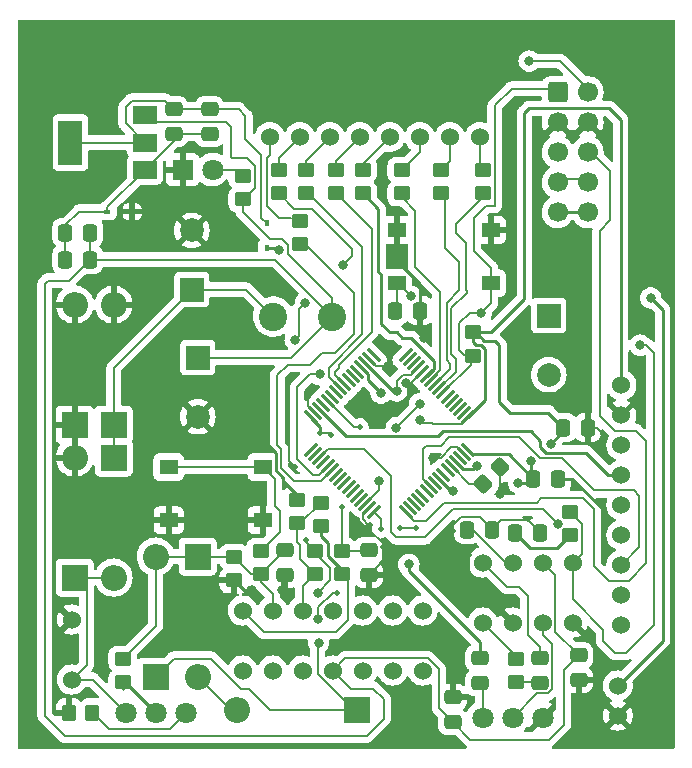
<source format=gtl>
%TF.GenerationSoftware,KiCad,Pcbnew,(6.0.4)*%
%TF.CreationDate,2022-04-18T09:54:31-07:00*%
%TF.ProjectId,stm32f091_project_condensed_v02,73746d33-3266-4303-9931-5f70726f6a65,v01*%
%TF.SameCoordinates,Original*%
%TF.FileFunction,Copper,L1,Top*%
%TF.FilePolarity,Positive*%
%FSLAX46Y46*%
G04 Gerber Fmt 4.6, Leading zero omitted, Abs format (unit mm)*
G04 Created by KiCad (PCBNEW (6.0.4)) date 2022-04-18 09:54:31*
%MOMM*%
%LPD*%
G01*
G04 APERTURE LIST*
G04 Aperture macros list*
%AMRoundRect*
0 Rectangle with rounded corners*
0 $1 Rounding radius*
0 $2 $3 $4 $5 $6 $7 $8 $9 X,Y pos of 4 corners*
0 Add a 4 corners polygon primitive as box body*
4,1,4,$2,$3,$4,$5,$6,$7,$8,$9,$2,$3,0*
0 Add four circle primitives for the rounded corners*
1,1,$1+$1,$2,$3*
1,1,$1+$1,$4,$5*
1,1,$1+$1,$6,$7*
1,1,$1+$1,$8,$9*
0 Add four rect primitives between the rounded corners*
20,1,$1+$1,$2,$3,$4,$5,0*
20,1,$1+$1,$4,$5,$6,$7,0*
20,1,$1+$1,$6,$7,$8,$9,0*
20,1,$1+$1,$8,$9,$2,$3,0*%
G04 Aperture macros list end*
%TA.AperFunction,ComponentPad*%
%ADD10C,1.524000*%
%TD*%
%TA.AperFunction,SMDPad,CuDef*%
%ADD11RoundRect,0.250000X-0.337500X-0.475000X0.337500X-0.475000X0.337500X0.475000X-0.337500X0.475000X0*%
%TD*%
%TA.AperFunction,ComponentPad*%
%ADD12R,2.000000X2.000000*%
%TD*%
%TA.AperFunction,ComponentPad*%
%ADD13C,2.000000*%
%TD*%
%TA.AperFunction,SMDPad,CuDef*%
%ADD14RoundRect,0.250000X0.450000X-0.350000X0.450000X0.350000X-0.450000X0.350000X-0.450000X-0.350000X0*%
%TD*%
%TA.AperFunction,ComponentPad*%
%ADD15R,2.200000X2.200000*%
%TD*%
%TA.AperFunction,ComponentPad*%
%ADD16O,2.200000X2.200000*%
%TD*%
%TA.AperFunction,SMDPad,CuDef*%
%ADD17RoundRect,0.250000X0.475000X-0.337500X0.475000X0.337500X-0.475000X0.337500X-0.475000X-0.337500X0*%
%TD*%
%TA.AperFunction,SMDPad,CuDef*%
%ADD18RoundRect,0.250000X0.337500X0.475000X-0.337500X0.475000X-0.337500X-0.475000X0.337500X-0.475000X0*%
%TD*%
%TA.AperFunction,SMDPad,CuDef*%
%ADD19R,0.450000X0.600000*%
%TD*%
%TA.AperFunction,ComponentPad*%
%ADD20C,1.800000*%
%TD*%
%TA.AperFunction,SMDPad,CuDef*%
%ADD21RoundRect,0.250000X-0.475000X0.337500X-0.475000X-0.337500X0.475000X-0.337500X0.475000X0.337500X0*%
%TD*%
%TA.AperFunction,SMDPad,CuDef*%
%ADD22R,1.550000X1.300000*%
%TD*%
%TA.AperFunction,ComponentPad*%
%ADD23C,2.400000*%
%TD*%
%TA.AperFunction,SMDPad,CuDef*%
%ADD24RoundRect,0.250000X-0.450000X0.350000X-0.450000X-0.350000X0.450000X-0.350000X0.450000X0.350000X0*%
%TD*%
%TA.AperFunction,SMDPad,CuDef*%
%ADD25RoundRect,0.075000X0.441942X0.548008X-0.548008X-0.441942X-0.441942X-0.548008X0.548008X0.441942X0*%
%TD*%
%TA.AperFunction,SMDPad,CuDef*%
%ADD26RoundRect,0.075000X-0.441942X0.548008X-0.548008X0.441942X0.441942X-0.548008X0.548008X-0.441942X0*%
%TD*%
%TA.AperFunction,ComponentPad*%
%ADD27R,1.800000X1.800000*%
%TD*%
%TA.AperFunction,SMDPad,CuDef*%
%ADD28R,2.000000X1.500000*%
%TD*%
%TA.AperFunction,SMDPad,CuDef*%
%ADD29R,2.000000X3.800000*%
%TD*%
%TA.AperFunction,SMDPad,CuDef*%
%ADD30RoundRect,0.250000X0.350000X0.450000X-0.350000X0.450000X-0.350000X-0.450000X0.350000X-0.450000X0*%
%TD*%
%TA.AperFunction,SMDPad,CuDef*%
%ADD31R,0.600000X0.450000*%
%TD*%
%TA.AperFunction,ComponentPad*%
%ADD32RoundRect,0.250000X-0.600000X-0.600000X0.600000X-0.600000X0.600000X0.600000X-0.600000X0.600000X0*%
%TD*%
%TA.AperFunction,ComponentPad*%
%ADD33C,1.700000*%
%TD*%
%TA.AperFunction,SMDPad,CuDef*%
%ADD34RoundRect,0.250000X0.070711X-0.565685X0.565685X-0.070711X-0.070711X0.565685X-0.565685X0.070711X0*%
%TD*%
%TA.AperFunction,ViaPad*%
%ADD35C,0.800000*%
%TD*%
%TA.AperFunction,ViaPad*%
%ADD36C,0.500000*%
%TD*%
%TA.AperFunction,Conductor*%
%ADD37C,0.200000*%
%TD*%
%TA.AperFunction,Conductor*%
%ADD38C,0.250000*%
%TD*%
G04 APERTURE END LIST*
D10*
%TO.P,J3,1,Pin_1*%
%TO.N,Net-(J3-Pad1)*%
X109757620Y-91664760D03*
%TO.P,J3,2,Pin_2*%
%TO.N,Net-(J3-Pad2)*%
X112297620Y-91664760D03*
%TO.P,J3,3,Pin_3*%
%TO.N,Net-(J3-Pad3)*%
X114837620Y-91664760D03*
%TO.P,J3,4,Pin_4*%
%TO.N,Net-(J3-Pad4)*%
X117377620Y-91664760D03*
%TO.P,J3,5,Pin_5*%
%TO.N,Net-(J3-Pad5)*%
X119917620Y-91664760D03*
%TO.P,J3,6,Pin_6*%
%TO.N,Net-(J3-Pad6)*%
X122457620Y-91664760D03*
%TO.P,J3,7,Pin_7*%
%TO.N,Net-(J3-Pad7)*%
X124997620Y-91664760D03*
%TO.P,J3,8,Pin_8*%
%TO.N,Net-(J3-Pad8)*%
X127537620Y-91664760D03*
%TD*%
D11*
%TO.P,C20,1*%
%TO.N,3.3V*%
X134616120Y-116256760D03*
%TO.P,C20,2*%
%TO.N,GND*%
X136691120Y-116256760D03*
%TD*%
D12*
%TO.P,C18,1*%
%TO.N,Net-(C18-Pad1)*%
X133367620Y-106777083D03*
D13*
%TO.P,C18,2*%
%TO.N,Net-(C18-Pad2)*%
X133367620Y-111777083D03*
%TD*%
D14*
%TO.P,R18,1*%
%TO.N,/PC2*%
X120921620Y-96428760D03*
%TO.P,R18,2*%
%TO.N,Net-(J3-Pad6)*%
X120921620Y-94428760D03*
%TD*%
D15*
%TO.P,D3,1,K*%
%TO.N,3.3V*%
X117111620Y-140132760D03*
D16*
%TO.P,D3,2,A*%
%TO.N,Net-(D3-Pad2)*%
X106951620Y-140132760D03*
%TD*%
D17*
%TO.P,C15,1*%
%TO.N,Net-(C15-Pad1)*%
X132605620Y-137868260D03*
%TO.P,C15,2*%
%TO.N,Net-(C15-Pad2)*%
X132605620Y-135793260D03*
%TD*%
D18*
%TO.P,C4,1*%
%TO.N,5.5V*%
X94527120Y-99746760D03*
%TO.P,C4,2*%
%TO.N,Net-(C10-Pad2)*%
X92452120Y-99746760D03*
%TD*%
D19*
%TO.P,D5,1,K*%
%TO.N,3.3V*%
X109491620Y-101050760D03*
%TO.P,D5,2,A*%
%TO.N,Net-(C10-Pad1)*%
X109491620Y-98950760D03*
%TD*%
D11*
%TO.P,C16,1*%
%TO.N,Net-(C16-Pad1)*%
X126488120Y-124892760D03*
%TO.P,C16,2*%
%TO.N,GND*%
X128563120Y-124892760D03*
%TD*%
D20*
%TO.P,RV1,1,1*%
%TO.N,VCC*%
X97553620Y-140386760D03*
%TO.P,RV1,2,2*%
%TO.N,Net-(R2-Pad1)*%
X100093620Y-140386760D03*
%TO.P,RV1,3,3*%
%TO.N,Net-(R1-Pad1)*%
X102633620Y-140386760D03*
%TD*%
D10*
%TO.P,J4,1,Pin_1*%
%TO.N,VCC*%
X92981620Y-137592760D03*
%TO.P,J4,2,Pin_2*%
%TO.N,GND*%
X92981620Y-132512760D03*
%TD*%
D21*
%TO.P,C12,1*%
%TO.N,/PB2*%
X118127620Y-126649260D03*
%TO.P,C12,2*%
%TO.N,GND*%
X118127620Y-128724260D03*
%TD*%
D15*
%TO.P,D7,1,K*%
%TO.N,VCC*%
X93235620Y-128956760D03*
D16*
%TO.P,D7,2,A*%
%TO.N,GND*%
X93235620Y-118796760D03*
%TD*%
D22*
%TO.P,SW1,1,1*%
%TO.N,GND*%
X101193620Y-124094760D03*
X109153620Y-124094760D03*
%TO.P,SW1,2,2*%
%TO.N,Net-(R3-Pad2)*%
X109153620Y-119594760D03*
X101193620Y-119594760D03*
%TD*%
D14*
%TO.P,R3,1*%
%TO.N,Net-(C7-Pad1)*%
X108983620Y-128686760D03*
%TO.P,R3,2*%
%TO.N,Net-(R3-Pad2)*%
X108983620Y-126686760D03*
%TD*%
D23*
%TO.P,100mH1,1,1*%
%TO.N,Net-(100mH1-Pad1)*%
X110039620Y-106858760D03*
%TO.P,100mH1,2,2*%
%TO.N,5.5V*%
X115039620Y-106858760D03*
%TD*%
D24*
%TO.P,R4,1*%
%TO.N,Net-(C7-Pad1)*%
X106697620Y-127194760D03*
%TO.P,R4,2*%
%TO.N,GND*%
X106697620Y-129194760D03*
%TD*%
D15*
%TO.P,D9,1,K*%
%TO.N,Net-(100mH1-Pad1)*%
X96537620Y-118796760D03*
D16*
%TO.P,D9,2,A*%
%TO.N,VCC*%
X96537620Y-128956760D03*
%TD*%
D14*
%TO.P,R8,1*%
%TO.N,Net-(R7-Pad2)*%
X115841620Y-128686760D03*
%TO.P,R8,2*%
%TO.N,/PB2*%
X115841620Y-126686760D03*
%TD*%
D10*
%TO.P,LS1,1,1*%
%TO.N,Net-(C18-Pad2)*%
X139209620Y-138100760D03*
%TO.P,LS1,2,2*%
%TO.N,GND*%
X139209620Y-140640760D03*
%TD*%
D22*
%TO.P,SW2,1,1*%
%TO.N,GND*%
X120497620Y-99528760D03*
X128457620Y-99528760D03*
%TO.P,SW2,2,2*%
%TO.N,/NRST*%
X120497620Y-104028760D03*
X128457620Y-104028760D03*
%TD*%
D24*
%TO.P,R9,1*%
%TO.N,Net-(R9-Pad1)*%
X130573620Y-135830760D03*
%TO.P,R9,2*%
%TO.N,Net-(C15-Pad1)*%
X130573620Y-137830760D03*
%TD*%
%TO.P,R5,1*%
%TO.N,3.3V*%
X113555620Y-126686760D03*
%TO.P,R5,2*%
%TO.N,Net-(R5-Pad2)*%
X113555620Y-128686760D03*
%TD*%
%TO.P,R11,1*%
%TO.N,Net-(LD1-Pad2)*%
X107459620Y-94936760D03*
%TO.P,R11,2*%
%TO.N,5.5V*%
X107459620Y-96936760D03*
%TD*%
D10*
%TO.P,U2,1*%
%TO.N,N/C*%
X107459620Y-136830760D03*
%TO.P,U2,2*%
X109999620Y-136830760D03*
%TO.P,U2,3*%
X112539620Y-136830760D03*
%TO.P,U2,4,V+*%
%TO.N,5.5V*%
X115079620Y-136830760D03*
%TO.P,U2,5*%
%TO.N,N/C*%
X117619620Y-136830760D03*
%TO.P,U2,6*%
X120159620Y-136830760D03*
%TO.P,U2,7*%
X122699620Y-136830760D03*
%TO.P,U2,8*%
X122699620Y-131750760D03*
%TO.P,U2,9*%
X120159620Y-131750760D03*
%TO.P,U2,10*%
X117619620Y-131750760D03*
%TO.P,U2,11,V-*%
%TO.N,GND*%
X115079620Y-131750760D03*
%TO.P,U2,12,+*%
%TO.N,Net-(R5-Pad2)*%
X112539620Y-131750760D03*
%TO.P,U2,13,-*%
%TO.N,Net-(C7-Pad1)*%
X109999620Y-131750760D03*
%TO.P,U2,14*%
%TO.N,Net-(R7-Pad2)*%
X107459620Y-131750760D03*
%TD*%
D11*
%TO.P,C19,1*%
%TO.N,3.3V*%
X132076120Y-120574760D03*
%TO.P,C19,2*%
%TO.N,GND*%
X134151120Y-120574760D03*
%TD*%
D17*
%TO.P,C11,1*%
%TO.N,5.5V*%
X125239620Y-141170260D03*
%TO.P,C11,2*%
%TO.N,GND*%
X125239620Y-139095260D03*
%TD*%
D25*
%TO.P,U3,1,VBAT*%
%TO.N,3.3V*%
X126570101Y-115403579D03*
%TO.P,U3,2,PC13*%
%TO.N,/PC13*%
X126216548Y-115050026D03*
%TO.P,U3,3,PC14*%
%TO.N,/PC14*%
X125862995Y-114696473D03*
%TO.P,U3,4,PC15*%
%TO.N,/PC15*%
X125509441Y-114342919D03*
%TO.P,U3,5,PF0*%
%TO.N,/PF0*%
X125155888Y-113989366D03*
%TO.P,U3,6,PF1*%
%TO.N,/PF1*%
X124802334Y-113635812D03*
%TO.P,U3,7,NRST*%
%TO.N,/NRST*%
X124448781Y-113282259D03*
%TO.P,U3,8,PC0*%
%TO.N,/PC0*%
X124095228Y-112928706D03*
%TO.P,U3,9,PC1*%
%TO.N,/PC1*%
X123741674Y-112575152D03*
%TO.P,U3,10,PC2*%
%TO.N,/PC2*%
X123388121Y-112221599D03*
%TO.P,U3,11,PC3*%
%TO.N,/PC3*%
X123034568Y-111868046D03*
%TO.P,U3,12,VSSA*%
%TO.N,GND*%
X122681014Y-111514492D03*
%TO.P,U3,13,VDDA*%
%TO.N,3.3V*%
X122327461Y-111160939D03*
%TO.P,U3,14,PA0*%
%TO.N,/PA0*%
X121973907Y-110807385D03*
%TO.P,U3,15,PA1*%
%TO.N,/PA1*%
X121620354Y-110453832D03*
%TO.P,U3,16,PA2*%
%TO.N,/PA2*%
X121266801Y-110100279D03*
D26*
%TO.P,U3,17,PA3*%
%TO.N,/PA3*%
X118544439Y-110100279D03*
%TO.P,U3,18,VSS*%
%TO.N,GND*%
X118190886Y-110453832D03*
%TO.P,U3,19,VDD*%
%TO.N,3.3V*%
X117837333Y-110807385D03*
%TO.P,U3,20,PA4*%
%TO.N,/PA4*%
X117483779Y-111160939D03*
%TO.P,U3,21,PA5*%
%TO.N,/PA5*%
X117130226Y-111514492D03*
%TO.P,U3,22,PA6*%
%TO.N,/PA6*%
X116776672Y-111868046D03*
%TO.P,U3,23,PA7*%
%TO.N,/PA7*%
X116423119Y-112221599D03*
%TO.P,U3,24,PC4*%
%TO.N,/PC4*%
X116069566Y-112575152D03*
%TO.P,U3,25,PC5*%
%TO.N,/PC5*%
X115716012Y-112928706D03*
%TO.P,U3,26,PB0*%
%TO.N,/PB0*%
X115362459Y-113282259D03*
%TO.P,U3,27,PB1*%
%TO.N,/PB1*%
X115008906Y-113635812D03*
%TO.P,U3,28,PB2*%
%TO.N,/PB2*%
X114655352Y-113989366D03*
%TO.P,U3,29,PB10*%
%TO.N,/PB10*%
X114301799Y-114342919D03*
%TO.P,U3,30,PB11*%
%TO.N,PB11*%
X113948245Y-114696473D03*
%TO.P,U3,31,VSS*%
%TO.N,GND*%
X113594692Y-115050026D03*
%TO.P,U3,32,VDD*%
%TO.N,3.3V*%
X113241139Y-115403579D03*
D25*
%TO.P,U3,33,PB12*%
%TO.N,/PB12*%
X113241139Y-118125941D03*
%TO.P,U3,34,PB13*%
%TO.N,/PB13*%
X113594692Y-118479494D03*
%TO.P,U3,35,PB14*%
%TO.N,PB14*%
X113948245Y-118833047D03*
%TO.P,U3,36,PB15*%
%TO.N,/PB15*%
X114301799Y-119186601D03*
%TO.P,U3,37,PC6*%
%TO.N,/PC6*%
X114655352Y-119540154D03*
%TO.P,U3,38,PC7*%
%TO.N,/PC7*%
X115008906Y-119893708D03*
%TO.P,U3,39,PC8*%
%TO.N,/PC8*%
X115362459Y-120247261D03*
%TO.P,U3,40,PC9*%
%TO.N,/PC9*%
X115716012Y-120600814D03*
%TO.P,U3,41,PA8*%
%TO.N,/PA8*%
X116069566Y-120954368D03*
%TO.P,U3,42,PA9*%
%TO.N,/PA9*%
X116423119Y-121307921D03*
%TO.P,U3,43,PA10*%
%TO.N,/PA10*%
X116776672Y-121661474D03*
%TO.P,U3,44,PA11*%
%TO.N,/PA11*%
X117130226Y-122015028D03*
%TO.P,U3,45,PA12*%
%TO.N,/PA12*%
X117483779Y-122368581D03*
%TO.P,U3,46,PA13*%
%TO.N,/PA13*%
X117837333Y-122722135D03*
%TO.P,U3,47,VSS*%
%TO.N,GND*%
X118190886Y-123075688D03*
%TO.P,U3,48,VDDIO2*%
%TO.N,3.3V*%
X118544439Y-123429241D03*
D26*
%TO.P,U3,49,PA14*%
%TO.N,/PA14*%
X121266801Y-123429241D03*
%TO.P,U3,50,PA15*%
%TO.N,/PA15*%
X121620354Y-123075688D03*
%TO.P,U3,51,PC10*%
%TO.N,/PC10*%
X121973907Y-122722135D03*
%TO.P,U3,52,PC11*%
%TO.N,/PC11*%
X122327461Y-122368581D03*
%TO.P,U3,53,PC12*%
%TO.N,/PC12*%
X122681014Y-122015028D03*
%TO.P,U3,54,PD2*%
%TO.N,/PD2*%
X123034568Y-121661474D03*
%TO.P,U3,55,PB3*%
%TO.N,PB3*%
X123388121Y-121307921D03*
%TO.P,U3,56,PB4*%
%TO.N,/PB4*%
X123741674Y-120954368D03*
%TO.P,U3,57,PB5*%
%TO.N,PB5*%
X124095228Y-120600814D03*
%TO.P,U3,58,PB6*%
%TO.N,/PB6*%
X124448781Y-120247261D03*
%TO.P,U3,59,PB7*%
%TO.N,/PB7*%
X124802334Y-119893708D03*
%TO.P,U3,60,PF11*%
%TO.N,/BOOT0*%
X125155888Y-119540154D03*
%TO.P,U3,61,PB8*%
%TO.N,PB8*%
X125509441Y-119186601D03*
%TO.P,U3,62,PB9*%
%TO.N,/PB9*%
X125862995Y-118833047D03*
%TO.P,U3,63,VSS*%
%TO.N,GND*%
X126216548Y-118479494D03*
%TO.P,U3,64,VDD*%
%TO.N,3.3V*%
X126570101Y-118125941D03*
%TD*%
D15*
%TO.P,D1,1,K*%
%TO.N,3.3V*%
X100093620Y-137338760D03*
D16*
%TO.P,D1,2,A*%
%TO.N,Net-(C7-Pad1)*%
X100093620Y-127178760D03*
%TD*%
D14*
%TO.P,R6,1*%
%TO.N,Net-(R5-Pad2)*%
X112031620Y-124368760D03*
%TO.P,R6,2*%
%TO.N,GND*%
X112031620Y-122368760D03*
%TD*%
D20*
%TO.P,RV2,1,1*%
%TO.N,Net-(C13-Pad2)*%
X127779620Y-140831260D03*
%TO.P,RV2,2,2*%
%TO.N,Net-(RV2-Pad2)*%
X130319620Y-140831260D03*
%TO.P,RV2,3,3*%
%TO.N,GND*%
X132859620Y-140831260D03*
%TD*%
D27*
%TO.P,LD1,1,K*%
%TO.N,GND*%
X102374620Y-94412760D03*
D20*
%TO.P,LD1,2,A*%
%TO.N,Net-(LD1-Pad2)*%
X104914620Y-94412760D03*
%TD*%
D14*
%TO.P,R19,1*%
%TO.N,/PC1*%
X124223620Y-96428760D03*
%TO.P,R19,2*%
%TO.N,Net-(J3-Pad7)*%
X124223620Y-94428760D03*
%TD*%
D11*
%TO.P,C23,1*%
%TO.N,/NRST*%
X120392120Y-106350760D03*
%TO.P,C23,2*%
%TO.N,GND*%
X122467120Y-106350760D03*
%TD*%
D18*
%TO.P,C2,1*%
%TO.N,5.5V*%
X94527120Y-102032760D03*
%TO.P,C2,2*%
%TO.N,Net-(C10-Pad2)*%
X92452120Y-102032760D03*
%TD*%
D14*
%TO.P,R20,1*%
%TO.N,/PC0*%
X127779620Y-96428760D03*
%TO.P,R20,2*%
%TO.N,Net-(J3-Pad8)*%
X127779620Y-94428760D03*
%TD*%
D12*
%TO.P,C22,1*%
%TO.N,5.5V*%
X103649620Y-110333083D03*
D13*
%TO.P,C22,2*%
%TO.N,GND*%
X103649620Y-115333083D03*
%TD*%
D28*
%TO.P,U1,1,GND*%
%TO.N,Net-(C10-Pad2)*%
X99179620Y-94426760D03*
D29*
%TO.P,U1,2,VO*%
%TO.N,Net-(C10-Pad1)*%
X92879620Y-92126760D03*
D28*
X99179620Y-92126760D03*
%TO.P,U1,3,VI*%
%TO.N,5.5V*%
X99179620Y-89826760D03*
%TD*%
D12*
%TO.P,C21,1*%
%TO.N,Net-(100mH1-Pad1)*%
X103141620Y-104572760D03*
D13*
%TO.P,C21,2*%
%TO.N,GND*%
X103141620Y-99572760D03*
%TD*%
D17*
%TO.P,C14,1*%
%TO.N,GND*%
X135907620Y-137614260D03*
%TO.P,C14,2*%
%TO.N,5.5V*%
X135907620Y-135539260D03*
%TD*%
D30*
%TO.P,R1,1*%
%TO.N,Net-(R1-Pad1)*%
X94743620Y-140386760D03*
%TO.P,R1,2*%
%TO.N,GND*%
X92743620Y-140386760D03*
%TD*%
D21*
%TO.P,C13,1*%
%TO.N,/PA4*%
X127525620Y-135793260D03*
%TO.P,C13,2*%
%TO.N,Net-(C13-Pad2)*%
X127525620Y-137868260D03*
%TD*%
D24*
%TO.P,R21,1*%
%TO.N,3.3V*%
X126987620Y-108174760D03*
%TO.P,R21,2*%
%TO.N,/NRST*%
X126987620Y-110174760D03*
%TD*%
D21*
%TO.P,C8,1*%
%TO.N,Net-(C10-Pad1)*%
X101617620Y-89311260D03*
%TO.P,C8,2*%
%TO.N,Net-(C10-Pad2)*%
X101617620Y-91386260D03*
%TD*%
D15*
%TO.P,D6,1,K*%
%TO.N,GND*%
X93235620Y-116002760D03*
D16*
%TO.P,D6,2,A*%
X93235620Y-105842760D03*
%TD*%
D15*
%TO.P,D4,1,K*%
%TO.N,Net-(C7-Pad1)*%
X103649620Y-127178760D03*
D16*
%TO.P,D4,2,A*%
%TO.N,Net-(D3-Pad2)*%
X103649620Y-137338760D03*
%TD*%
D31*
%TO.P,D2,1,K*%
%TO.N,GND*%
X98095620Y-97968760D03*
%TO.P,D2,2,A*%
%TO.N,Net-(C10-Pad2)*%
X95995620Y-97968760D03*
%TD*%
D14*
%TO.P,R15,1*%
%TO.N,/PC5*%
X112793620Y-96428760D03*
%TO.P,R15,2*%
%TO.N,Net-(J3-Pad3)*%
X112793620Y-94428760D03*
%TD*%
%TO.P,R16,1*%
%TO.N,/PC4*%
X115333620Y-96428760D03*
%TO.P,R16,2*%
%TO.N,Net-(J3-Pad4)*%
X115333620Y-94428760D03*
%TD*%
D24*
%TO.P,R7,1*%
%TO.N,Net-(R5-Pad2)*%
X114063620Y-122622760D03*
%TO.P,R7,2*%
%TO.N,Net-(R7-Pad2)*%
X114063620Y-124622760D03*
%TD*%
D15*
%TO.P,D8,1,K*%
%TO.N,Net-(100mH1-Pad1)*%
X96537620Y-116002760D03*
D16*
%TO.P,D8,2,A*%
%TO.N,GND*%
X96537620Y-105842760D03*
%TD*%
D11*
%TO.P,C17,1*%
%TO.N,Net-(C17-Pad1)*%
X130552120Y-125146760D03*
%TO.P,C17,2*%
%TO.N,GND*%
X132627120Y-125146760D03*
%TD*%
D10*
%TO.P,U4,1,GAIN*%
%TO.N,Net-(R9-Pad1)*%
X127779620Y-132766760D03*
%TO.P,U4,2,-*%
%TO.N,GND*%
X130319620Y-132766760D03*
%TO.P,U4,3,+*%
%TO.N,Net-(RV2-Pad2)*%
X132859620Y-132766760D03*
%TO.P,U4,4,GND*%
%TO.N,GND*%
X135399620Y-132766760D03*
%TO.P,U4,5*%
%TO.N,Net-(C18-Pad1)*%
X135399620Y-127686760D03*
%TO.P,U4,6,V+*%
%TO.N,5.5V*%
X132859620Y-127686760D03*
%TO.P,U4,7,BYPASS*%
%TO.N,Net-(C16-Pad1)*%
X130319620Y-127686760D03*
%TO.P,U4,8,GAIN*%
%TO.N,Net-(C15-Pad2)*%
X127779620Y-127686760D03*
%TD*%
D24*
%TO.P,R10,1*%
%TO.N,Net-(C18-Pad1)*%
X135145620Y-123384760D03*
%TO.P,R10,2*%
%TO.N,Net-(C17-Pad1)*%
X135145620Y-125384760D03*
%TD*%
D14*
%TO.P,R17,1*%
%TO.N,/PC3*%
X117619620Y-96428760D03*
%TO.P,R17,2*%
%TO.N,Net-(J3-Pad5)*%
X117619620Y-94428760D03*
%TD*%
%TO.P,R13,1*%
%TO.N,/PC7*%
X112285620Y-100746760D03*
%TO.P,R13,2*%
%TO.N,Net-(J3-Pad1)*%
X112285620Y-98746760D03*
%TD*%
%TO.P,R14,1*%
%TO.N,/PC6*%
X110507620Y-96428760D03*
%TO.P,R14,2*%
%TO.N,Net-(J3-Pad2)*%
X110507620Y-94428760D03*
%TD*%
D10*
%TO.P,J2,9,Pin_9*%
%TO.N,/ignore*%
X139528245Y-132976011D03*
%TO.P,J2,8,Pin_8*%
%TO.N,3.3V*%
X139528245Y-130436011D03*
%TO.P,J2,7,Pin_7*%
%TO.N,PB3*%
X139528245Y-127896011D03*
%TO.P,J2,6,Pin_6*%
%TO.N,PB5*%
X139528245Y-125356011D03*
%TO.P,J2,5,Pin_5*%
%TO.N,PB14*%
X139528245Y-122816011D03*
%TO.P,J2,4,Pin_4*%
%TO.N,PB11*%
X139528245Y-120276011D03*
%TO.P,J2,3,Pin_3*%
%TO.N,PB8*%
X139528245Y-117736011D03*
%TO.P,J2,2,Pin_2*%
%TO.N,GND*%
X139528245Y-115196011D03*
%TO.P,J2,1,Pin_1*%
%TO.N,3.3V*%
X139528245Y-112656011D03*
%TD*%
D32*
%TO.P,J1,1,Pin_1*%
%TO.N,/NRST*%
X134125120Y-87854760D03*
D33*
%TO.P,J1,2,Pin_2*%
%TO.N,/PA13*%
X136665120Y-87854760D03*
%TO.P,J1,3,Pin_3*%
%TO.N,GND*%
X134125120Y-90394760D03*
%TO.P,J1,4,Pin_4*%
X136665120Y-90394760D03*
%TO.P,J1,5,Pin_5*%
%TO.N,unconnected-(J1-Pad5)*%
X134125120Y-92934760D03*
%TO.P,J1,6,Pin_6*%
%TO.N,/PA14*%
X136665120Y-92934760D03*
%TO.P,J1,7,Pin_7*%
%TO.N,/V3.3_IN*%
X134125120Y-95474760D03*
%TO.P,J1,8,Pin_8*%
X136665120Y-95474760D03*
%TO.P,J1,9,Pin_9*%
%TO.N,/U5V*%
X134125120Y-98014760D03*
%TO.P,J1,10,Pin_10*%
X136665120Y-98014760D03*
%TD*%
D21*
%TO.P,C7,1*%
%TO.N,Net-(C7-Pad1)*%
X111015620Y-126649260D03*
%TO.P,C7,2*%
%TO.N,GND*%
X111015620Y-128724260D03*
%TD*%
D14*
%TO.P,R2,1*%
%TO.N,Net-(R2-Pad1)*%
X97299620Y-137830760D03*
%TO.P,R2,2*%
%TO.N,Net-(C7-Pad1)*%
X97299620Y-135830760D03*
%TD*%
D21*
%TO.P,C10,1*%
%TO.N,Net-(C10-Pad1)*%
X104665620Y-89311260D03*
%TO.P,C10,2*%
%TO.N,Net-(C10-Pad2)*%
X104665620Y-91386260D03*
%TD*%
D34*
%TO.P,R12,1*%
%TO.N,/BOOT0*%
X127834513Y-121027867D03*
%TO.P,R12,2*%
%TO.N,GND*%
X129248727Y-119613653D03*
%TD*%
D35*
%TO.N,GND*%
X121327620Y-112479412D03*
X129237620Y-121907260D03*
D36*
X112968112Y-113704760D03*
X126581867Y-127050513D03*
X111397620Y-111984760D03*
X118270176Y-124512204D03*
X119302120Y-126384760D03*
D35*
X123597620Y-118794760D03*
D36*
X111898828Y-119610664D03*
D35*
X108727620Y-111964760D03*
X119737620Y-111030412D03*
X124807620Y-135414760D03*
X110777620Y-130044760D03*
X122807620Y-108664760D03*
X125467620Y-130624760D03*
X138249776Y-126612605D03*
D36*
X125257620Y-125034760D03*
D35*
X108221620Y-130035260D03*
D36*
X137967620Y-116764760D03*
D35*
%TO.N,Net-(C18-Pad1)*%
X141117620Y-109284760D03*
%TO.N,PB8*%
X127277620Y-119472469D03*
%TO.N,PB14*%
X134148673Y-124384760D03*
%TO.N,PB5*%
X125227620Y-121604760D03*
%TO.N,/PC6*%
X111907620Y-108834760D03*
X113977620Y-111764760D03*
X115957620Y-102474760D03*
X112767620Y-105694760D03*
%TO.N,/NRST*%
X121703772Y-105140705D03*
X127657620Y-106544760D03*
D36*
%TO.N,/PB2*%
X115857620Y-122984760D03*
X117357620Y-116234760D03*
D35*
%TO.N,/PA4*%
X121527620Y-127834760D03*
X119177620Y-113334760D03*
%TO.N,/PA13*%
X119027620Y-120824760D03*
X131717620Y-85224760D03*
X122447620Y-114244760D03*
X120467620Y-116270260D03*
%TO.N,Net-(C18-Pad2)*%
X142017620Y-105284760D03*
%TO.N,3.3V*%
X120502620Y-113159760D03*
X122497620Y-115634760D03*
X113809620Y-130226760D03*
D36*
X115477620Y-130224760D03*
D35*
X133552620Y-117609760D03*
X110570120Y-101196179D03*
D36*
X119140853Y-124841412D03*
X112793620Y-125781760D03*
D35*
X131878498Y-119058882D03*
D36*
X114967620Y-116924760D03*
D35*
X113867620Y-132494760D03*
X130802620Y-120921480D03*
X113887620Y-134484760D03*
D36*
X120747620Y-124734760D03*
X114017620Y-116714760D03*
X122137620Y-124774760D03*
%TD*%
D37*
%TO.N,/NRST*%
X120591827Y-104028760D02*
X121703772Y-105140705D01*
X120497620Y-104028760D02*
X120591827Y-104028760D01*
X120493717Y-106350760D02*
X120392120Y-106350760D01*
D38*
%TO.N,GND*%
X107538120Y-130035260D02*
X106697620Y-129194760D01*
X108221620Y-130035260D02*
X107538120Y-130035260D01*
D37*
%TO.N,3.3V*%
X123609826Y-115972554D02*
X126001126Y-115972554D01*
X123492032Y-115854760D02*
X123609826Y-115972554D01*
X126001126Y-115972554D02*
X126570101Y-115403579D01*
X122717620Y-115854760D02*
X123492032Y-115854760D01*
X122497620Y-115634760D02*
X122717620Y-115854760D01*
%TO.N,/PC0*%
X125493620Y-110414760D02*
X125137620Y-110058760D01*
X124095228Y-112928706D02*
X125493620Y-111530314D01*
X125137620Y-106154760D02*
X125137620Y-110058760D01*
X125493620Y-111530314D02*
X125493620Y-110414760D01*
%TO.N,/PC5*%
X114737620Y-111194760D02*
X114750614Y-111194760D01*
X114737620Y-111950314D02*
X114737620Y-111194760D01*
X115716012Y-112928706D02*
X114737620Y-111950314D01*
X114750614Y-111194760D02*
X117597620Y-108347754D01*
X117597620Y-108347754D02*
X117597620Y-100994760D01*
X117597620Y-100994760D02*
X117492620Y-100889760D01*
X117492620Y-100889760D02*
X117547620Y-100944760D01*
X113031620Y-96428760D02*
X117492620Y-100889760D01*
%TO.N,/PC7*%
X114077854Y-120824760D02*
X115008906Y-119893708D01*
X111787620Y-120824760D02*
X114077854Y-120824760D01*
X110687620Y-119724760D02*
X111787620Y-120824760D01*
X110397620Y-117774760D02*
X110687620Y-118064760D01*
X110397620Y-111794760D02*
X110397620Y-117774760D01*
X111269620Y-110922760D02*
X110397620Y-111794760D01*
X113179620Y-110922760D02*
X111269620Y-110922760D01*
X114147620Y-109954760D02*
X113179620Y-110922760D01*
X110687620Y-118064760D02*
X110687620Y-119724760D01*
X116857620Y-104826760D02*
X116857620Y-108334760D01*
X116857620Y-108334760D02*
X115237620Y-109954760D01*
X115237620Y-109954760D02*
X114147620Y-109954760D01*
X112777620Y-100746760D02*
X116857620Y-104826760D01*
X112285620Y-100746760D02*
X112777620Y-100746760D01*
%TO.N,/NRST*%
X128457620Y-105744760D02*
X128457620Y-104028760D01*
X127657620Y-106544760D02*
X128457620Y-105744760D01*
X125793140Y-107448240D02*
X126696620Y-106544760D01*
X125793140Y-109698280D02*
X125793140Y-107448240D01*
X126239620Y-110144760D02*
X125793140Y-109698280D01*
X126763620Y-110144760D02*
X126239620Y-110144760D01*
X126696620Y-106544760D02*
X127657620Y-106544760D01*
X126763620Y-110967420D02*
X126763620Y-110144760D01*
X124448781Y-113282259D02*
X126763620Y-110967420D01*
D38*
%TO.N,3.3V*%
X127906620Y-108890760D02*
X128795620Y-108890760D01*
X126987620Y-108174760D02*
X127190620Y-108174760D01*
X129176620Y-109271760D02*
X129176620Y-114097760D01*
X129176620Y-114097760D02*
X130065620Y-114986760D01*
X127190620Y-108174760D02*
X127906620Y-108890760D01*
X128795620Y-108890760D02*
X129176620Y-109271760D01*
X128495620Y-108174760D02*
X131301760Y-105368620D01*
X131301760Y-89630620D02*
X131301760Y-105368620D01*
X126987620Y-108174760D02*
X128495620Y-108174760D01*
X133346120Y-114986760D02*
X134616120Y-116256760D01*
X130065620Y-114986760D02*
X133346120Y-114986760D01*
X126987620Y-108987760D02*
X126987620Y-108174760D01*
X127675593Y-109250240D02*
X127250100Y-109250240D01*
X127250100Y-109250240D02*
X126987620Y-108987760D01*
X128012140Y-109586787D02*
X127675593Y-109250240D01*
X128012140Y-113961540D02*
X128012140Y-109586787D01*
X126570101Y-115403579D02*
X128012140Y-113961540D01*
D37*
%TO.N,GND*%
X118270176Y-125035316D02*
X119302120Y-126067260D01*
X118270176Y-124512204D02*
X118270176Y-125035316D01*
X119302120Y-126067260D02*
X119302120Y-126384760D01*
X129333640Y-124122240D02*
X131602600Y-124122240D01*
X128563120Y-124892760D02*
X129333640Y-124122240D01*
X131602600Y-124122240D02*
X132627120Y-125146760D01*
%TO.N,5.5V*%
X92749120Y-103810760D02*
X94527120Y-102032760D01*
X90949620Y-103810760D02*
X92749120Y-103810760D01*
X90695620Y-104064760D02*
X90949620Y-103810760D01*
X90695620Y-140640760D02*
X90695620Y-104064760D01*
X117947620Y-142344760D02*
X92399620Y-142344760D01*
X119397620Y-139243760D02*
X119397620Y-140894760D01*
X118508620Y-138354760D02*
X119397620Y-139243760D01*
X119397620Y-140894760D02*
X117947620Y-142344760D01*
X116603620Y-138354760D02*
X118508620Y-138354760D01*
X92399620Y-142344760D02*
X90695620Y-140640760D01*
X115079620Y-136830760D02*
X116603620Y-138354760D01*
X116141131Y-135769249D02*
X115079620Y-136830760D01*
X123139313Y-135769249D02*
X116141131Y-135769249D01*
X124096620Y-136726556D02*
X123139313Y-135769249D01*
X124096620Y-140027260D02*
X124096620Y-136726556D01*
X125239620Y-141170260D02*
X124096620Y-140027260D01*
%TO.N,3.3V*%
X113809620Y-137084760D02*
X113809620Y-134562760D01*
X113809620Y-134562760D02*
X113887620Y-134484760D01*
X107967620Y-138354760D02*
X109745620Y-140132760D01*
X109745620Y-140132760D02*
X117111620Y-140132760D01*
X104792620Y-135814760D02*
X107332620Y-138354760D01*
X107332620Y-138354760D02*
X107967620Y-138354760D01*
X101617620Y-135814760D02*
X104792620Y-135814760D01*
X100093620Y-137338760D02*
X101617620Y-135814760D01*
%TO.N,Net-(R1-Pad1)*%
X94759620Y-140386760D02*
X94743620Y-140386760D01*
X96127620Y-141754760D02*
X94759620Y-140386760D01*
X96127620Y-141754760D02*
X101265620Y-141754760D01*
X101265620Y-141754760D02*
X102633620Y-140386760D01*
%TO.N,Net-(C7-Pad1)*%
X108983620Y-129337760D02*
X109999620Y-130353760D01*
X109999620Y-130353760D02*
X109999620Y-131750760D01*
X108983620Y-128686760D02*
X108983620Y-129337760D01*
%TO.N,Net-(R5-Pad2)*%
X112285620Y-127416760D02*
X113555620Y-128686760D01*
X112285620Y-126162760D02*
X112285620Y-127416760D01*
X112031620Y-125908760D02*
X112285620Y-126162760D01*
X112031620Y-124368760D02*
X112031620Y-125908760D01*
%TO.N,3.3V*%
X112793620Y-125924760D02*
X113555620Y-126686760D01*
X112793620Y-125781760D02*
X112793620Y-125924760D01*
X113555620Y-126862760D02*
X113555620Y-126686760D01*
X114842100Y-128149240D02*
X113555620Y-126862760D01*
X114842100Y-129194280D02*
X114842100Y-128149240D01*
X113809620Y-130226760D02*
X114842100Y-129194280D01*
D38*
%TO.N,Net-(R7-Pad2)*%
X114698620Y-126035760D02*
X114063620Y-125400760D01*
X114063620Y-125400760D02*
X114063620Y-124622760D01*
X114698620Y-127156253D02*
X114698620Y-126035760D01*
X115841620Y-128299253D02*
X115841620Y-128686760D01*
X114698620Y-127156253D02*
X115841620Y-128299253D01*
D37*
%TO.N,3.3V*%
X113867620Y-131461556D02*
X113867620Y-132494760D01*
X115104416Y-130224760D02*
X113867620Y-131461556D01*
X115477620Y-130224760D02*
X115104416Y-130224760D01*
%TO.N,/PC1*%
X124557620Y-96762760D02*
X124223620Y-96428760D01*
X124557620Y-101024760D02*
X124557620Y-96762760D01*
X125747620Y-102214760D02*
X124557620Y-101024760D01*
X124717620Y-105674760D02*
X125747620Y-104644760D01*
X124737620Y-105694760D02*
X124717620Y-105674760D01*
X124737620Y-110549766D02*
X124737620Y-105694760D01*
X125747620Y-104644760D02*
X125747620Y-102214760D01*
X125050117Y-111266709D02*
X125050117Y-110862263D01*
X125050117Y-110862263D02*
X124737620Y-110549766D01*
X123741674Y-112575152D02*
X125050117Y-111266709D01*
%TO.N,/PC0*%
X126427620Y-104644760D02*
X126427620Y-104864760D01*
X126427620Y-104864760D02*
X125137620Y-106154760D01*
X126397620Y-104614760D02*
X126427620Y-104644760D01*
X126397620Y-100654760D02*
X126397620Y-104614760D01*
X125493620Y-99750760D02*
X126397620Y-100654760D01*
X125493620Y-98984760D02*
X125493620Y-99750760D01*
X127779620Y-96698760D02*
X125493620Y-98984760D01*
X127779620Y-96428760D02*
X127779620Y-96698760D01*
D38*
%TO.N,3.3V*%
X113241139Y-115434279D02*
X114017620Y-116210760D01*
X113241139Y-115403579D02*
X113241139Y-115434279D01*
X114017620Y-116210760D02*
X114017620Y-116714760D01*
D37*
X114757620Y-116714760D02*
X114967620Y-116924760D01*
X114017620Y-116714760D02*
X114757620Y-116714760D01*
D38*
%TO.N,GND*%
X110253131Y-118450271D02*
X108727620Y-116924760D01*
X110253131Y-119890633D02*
X110253131Y-118450271D01*
X108727620Y-116924760D02*
X108727620Y-111964760D01*
X110877620Y-120515122D02*
X110253131Y-119890633D01*
X110877620Y-120774760D02*
X110877620Y-120515122D01*
X112031620Y-121928760D02*
X110877620Y-120774760D01*
X112031620Y-122368760D02*
X112031620Y-121928760D01*
D37*
%TO.N,/PC6*%
X113372620Y-120264760D02*
X113930746Y-120264760D01*
X112067620Y-118959760D02*
X113372620Y-120264760D01*
X113930746Y-120264760D02*
X114655352Y-119540154D01*
X113157620Y-111764760D02*
X112067620Y-112854760D01*
X112067620Y-112854760D02*
X112067620Y-118959760D01*
X113977620Y-111764760D02*
X113157620Y-111764760D01*
%TO.N,PB3*%
X141034796Y-126401460D02*
X139474245Y-127962011D01*
X140557620Y-121584760D02*
X141034796Y-122061936D01*
X141034796Y-122061936D02*
X141034796Y-126401460D01*
X134498928Y-118842280D02*
X137241408Y-121584760D01*
X124919620Y-117084760D02*
X130893620Y-117084760D01*
X130893620Y-117084760D02*
X132651140Y-118842280D01*
X137241408Y-121584760D02*
X140557620Y-121584760D01*
X122953620Y-117780760D02*
X124223620Y-117780760D01*
X122699620Y-118034760D02*
X122953620Y-117780760D01*
X132651140Y-118842280D02*
X134498928Y-118842280D01*
X122699620Y-120619420D02*
X122699620Y-118034760D01*
X124223620Y-117780760D02*
X124919620Y-117084760D01*
X123388121Y-121307921D02*
X122699620Y-120619420D01*
D38*
%TO.N,PB11*%
X138428871Y-120276011D02*
X139528245Y-120276011D01*
X136547620Y-118394760D02*
X138428871Y-120276011D01*
X132667620Y-117894760D02*
X133167620Y-118394760D01*
X132667620Y-117364760D02*
X132667620Y-117894760D01*
X131837620Y-116534760D02*
X132667620Y-117364760D01*
X124447620Y-116534760D02*
X131837620Y-116534760D01*
X123987620Y-116994760D02*
X124447620Y-116534760D01*
X133167620Y-118394760D02*
X136547620Y-118394760D01*
X116246532Y-116994760D02*
X123987620Y-116994760D01*
X113948245Y-114696473D02*
X116246532Y-116994760D01*
%TO.N,GND*%
X137939620Y-126302449D02*
X138249776Y-126612605D01*
X137939620Y-123166760D02*
X137939620Y-126302449D01*
X135347620Y-120574760D02*
X137939620Y-123166760D01*
X134151120Y-120574760D02*
X135347620Y-120574760D01*
D37*
%TO.N,Net-(RV2-Pad2)*%
X133630140Y-134553280D02*
X132859620Y-133782760D01*
X133308238Y-138755280D02*
X133630140Y-138433378D01*
X133630140Y-138433378D02*
X133630140Y-134553280D01*
X132395600Y-138755280D02*
X133308238Y-138755280D01*
X130319620Y-140831260D02*
X132395600Y-138755280D01*
X132859620Y-133782760D02*
X132859620Y-132766760D01*
%TO.N,Net-(C16-Pad1)*%
X126973482Y-124892760D02*
X129767482Y-127686760D01*
X126488120Y-124892760D02*
X126973482Y-124892760D01*
X129767482Y-127686760D02*
X130319620Y-127686760D01*
D38*
%TO.N,Net-(C17-Pad1)*%
X134113620Y-126416760D02*
X135145620Y-125384760D01*
X130552120Y-125146760D02*
X131822120Y-126416760D01*
X131822120Y-126416760D02*
X134113620Y-126416760D01*
D37*
%TO.N,3.3V*%
X121708499Y-111779901D02*
X122327461Y-111160939D01*
X120502620Y-113159760D02*
X120502620Y-112315153D01*
X120502620Y-112315153D02*
X121037872Y-111779901D01*
X121037872Y-111779901D02*
X121708499Y-111779901D01*
D38*
X120189708Y-113159760D02*
X120502620Y-113159760D01*
X117837333Y-110807385D02*
X120189708Y-113159760D01*
D37*
%TO.N,GND*%
X124225620Y-118794760D02*
X123597620Y-118794760D01*
X125647573Y-117910519D02*
X125109861Y-117910519D01*
X126216548Y-118479494D02*
X125647573Y-117910519D01*
X125109861Y-117910519D02*
X124225620Y-118794760D01*
%TO.N,5.5V*%
X125239620Y-141170260D02*
X126742120Y-142672760D01*
X126742120Y-142672760D02*
X133367620Y-142672760D01*
X133367620Y-142672760D02*
X134637620Y-141402760D01*
X134880870Y-136566010D02*
X135907620Y-135539260D01*
X134637620Y-136809260D02*
X134880870Y-136566010D01*
X134637620Y-141402760D02*
X134637620Y-136809260D01*
D38*
%TO.N,Net-(C18-Pad2)*%
X143019620Y-134290760D02*
X143019620Y-106286760D01*
X139209620Y-138100760D02*
X143019620Y-134290760D01*
X143019620Y-106286760D02*
X142017620Y-105284760D01*
D37*
%TO.N,Net-(C18-Pad1)*%
X141635620Y-109284760D02*
X141117620Y-109284760D01*
X142257620Y-109906760D02*
X141635620Y-109284760D01*
X139935620Y-135306760D02*
X142257620Y-132984760D01*
X142257620Y-132984760D02*
X142257620Y-109906760D01*
X138955620Y-135306760D02*
X139935620Y-135306760D01*
X137957620Y-133364760D02*
X137957620Y-134308760D01*
X137957620Y-134308760D02*
X138955620Y-135306760D01*
X135399620Y-127686760D02*
X135399620Y-130806760D01*
X135399620Y-130806760D02*
X137957620Y-133364760D01*
%TO.N,/PA13*%
X119027620Y-121531848D02*
X117837333Y-122722135D01*
X119027620Y-120824760D02*
X119027620Y-121531848D01*
%TO.N,VCC*%
X92981620Y-137592760D02*
X94251620Y-136322760D01*
X94251620Y-136322760D02*
X94251620Y-129972760D01*
X94759620Y-137592760D02*
X97553620Y-140386760D01*
X93235620Y-128956760D02*
X96537620Y-128956760D01*
X92981620Y-137592760D02*
X94759620Y-137592760D01*
X94251620Y-129972760D02*
X93235620Y-128956760D01*
%TO.N,GND*%
X121716094Y-112479412D02*
X122681014Y-111514492D01*
D38*
X120967620Y-102604760D02*
X122467120Y-104104260D01*
D37*
X117621911Y-123644663D02*
X117621911Y-124026315D01*
D38*
X120497620Y-101394760D02*
X120967620Y-101864760D01*
D37*
X111898828Y-119610664D02*
X111397620Y-119109456D01*
X101193620Y-124094760D02*
X109153620Y-124094760D01*
D38*
X136598120Y-137614260D02*
X135907620Y-137614260D01*
X120967620Y-101864760D02*
X120967620Y-102604760D01*
D37*
X119302120Y-126384760D02*
X119302120Y-127549760D01*
X111397620Y-119109456D02*
X111397620Y-111984760D01*
X129237620Y-119624760D02*
X129248727Y-119613653D01*
D38*
X135682600Y-137839280D02*
X135907620Y-137614260D01*
D37*
X118190886Y-123075688D02*
X117621911Y-123644663D01*
X122467120Y-106350760D02*
X122467120Y-108324260D01*
X121327620Y-112479412D02*
X121716094Y-112479412D01*
X127538600Y-123868240D02*
X125904140Y-123868240D01*
X129237620Y-121907260D02*
X129237620Y-119624760D01*
X112968112Y-113704760D02*
X112968112Y-114423446D01*
X126581867Y-127050513D02*
X126581867Y-129029007D01*
X118107800Y-124512204D02*
X118270176Y-124512204D01*
D38*
X110777620Y-128962260D02*
X111015620Y-128724260D01*
D37*
X136691120Y-116256760D02*
X137459620Y-116256760D01*
X126581867Y-129029007D02*
X126581867Y-129510513D01*
X118767466Y-111030412D02*
X119737620Y-111030412D01*
X124807620Y-138663260D02*
X125239620Y-139095260D01*
D38*
X110777620Y-130044760D02*
X110777620Y-128962260D01*
D37*
X125904140Y-123868240D02*
X125257620Y-124514760D01*
X122467120Y-108324260D02*
X122807620Y-108664760D01*
X119302120Y-127549760D02*
X118127620Y-128724260D01*
D38*
X122467120Y-104104260D02*
X122467120Y-106350760D01*
D37*
X112968112Y-114423446D02*
X113594692Y-115050026D01*
X125257620Y-124514760D02*
X125257620Y-125034760D01*
D38*
X120497620Y-99528760D02*
X120497620Y-101394760D01*
D37*
X137459620Y-116256760D02*
X137967620Y-116764760D01*
X126369023Y-118703357D02*
X126369023Y-118631969D01*
X126369023Y-118631969D02*
X126216548Y-118479494D01*
X126581867Y-129510513D02*
X125467620Y-130624760D01*
D38*
X138205465Y-126612605D02*
X138249776Y-126612605D01*
D37*
X128563120Y-124892760D02*
X127538600Y-123868240D01*
X117621911Y-124026315D02*
X118107800Y-124512204D01*
X118190886Y-110453832D02*
X118767466Y-111030412D01*
%TO.N,Net-(RV2-Pad2)*%
X130319620Y-140831260D02*
X131090837Y-140831260D01*
%TO.N,Net-(C18-Pad1)*%
X135145620Y-123384760D02*
X136161619Y-124400759D01*
X136161619Y-124400759D02*
X136161619Y-126924761D01*
X136161619Y-126924761D02*
X135399620Y-127686760D01*
%TO.N,Net-(R9-Pad1)*%
X130573620Y-135830760D02*
X130573620Y-135560760D01*
X130573620Y-135560760D02*
X127779620Y-132766760D01*
%TO.N,Net-(C15-Pad2)*%
X131589620Y-130480760D02*
X130827620Y-129718760D01*
X132605620Y-134798760D02*
X131589620Y-133782760D01*
X131589620Y-133782760D02*
X131589620Y-130480760D01*
X129811620Y-129718760D02*
X127779620Y-127686760D01*
X130827620Y-129718760D02*
X129811620Y-129718760D01*
X132605620Y-135793260D02*
X132605620Y-134798760D01*
%TO.N,5.5V*%
X106007620Y-90364760D02*
X99717620Y-90364760D01*
X133921139Y-128748279D02*
X133921139Y-133552779D01*
X108507620Y-96004760D02*
X108507620Y-94074760D01*
X106443620Y-90800760D02*
X106007620Y-90364760D01*
X133921139Y-133552779D02*
X135907620Y-135539260D01*
X107459620Y-97968760D02*
X109745620Y-100254760D01*
X110213620Y-102032760D02*
X94527120Y-102032760D01*
X107459620Y-96936760D02*
X107459620Y-97968760D01*
X109745620Y-100254760D02*
X110761620Y-100254760D01*
X132859620Y-127686760D02*
X133921139Y-128748279D01*
X103649620Y-110333083D02*
X111565297Y-110333083D01*
X107575620Y-96936760D02*
X108507620Y-96004760D01*
X111565297Y-110333083D02*
X115039620Y-106858760D01*
X99717620Y-90364760D02*
X99179620Y-89826760D01*
X110761620Y-100254760D02*
X111269620Y-100762760D01*
X115039620Y-105294760D02*
X115039620Y-106858760D01*
X107827620Y-93394760D02*
X106517620Y-93394760D01*
X106443620Y-93320760D02*
X106443620Y-90800760D01*
X111269620Y-101524760D02*
X115039620Y-105294760D01*
X107459620Y-96936760D02*
X107575620Y-96936760D01*
X106517620Y-93394760D02*
X106443620Y-93320760D01*
X111269620Y-100762760D02*
X111269620Y-101524760D01*
X115039620Y-106858760D02*
X110213620Y-102032760D01*
X108507620Y-94074760D02*
X107827620Y-93394760D01*
X94527120Y-102032760D02*
X94527120Y-99746760D01*
X100079620Y-89826760D02*
X99179620Y-89826760D01*
%TO.N,Net-(C7-Pad1)*%
X108189620Y-128686760D02*
X108983620Y-128686760D01*
X106697620Y-127194760D02*
X108189620Y-128686760D01*
X100093620Y-127178760D02*
X103649620Y-127178760D01*
X106697620Y-127194760D02*
X107713620Y-128210760D01*
X106681620Y-127178760D02*
X106697620Y-127194760D01*
X108983620Y-128681260D02*
X111015620Y-126649260D01*
X100093620Y-133036760D02*
X100093620Y-127178760D01*
X108983620Y-128686760D02*
X108983620Y-128681260D01*
X97299620Y-135830760D02*
X100093620Y-133036760D01*
X103649620Y-127178760D02*
X106681620Y-127178760D01*
%TO.N,Net-(R5-Pad2)*%
X112031620Y-124368760D02*
X112317620Y-124368760D01*
X113555620Y-128686760D02*
X112539620Y-129702760D01*
X112317620Y-124368760D02*
X114063620Y-122622760D01*
X112539620Y-129702760D02*
X112539620Y-131750760D01*
D38*
%TO.N,PB8*%
X126103414Y-119780574D02*
X126969515Y-119780574D01*
X125509441Y-119186601D02*
X126103414Y-119780574D01*
X126969515Y-119780574D02*
X127277620Y-119472469D01*
D37*
%TO.N,PB14*%
X125307620Y-123134760D02*
X122887620Y-125554760D01*
X122887620Y-125554760D02*
X120477620Y-125554760D01*
X120047620Y-120394760D02*
X117747620Y-118094760D01*
X132898673Y-123134760D02*
X125307620Y-123134760D01*
X134148673Y-124384760D02*
X132898673Y-123134760D01*
X117747620Y-118094760D02*
X114686532Y-118094760D01*
X114686532Y-118094760D02*
X113948245Y-118833047D01*
X120477620Y-125554760D02*
X120047620Y-125124760D01*
X120047620Y-125124760D02*
X120047620Y-120394760D01*
D38*
%TO.N,PB5*%
X124095228Y-120600814D02*
X125099174Y-121604760D01*
X125099174Y-121604760D02*
X125227620Y-121604760D01*
D37*
%TO.N,/PC0*%
X124166616Y-112928706D02*
X124095228Y-112928706D01*
%TO.N,/PC1*%
X123795708Y-112575152D02*
X123741674Y-112575152D01*
X123741674Y-112575152D02*
X123741674Y-112503764D01*
%TO.N,/PC2*%
X123388121Y-112221599D02*
X123316733Y-112221599D01*
X120921620Y-96748760D02*
X120921620Y-96428760D01*
X120921620Y-96428760D02*
X120852449Y-96428760D01*
X124127620Y-111410712D02*
X124127620Y-104754760D01*
X122077620Y-102704760D02*
X122077620Y-97904760D01*
X122077620Y-97904760D02*
X120921620Y-96748760D01*
X120921620Y-96698760D02*
X120921620Y-96428760D01*
X123316733Y-112221599D02*
X124127620Y-111410712D01*
X124127620Y-104754760D02*
X122077620Y-102704760D01*
X120921620Y-96428760D02*
X120852450Y-96428760D01*
X123388121Y-112221599D02*
X123432781Y-112221599D01*
D38*
%TO.N,/PC3*%
X121707620Y-108674760D02*
X120957620Y-108674760D01*
X119167620Y-107454760D02*
X119167620Y-103284738D01*
X119167620Y-103284738D02*
X118937620Y-103054738D01*
X120487620Y-108204760D02*
X119917620Y-108204760D01*
X119917620Y-108204760D02*
X119167620Y-107454760D01*
X120957620Y-108674760D02*
X120487620Y-108204760D01*
X123034568Y-111868046D02*
X123628541Y-111274073D01*
X123628541Y-110595681D02*
X121707620Y-108674760D01*
X123628541Y-111274073D02*
X123628541Y-110595681D01*
X118937620Y-103054738D02*
X118937620Y-97746760D01*
X118937620Y-97746760D02*
X117619620Y-96428760D01*
D37*
%TO.N,/PC4*%
X118381620Y-108128760D02*
X115587620Y-110922760D01*
X115587620Y-111194760D02*
X115267620Y-111514760D01*
X115267620Y-111514760D02*
X115267620Y-111773206D01*
X115587620Y-110922760D02*
X115587620Y-111194760D01*
X118381620Y-99476760D02*
X118381620Y-108128760D01*
X115333620Y-96428760D02*
X118381620Y-99476760D01*
X115267620Y-111773206D02*
X116069566Y-112575152D01*
%TO.N,/PC5*%
X117547620Y-100944760D02*
X117574100Y-100971240D01*
X112793620Y-96428760D02*
X113031620Y-96428760D01*
%TO.N,/PC6*%
X112207620Y-108534760D02*
X112207620Y-106514760D01*
X111793620Y-97714760D02*
X113301620Y-97714760D01*
X112207620Y-106254760D02*
X112767620Y-105694760D01*
X111907620Y-108834760D02*
X112207620Y-108534760D01*
X115957620Y-102474760D02*
X116738651Y-101693729D01*
X112207620Y-106514760D02*
X112207620Y-106254760D01*
X116738651Y-101693729D02*
X116738651Y-101151791D01*
X110507620Y-96428760D02*
X111793620Y-97714760D01*
X113301620Y-97714760D02*
X116738651Y-101151791D01*
%TO.N,/NRST*%
X127017620Y-101270760D02*
X127017620Y-98514760D01*
X128457620Y-104028760D02*
X128457620Y-102710760D01*
X128071620Y-97460760D02*
X128795620Y-97460760D01*
X130229837Y-87554760D02*
X134139120Y-87554760D01*
X120497620Y-106245260D02*
X120497620Y-104028760D01*
X120392120Y-106350760D02*
X120497620Y-106245260D01*
X128457620Y-102710760D02*
X127017620Y-101270760D01*
X127509140Y-106693240D02*
X127657620Y-106544760D01*
X128795620Y-88988977D02*
X130229837Y-87554760D01*
X127017620Y-98514760D02*
X128071620Y-97460760D01*
X128795620Y-97460760D02*
X128795620Y-88988977D01*
%TO.N,/BOOT0*%
X125155888Y-119540154D02*
X126643601Y-121027867D01*
X126643601Y-121027867D02*
X127834513Y-121027867D01*
%TO.N,Net-(C15-Pad1)*%
X132568120Y-137830760D02*
X132605620Y-137868260D01*
X130573620Y-137830760D02*
X132568120Y-137830760D01*
%TO.N,/PB2*%
X115841620Y-126686760D02*
X115841620Y-123000760D01*
X115841620Y-126686760D02*
X118090120Y-126686760D01*
X115841620Y-123000760D02*
X115857620Y-122984760D01*
X118090120Y-126686760D02*
X118127620Y-126649260D01*
X117357620Y-116234760D02*
X116900746Y-116234760D01*
X116900746Y-116234760D02*
X114655352Y-113989366D01*
%TO.N,Net-(LD1-Pad2)*%
X104914620Y-94412760D02*
X106935620Y-94412760D01*
X106935620Y-94412760D02*
X107459620Y-94936760D01*
D38*
%TO.N,Net-(R2-Pad1)*%
X100093620Y-140386760D02*
X97537620Y-137830760D01*
X97299620Y-138354760D02*
X97299620Y-137830760D01*
X97537620Y-137830760D02*
X97299620Y-137830760D01*
X100093620Y-140386760D02*
X99331620Y-140386760D01*
%TO.N,Net-(R1-Pad1)*%
X102633620Y-141014240D02*
X102633620Y-140386760D01*
D37*
%TO.N,Net-(C13-Pad2)*%
X127779620Y-138122260D02*
X127525620Y-137868260D01*
X127779620Y-140831260D02*
X127779620Y-138122260D01*
%TO.N,Net-(C10-Pad1)*%
X97553620Y-89078760D02*
X98061620Y-88570760D01*
X107687620Y-89884760D02*
X107114120Y-89311260D01*
X107114120Y-89311260D02*
X104665620Y-89311260D01*
X109029140Y-98488280D02*
X109029140Y-93196280D01*
X98061620Y-88570760D02*
X100877120Y-88570760D01*
X92879620Y-92126760D02*
X99179620Y-92126760D01*
X99179620Y-92126760D02*
X97553620Y-90500760D01*
X100877120Y-88570760D02*
X101617620Y-89311260D01*
X109491620Y-98950760D02*
X109029140Y-98488280D01*
X109029140Y-93196280D02*
X107687620Y-91854760D01*
X101617620Y-89311260D02*
X104919620Y-89311260D01*
X107687620Y-91854760D02*
X107687620Y-89884760D01*
X97553620Y-90500760D02*
X97553620Y-89078760D01*
D38*
%TO.N,/PA4*%
X127525620Y-135793260D02*
X127525620Y-134383122D01*
X118077753Y-112234893D02*
X118077753Y-111790947D01*
X119177620Y-113334760D02*
X118077753Y-112234893D01*
X118077753Y-111754913D02*
X117483779Y-111160939D01*
X118077753Y-111790947D02*
X118077753Y-111754913D01*
X127525620Y-134383122D02*
X121527620Y-128385122D01*
X121527620Y-128385122D02*
X121527620Y-127834760D01*
D37*
%TO.N,/PB0*%
X114893485Y-112813285D02*
X115362459Y-113282259D01*
%TO.N,/PB1*%
X115008906Y-113635812D02*
X114539932Y-113166838D01*
%TO.N,/PA13*%
X122447620Y-114290260D02*
X122447620Y-114244760D01*
X134349120Y-85224760D02*
X136679120Y-87554760D01*
X120467620Y-116270260D02*
X122447620Y-114290260D01*
X131717620Y-85224760D02*
X134349120Y-85224760D01*
%TO.N,/PA14*%
X138587620Y-94543260D02*
X136679120Y-92634760D01*
X132351620Y-122606760D02*
X132738360Y-122220020D01*
X136282880Y-122220020D02*
X137177620Y-123114760D01*
X140128923Y-129223042D02*
X141633835Y-127718130D01*
X137177620Y-127940760D02*
X138459902Y-129223042D01*
X132738360Y-122220020D02*
X136282880Y-122220020D01*
X141633836Y-117410976D02*
X140733620Y-116510760D01*
X121968320Y-124130760D02*
X122953620Y-124130760D01*
X138459902Y-129223042D02*
X140128923Y-129223042D01*
X140733620Y-116510760D02*
X138955620Y-116510760D01*
X137177620Y-123114760D02*
X137177620Y-127940760D01*
X138955620Y-116510760D02*
X137685620Y-115240760D01*
X124477620Y-122606760D02*
X132351620Y-122606760D01*
X121266801Y-123429241D02*
X121968320Y-124130760D01*
X137685620Y-99577174D02*
X138587620Y-98675174D01*
X138587620Y-98675174D02*
X138587620Y-94543260D01*
X122953620Y-124130760D02*
X124477620Y-122606760D01*
X141633835Y-127718130D02*
X141633836Y-117410976D01*
X137685620Y-115240760D02*
X137685620Y-99577174D01*
D38*
%TO.N,Net-(D3-Pad2)*%
X103649620Y-137338760D02*
X103649620Y-138100760D01*
D37*
X103649620Y-137338760D02*
X106443620Y-140132760D01*
X106443620Y-140132760D02*
X106951620Y-140132760D01*
D38*
%TO.N,/U5V*%
X134125120Y-98014760D02*
X136665120Y-98014760D01*
D37*
%TO.N,/V3.3_IN*%
X134139120Y-95174760D02*
X136679120Y-95174760D01*
%TO.N,Net-(J3-Pad1)*%
X109745620Y-91618760D02*
X109745620Y-93142760D01*
X109491620Y-93396760D02*
X109491620Y-97460760D01*
X109745620Y-93142760D02*
X109491620Y-93396760D01*
X109491620Y-97460760D02*
X110507620Y-98476760D01*
X110507620Y-98476760D02*
X111539620Y-98476760D01*
%TO.N,Net-(J3-Pad2)*%
X110507620Y-94428760D02*
X110507620Y-93396760D01*
X110507620Y-93396760D02*
X112285620Y-91618760D01*
%TO.N,Net-(J3-Pad3)*%
X112793620Y-94428760D02*
X112793620Y-93650760D01*
X112793620Y-93650760D02*
X114825620Y-91618760D01*
%TO.N,Net-(J3-Pad4)*%
X115333620Y-94428760D02*
X115333620Y-93650760D01*
X115333620Y-93650760D02*
X117365620Y-91618760D01*
%TO.N,Net-(J3-Pad5)*%
X117619620Y-94428760D02*
X117619620Y-93904760D01*
X117619620Y-93904760D02*
X119905620Y-91618760D01*
%TO.N,Net-(J3-Pad6)*%
X122445620Y-92904760D02*
X122445620Y-91618760D01*
X120921620Y-94428760D02*
X122445620Y-92904760D01*
%TO.N,Net-(J3-Pad7)*%
X124985620Y-93666760D02*
X124985620Y-91618760D01*
X124223620Y-94428760D02*
X124985620Y-93666760D01*
%TO.N,Net-(J3-Pad8)*%
X127525620Y-94174760D02*
X127525620Y-91618760D01*
X127779620Y-94428760D02*
X127525620Y-94174760D01*
D38*
%TO.N,3.3V*%
X131712131Y-89220249D02*
X131301760Y-89630620D01*
D37*
X120787620Y-124774760D02*
X120747620Y-124734760D01*
X113809620Y-137084760D02*
X116857620Y-140132760D01*
D38*
X126917609Y-118473449D02*
X126570101Y-118125941D01*
X131729400Y-120921480D02*
X132076120Y-120574760D01*
X131878498Y-119058882D02*
X131878498Y-120377138D01*
X131878498Y-120377138D02*
X132076120Y-120574760D01*
X109491620Y-101050760D02*
X110424701Y-101050760D01*
X138483109Y-89220249D02*
X131712131Y-89220249D01*
X132076120Y-120574760D02*
X129974809Y-118473449D01*
D37*
X122137620Y-124774760D02*
X120787620Y-124774760D01*
D38*
X134616120Y-116256760D02*
X134616120Y-116546260D01*
D37*
X115477620Y-130224760D02*
X115461620Y-130208760D01*
D38*
X130802620Y-120921480D02*
X131729400Y-120921480D01*
D37*
X116857620Y-140132760D02*
X117111620Y-140132760D01*
X118544439Y-123429241D02*
X119013413Y-122960267D01*
X113555620Y-126686760D02*
X113555620Y-127178760D01*
D38*
X139474245Y-112722011D02*
X139474245Y-90211385D01*
X129974809Y-118473449D02*
X126917609Y-118473449D01*
X110424701Y-101050760D02*
X110570120Y-101196179D01*
X139474245Y-90211385D02*
X138483109Y-89220249D01*
D37*
X126101127Y-117656967D02*
X126570101Y-118125941D01*
X118544439Y-123429241D02*
X119140853Y-124025655D01*
D38*
X134616120Y-116546260D02*
X133552620Y-117609760D01*
D37*
X119140853Y-124025655D02*
X119140853Y-124841412D01*
X126763620Y-108144760D02*
X126747620Y-108144760D01*
%TO.N,Net-(R3-Pad2)*%
X101193620Y-119594760D02*
X109153620Y-119594760D01*
X110607620Y-123354760D02*
X110607620Y-125062760D01*
X110167620Y-122914760D02*
X110607620Y-123354760D01*
X110167620Y-120608760D02*
X110167620Y-122914760D01*
X110607620Y-125062760D02*
X108983620Y-126686760D01*
X109153620Y-119594760D02*
X110167620Y-120608760D01*
%TO.N,Net-(C10-Pad2)*%
X92452120Y-99746760D02*
X92452120Y-102032760D01*
X101617620Y-91386260D02*
X101617620Y-91988760D01*
X95995620Y-97968760D02*
X93612600Y-97968760D01*
X101617620Y-91988760D02*
X99179620Y-94426760D01*
X99179620Y-94426760D02*
X95995620Y-97610760D01*
X93612600Y-97968760D02*
X92452120Y-99129240D01*
X95995620Y-97610760D02*
X95995620Y-97968760D01*
X92452120Y-99746760D02*
X92452120Y-99348280D01*
X104919620Y-91386260D02*
X101617620Y-91386260D01*
%TO.N,Net-(100mH1-Pad1)*%
X103141620Y-104572760D02*
X96537620Y-111176760D01*
X96537620Y-111176760D02*
X96537620Y-116002760D01*
X107753620Y-104572760D02*
X110039620Y-106858760D01*
X96537620Y-116002760D02*
X96537620Y-118796760D01*
X103141620Y-104572760D02*
X107753620Y-104572760D01*
%TO.N,Net-(R7-Pad2)*%
X116349620Y-132512760D02*
X115333620Y-133528760D01*
X115333620Y-133528760D02*
X109237620Y-133528760D01*
X115841620Y-128686760D02*
X116349620Y-129194760D01*
X116349620Y-129194760D02*
X116349620Y-132512760D01*
X109237620Y-133528760D02*
X107459620Y-131750760D01*
X115628626Y-128686760D02*
X115841620Y-128686760D01*
%TD*%
%TA.AperFunction,Conductor*%
%TO.N,GND*%
G36*
X143977241Y-81733262D02*
G01*
X144023734Y-81786918D01*
X144035120Y-81839260D01*
X144035120Y-143308260D01*
X144015118Y-143376381D01*
X143961462Y-143422874D01*
X143909120Y-143434260D01*
X133744248Y-143434260D01*
X133676127Y-143414258D01*
X133629634Y-143360602D01*
X133619530Y-143290328D01*
X133649024Y-143225748D01*
X133674699Y-143204548D01*
X133674496Y-143204284D01*
X133769689Y-143131240D01*
X133769695Y-143131234D01*
X133795054Y-143111775D01*
X133801607Y-143106747D01*
X133806637Y-143100192D01*
X133821072Y-143081381D01*
X133831939Y-143068990D01*
X135033854Y-141867075D01*
X135046245Y-141856208D01*
X135065057Y-141841773D01*
X135071607Y-141836747D01*
X135096094Y-141804835D01*
X135096100Y-141804829D01*
X135164116Y-141716189D01*
X135164117Y-141716187D01*
X135169144Y-141709636D01*
X135173327Y-141699537D01*
X138515397Y-141699537D01*
X138524694Y-141711553D01*
X138567689Y-141741658D01*
X138577175Y-141747136D01*
X138768613Y-141836405D01*
X138778905Y-141840151D01*
X138982929Y-141894819D01*
X138993724Y-141896722D01*
X139204145Y-141915132D01*
X139215095Y-141915132D01*
X139425516Y-141896722D01*
X139436311Y-141894819D01*
X139640335Y-141840151D01*
X139650627Y-141836405D01*
X139842065Y-141747136D01*
X139851551Y-141741658D01*
X139895384Y-141710967D01*
X139903759Y-141700489D01*
X139896691Y-141687041D01*
X139222432Y-141012782D01*
X139208488Y-141005168D01*
X139206655Y-141005299D01*
X139200040Y-141009550D01*
X138521827Y-141687763D01*
X138515397Y-141699537D01*
X135173327Y-141699537D01*
X135216251Y-141595909D01*
X135220953Y-141584557D01*
X135227298Y-141569240D01*
X135227299Y-141569237D01*
X135230458Y-141561610D01*
X135242380Y-141471057D01*
X135246120Y-141442645D01*
X135246120Y-141442638D01*
X135250292Y-141410948D01*
X135251370Y-141402760D01*
X135247198Y-141371067D01*
X135246120Y-141354624D01*
X135246120Y-140646235D01*
X137935248Y-140646235D01*
X137953658Y-140856656D01*
X137955561Y-140867451D01*
X138010229Y-141071475D01*
X138013975Y-141081767D01*
X138103243Y-141273201D01*
X138108723Y-141282692D01*
X138139414Y-141326525D01*
X138149891Y-141334900D01*
X138163338Y-141327832D01*
X138837598Y-140653572D01*
X138843976Y-140641892D01*
X139574028Y-140641892D01*
X139574159Y-140643725D01*
X139578410Y-140650340D01*
X140256623Y-141328553D01*
X140268397Y-141334983D01*
X140280413Y-141325686D01*
X140310517Y-141282692D01*
X140315997Y-141273201D01*
X140405265Y-141081767D01*
X140409011Y-141071475D01*
X140463679Y-140867451D01*
X140465582Y-140856656D01*
X140483992Y-140646235D01*
X140483992Y-140635285D01*
X140465582Y-140424864D01*
X140463679Y-140414069D01*
X140409011Y-140210045D01*
X140405265Y-140199753D01*
X140315997Y-140008319D01*
X140310517Y-139998828D01*
X140279826Y-139954995D01*
X140269349Y-139946620D01*
X140255902Y-139953688D01*
X139581642Y-140627948D01*
X139574028Y-140641892D01*
X138843976Y-140641892D01*
X138845212Y-140639628D01*
X138845081Y-140637795D01*
X138840830Y-140631180D01*
X138162617Y-139952967D01*
X138150843Y-139946537D01*
X138138827Y-139955834D01*
X138108723Y-139998828D01*
X138103243Y-140008319D01*
X138013975Y-140199753D01*
X138010229Y-140210045D01*
X137955561Y-140414069D01*
X137953658Y-140424864D01*
X137935248Y-140635285D01*
X137935248Y-140646235D01*
X135246120Y-140646235D01*
X135246120Y-138835242D01*
X135266122Y-138767121D01*
X135319778Y-138720628D01*
X135378550Y-138709406D01*
X135385478Y-138709760D01*
X135635505Y-138709760D01*
X135650744Y-138705285D01*
X135651949Y-138703895D01*
X135653620Y-138696212D01*
X135653620Y-138691644D01*
X136161620Y-138691644D01*
X136166095Y-138706883D01*
X136167485Y-138708088D01*
X136175168Y-138709759D01*
X136429715Y-138709759D01*
X136436234Y-138709422D01*
X136531826Y-138699503D01*
X136545220Y-138696611D01*
X136699404Y-138645172D01*
X136712582Y-138638999D01*
X136850427Y-138553697D01*
X136861828Y-138544661D01*
X136976359Y-138429931D01*
X136985371Y-138418520D01*
X137070436Y-138280517D01*
X137076583Y-138267336D01*
X137127758Y-138113050D01*
X137130625Y-138099674D01*
X137140292Y-138005322D01*
X137140620Y-137998906D01*
X137140620Y-137886375D01*
X137136145Y-137871136D01*
X137134755Y-137869931D01*
X137127072Y-137868260D01*
X136179735Y-137868260D01*
X136164496Y-137872735D01*
X136163291Y-137874125D01*
X136161620Y-137881808D01*
X136161620Y-138691644D01*
X135653620Y-138691644D01*
X135653620Y-137486260D01*
X135673622Y-137418139D01*
X135727278Y-137371646D01*
X135779620Y-137360260D01*
X137122504Y-137360260D01*
X137137743Y-137355785D01*
X137138948Y-137354395D01*
X137140619Y-137346712D01*
X137140619Y-137229665D01*
X137140282Y-137223146D01*
X137130363Y-137127554D01*
X137127471Y-137114160D01*
X137076032Y-136959976D01*
X137069859Y-136946798D01*
X136984557Y-136808953D01*
X136975521Y-136797552D01*
X136860792Y-136683022D01*
X136851858Y-136675966D01*
X136810797Y-136618048D01*
X136807567Y-136547125D01*
X136843194Y-136485714D01*
X136851027Y-136478914D01*
X136856968Y-136475238D01*
X136981925Y-136350063D01*
X136997697Y-136324477D01*
X137070895Y-136205728D01*
X137070896Y-136205726D01*
X137074735Y-136199498D01*
X137105211Y-136107616D01*
X137128252Y-136038149D01*
X137128252Y-136038147D01*
X137130417Y-136031621D01*
X137141120Y-135927160D01*
X137141120Y-135151360D01*
X137139813Y-135138762D01*
X137130858Y-135052452D01*
X137130857Y-135052448D01*
X137130146Y-135045594D01*
X137123814Y-135026613D01*
X137083892Y-134906954D01*
X137074170Y-134877814D01*
X136981098Y-134727412D01*
X136855923Y-134602455D01*
X136705358Y-134509645D01*
X136578629Y-134467611D01*
X136544009Y-134456128D01*
X136544007Y-134456128D01*
X136537481Y-134453963D01*
X136530645Y-134453263D01*
X136530642Y-134453262D01*
X136487589Y-134448851D01*
X136433020Y-134443260D01*
X135724359Y-134443260D01*
X135656238Y-134423258D01*
X135635264Y-134406355D01*
X135471972Y-134243063D01*
X135437946Y-134180751D01*
X135443011Y-134109936D01*
X135485558Y-134053100D01*
X135550085Y-134028447D01*
X135615516Y-134022722D01*
X135626311Y-134020819D01*
X135830335Y-133966151D01*
X135840627Y-133962405D01*
X136032065Y-133873136D01*
X136041551Y-133867658D01*
X136085384Y-133836967D01*
X136093759Y-133826489D01*
X136086691Y-133813041D01*
X135129505Y-132855855D01*
X135095479Y-132793543D01*
X135100544Y-132722728D01*
X135129505Y-132677665D01*
X135310525Y-132496645D01*
X135372837Y-132462619D01*
X135443652Y-132467684D01*
X135488715Y-132496645D01*
X136446623Y-133454553D01*
X136458397Y-133460983D01*
X136470413Y-133451686D01*
X136500517Y-133408692D01*
X136505997Y-133399201D01*
X136595265Y-133207767D01*
X136599014Y-133197467D01*
X136612429Y-133147402D01*
X136649380Y-133086780D01*
X136713241Y-133055758D01*
X136783736Y-133064188D01*
X136823230Y-133090919D01*
X137312215Y-133579904D01*
X137346241Y-133642216D01*
X137349120Y-133668999D01*
X137349120Y-134260624D01*
X137348042Y-134277067D01*
X137343870Y-134308760D01*
X137349120Y-134348640D01*
X137349120Y-134348645D01*
X137352347Y-134373150D01*
X137355148Y-134394426D01*
X137355148Y-134394429D01*
X137361620Y-134443588D01*
X137364782Y-134467611D01*
X137426096Y-134615636D01*
X137431123Y-134622187D01*
X137431124Y-134622189D01*
X137499140Y-134710829D01*
X137499146Y-134710835D01*
X137523633Y-134742747D01*
X137530188Y-134747777D01*
X137548999Y-134762212D01*
X137561390Y-134773079D01*
X138491305Y-135702994D01*
X138502172Y-135715385D01*
X138521633Y-135740747D01*
X138528183Y-135745773D01*
X138553545Y-135765234D01*
X138553548Y-135765237D01*
X138619766Y-135816048D01*
X138648744Y-135838284D01*
X138796769Y-135899598D01*
X138804954Y-135900676D01*
X138804956Y-135900676D01*
X138808513Y-135901144D01*
X138915735Y-135915260D01*
X138915736Y-135915260D01*
X138915746Y-135915261D01*
X138947431Y-135919432D01*
X138955620Y-135920510D01*
X138987313Y-135916338D01*
X139003756Y-135915260D01*
X139887484Y-135915260D01*
X139903927Y-135916338D01*
X139935620Y-135920510D01*
X139943809Y-135919432D01*
X139975494Y-135915261D01*
X139975504Y-135915260D01*
X139975505Y-135915260D01*
X140082727Y-135901144D01*
X140086284Y-135900676D01*
X140086286Y-135900676D01*
X140094471Y-135899598D01*
X140226924Y-135844734D01*
X140297514Y-135837145D01*
X140361001Y-135868924D01*
X140397228Y-135929982D01*
X140394694Y-136000934D01*
X140364237Y-136050238D01*
X139591841Y-136822634D01*
X139529529Y-136856660D01*
X139470134Y-136855245D01*
X139436403Y-136846207D01*
X139436397Y-136846206D01*
X139431083Y-136844782D01*
X139209620Y-136825407D01*
X138988157Y-136844782D01*
X138887587Y-136871730D01*
X138778734Y-136900897D01*
X138778732Y-136900898D01*
X138773424Y-136902320D01*
X138768443Y-136904642D01*
X138768442Y-136904643D01*
X138576931Y-136993946D01*
X138576926Y-136993949D01*
X138571944Y-136996272D01*
X138567437Y-136999428D01*
X138567435Y-136999429D01*
X138394350Y-137120624D01*
X138394347Y-137120626D01*
X138389839Y-137123783D01*
X138232643Y-137280979D01*
X138229486Y-137285487D01*
X138229484Y-137285490D01*
X138126663Y-137432334D01*
X138105132Y-137463084D01*
X138102809Y-137468066D01*
X138102806Y-137468071D01*
X138017719Y-137650541D01*
X138011180Y-137664564D01*
X137953642Y-137879297D01*
X137934267Y-138100760D01*
X137953642Y-138322223D01*
X137976634Y-138408030D01*
X138008914Y-138528498D01*
X138011180Y-138536956D01*
X138013502Y-138541937D01*
X138013503Y-138541938D01*
X138102806Y-138733449D01*
X138102809Y-138733454D01*
X138105132Y-138738436D01*
X138108288Y-138742943D01*
X138108289Y-138742945D01*
X138200817Y-138875088D01*
X138232643Y-138920541D01*
X138389839Y-139077737D01*
X138394347Y-139080894D01*
X138394350Y-139080896D01*
X138435975Y-139110042D01*
X138571943Y-139205248D01*
X138576925Y-139207571D01*
X138576930Y-139207574D01*
X138682585Y-139256841D01*
X138735870Y-139303758D01*
X138755331Y-139372035D01*
X138734789Y-139439995D01*
X138682585Y-139485231D01*
X138577179Y-139534383D01*
X138567688Y-139539863D01*
X138523855Y-139570554D01*
X138515480Y-139581031D01*
X138522548Y-139594478D01*
X139196808Y-140268738D01*
X139210752Y-140276352D01*
X139212585Y-140276221D01*
X139219200Y-140271970D01*
X139897413Y-139593757D01*
X139903843Y-139581983D01*
X139894546Y-139569967D01*
X139851551Y-139539862D01*
X139842065Y-139534384D01*
X139736655Y-139485231D01*
X139683370Y-139438314D01*
X139663909Y-139370037D01*
X139684451Y-139302077D01*
X139736655Y-139256841D01*
X139842310Y-139207574D01*
X139842315Y-139207571D01*
X139847297Y-139205248D01*
X139983265Y-139110042D01*
X140024890Y-139080896D01*
X140024893Y-139080894D01*
X140029401Y-139077737D01*
X140186597Y-138920541D01*
X140218424Y-138875088D01*
X140310951Y-138742945D01*
X140310952Y-138742943D01*
X140314108Y-138738436D01*
X140316431Y-138733454D01*
X140316434Y-138733449D01*
X140405737Y-138541938D01*
X140405738Y-138541937D01*
X140408060Y-138536956D01*
X140410327Y-138528498D01*
X140442606Y-138408030D01*
X140465598Y-138322223D01*
X140484973Y-138100760D01*
X140465598Y-137879297D01*
X140459019Y-137854745D01*
X140455134Y-137840244D01*
X140456824Y-137769267D01*
X140487746Y-137718538D01*
X143411867Y-134794417D01*
X143420157Y-134786873D01*
X143426638Y-134782760D01*
X143440437Y-134768066D01*
X143473278Y-134733093D01*
X143476033Y-134730251D01*
X143495755Y-134710529D01*
X143498232Y-134707336D01*
X143505937Y-134698315D01*
X143524771Y-134678258D01*
X143536206Y-134666081D01*
X143540027Y-134659131D01*
X143545966Y-134648328D01*
X143556822Y-134631801D01*
X143564377Y-134622062D01*
X143564378Y-134622060D01*
X143569234Y-134615800D01*
X143586794Y-134575220D01*
X143592011Y-134564572D01*
X143609495Y-134532769D01*
X143609496Y-134532767D01*
X143613315Y-134525820D01*
X143618353Y-134506197D01*
X143624757Y-134487494D01*
X143629653Y-134476180D01*
X143629653Y-134476179D01*
X143632801Y-134468905D01*
X143634040Y-134461082D01*
X143634043Y-134461072D01*
X143639719Y-134425236D01*
X143642125Y-134413616D01*
X143651148Y-134378471D01*
X143651148Y-134378470D01*
X143653120Y-134370790D01*
X143653120Y-134350536D01*
X143654671Y-134330825D01*
X143656600Y-134318646D01*
X143657840Y-134310817D01*
X143653679Y-134266798D01*
X143653120Y-134254941D01*
X143653120Y-106365527D01*
X143653647Y-106354344D01*
X143655322Y-106346851D01*
X143653182Y-106278774D01*
X143653120Y-106274815D01*
X143653120Y-106246904D01*
X143652615Y-106242904D01*
X143651682Y-106231061D01*
X143650542Y-106194790D01*
X143650293Y-106186871D01*
X143644641Y-106167417D01*
X143640633Y-106148060D01*
X143639088Y-106135830D01*
X143639088Y-106135829D01*
X143638094Y-106127963D01*
X143631104Y-106110308D01*
X143621816Y-106086848D01*
X143617971Y-106075618D01*
X143607849Y-106040777D01*
X143607849Y-106040776D01*
X143605638Y-106033167D01*
X143601605Y-106026348D01*
X143601603Y-106026343D01*
X143595327Y-106015732D01*
X143586632Y-105997984D01*
X143579172Y-105979143D01*
X143567899Y-105963626D01*
X143553184Y-105943373D01*
X143546668Y-105933453D01*
X143528200Y-105902225D01*
X143528198Y-105902222D01*
X143524162Y-105895398D01*
X143509841Y-105881077D01*
X143497000Y-105866043D01*
X143496892Y-105865894D01*
X143485092Y-105849653D01*
X143451015Y-105821462D01*
X143442236Y-105813472D01*
X142964742Y-105335978D01*
X142930716Y-105273666D01*
X142928527Y-105260053D01*
X142927984Y-105254880D01*
X142918907Y-105168521D01*
X142911852Y-105101395D01*
X142911852Y-105101393D01*
X142911162Y-105094832D01*
X142852147Y-104913204D01*
X142847206Y-104904645D01*
X142783694Y-104794640D01*
X142756660Y-104747816D01*
X142740881Y-104730291D01*
X142633295Y-104610805D01*
X142633294Y-104610804D01*
X142628873Y-104605894D01*
X142474372Y-104493642D01*
X142468344Y-104490958D01*
X142468342Y-104490957D01*
X142305939Y-104418651D01*
X142305938Y-104418651D01*
X142299908Y-104415966D01*
X142206508Y-104396113D01*
X142119564Y-104377632D01*
X142119559Y-104377632D01*
X142113107Y-104376260D01*
X141922133Y-104376260D01*
X141915681Y-104377632D01*
X141915676Y-104377632D01*
X141828732Y-104396113D01*
X141735332Y-104415966D01*
X141729302Y-104418651D01*
X141729301Y-104418651D01*
X141566898Y-104490957D01*
X141566896Y-104490958D01*
X141560868Y-104493642D01*
X141406367Y-104605894D01*
X141401946Y-104610804D01*
X141401945Y-104610805D01*
X141294360Y-104730291D01*
X141278580Y-104747816D01*
X141251546Y-104794640D01*
X141188035Y-104904645D01*
X141183093Y-104913204D01*
X141124078Y-105094832D01*
X141123388Y-105101393D01*
X141123388Y-105101395D01*
X141113631Y-105194230D01*
X141104116Y-105284760D01*
X141124078Y-105474688D01*
X141183093Y-105656316D01*
X141186396Y-105662038D01*
X141186397Y-105662039D01*
X141194007Y-105675220D01*
X141278580Y-105821704D01*
X141282998Y-105826611D01*
X141282999Y-105826612D01*
X141383805Y-105938568D01*
X141406367Y-105963626D01*
X141560868Y-106075878D01*
X141566896Y-106078562D01*
X141566898Y-106078563D01*
X141722992Y-106148060D01*
X141735332Y-106153554D01*
X141823040Y-106172197D01*
X141915676Y-106191888D01*
X141915681Y-106191888D01*
X141922133Y-106193260D01*
X141978025Y-106193260D01*
X142046146Y-106213262D01*
X142067121Y-106230165D01*
X142349216Y-106512261D01*
X142383241Y-106574573D01*
X142386120Y-106601356D01*
X142386120Y-108870521D01*
X142366118Y-108938642D01*
X142312462Y-108985135D01*
X142242188Y-108995239D01*
X142177608Y-108965745D01*
X142171025Y-108959616D01*
X142099935Y-108888526D01*
X142089068Y-108876135D01*
X142074633Y-108857323D01*
X142069607Y-108850773D01*
X142037695Y-108826286D01*
X142037692Y-108826283D01*
X142011874Y-108806472D01*
X141949049Y-108758264D01*
X141949047Y-108758263D01*
X141942496Y-108753236D01*
X141839728Y-108710668D01*
X141794310Y-108678570D01*
X141776166Y-108658418D01*
X141728873Y-108605894D01*
X141716642Y-108597007D01*
X141579714Y-108497523D01*
X141579713Y-108497522D01*
X141574372Y-108493642D01*
X141568344Y-108490958D01*
X141568342Y-108490957D01*
X141405939Y-108418651D01*
X141405938Y-108418651D01*
X141399908Y-108415966D01*
X141306507Y-108396113D01*
X141219564Y-108377632D01*
X141219559Y-108377632D01*
X141213107Y-108376260D01*
X141022133Y-108376260D01*
X141015681Y-108377632D01*
X141015676Y-108377632D01*
X140928733Y-108396113D01*
X140835332Y-108415966D01*
X140829302Y-108418651D01*
X140829301Y-108418651D01*
X140666898Y-108490957D01*
X140666896Y-108490958D01*
X140660868Y-108493642D01*
X140655527Y-108497522D01*
X140655526Y-108497523D01*
X140633299Y-108513672D01*
X140506367Y-108605894D01*
X140501948Y-108610802D01*
X140501945Y-108610805D01*
X140383854Y-108741959D01*
X140378580Y-108747816D01*
X140345011Y-108805959D01*
X140342864Y-108809678D01*
X140291482Y-108858671D01*
X140221768Y-108872107D01*
X140155857Y-108845721D01*
X140114675Y-108787889D01*
X140107745Y-108746678D01*
X140107745Y-90290152D01*
X140108272Y-90278969D01*
X140109947Y-90271476D01*
X140107807Y-90203385D01*
X140107745Y-90199428D01*
X140107745Y-90171529D01*
X140107241Y-90167538D01*
X140106308Y-90155696D01*
X140105715Y-90136809D01*
X140104919Y-90111496D01*
X140102707Y-90103882D01*
X140102706Y-90103877D01*
X140099268Y-90092044D01*
X140095257Y-90072680D01*
X140093712Y-90060449D01*
X140092719Y-90052588D01*
X140089802Y-90045221D01*
X140089801Y-90045216D01*
X140076443Y-90011477D01*
X140072599Y-90000250D01*
X140066642Y-89979749D01*
X140060263Y-89957792D01*
X140049952Y-89940357D01*
X140041257Y-89922609D01*
X140033797Y-89903768D01*
X140007809Y-89867998D01*
X140001293Y-89858078D01*
X139982825Y-89826850D01*
X139982823Y-89826847D01*
X139978787Y-89820023D01*
X139964466Y-89805702D01*
X139951625Y-89790668D01*
X139939717Y-89774278D01*
X139933613Y-89769228D01*
X139933608Y-89769223D01*
X139905647Y-89746092D01*
X139896866Y-89738102D01*
X138986756Y-88827991D01*
X138979222Y-88819712D01*
X138975109Y-88813231D01*
X138925457Y-88766605D01*
X138922616Y-88763851D01*
X138902879Y-88744114D01*
X138899682Y-88741634D01*
X138890660Y-88733929D01*
X138872999Y-88717344D01*
X138858430Y-88703663D01*
X138851484Y-88699844D01*
X138851481Y-88699842D01*
X138840675Y-88693901D01*
X138824156Y-88683050D01*
X138815964Y-88676696D01*
X138808150Y-88670635D01*
X138800881Y-88667490D01*
X138800877Y-88667487D01*
X138767572Y-88653075D01*
X138756922Y-88647858D01*
X138718169Y-88626554D01*
X138698546Y-88621516D01*
X138679843Y-88615112D01*
X138668529Y-88610216D01*
X138668528Y-88610216D01*
X138661254Y-88607068D01*
X138653431Y-88605829D01*
X138653421Y-88605826D01*
X138617585Y-88600150D01*
X138605965Y-88597744D01*
X138570820Y-88588721D01*
X138570819Y-88588721D01*
X138563139Y-88586749D01*
X138542885Y-88586749D01*
X138523174Y-88585198D01*
X138510995Y-88583269D01*
X138503166Y-88582029D01*
X138473895Y-88584796D01*
X138459148Y-88586190D01*
X138447290Y-88586749D01*
X138021611Y-88586749D01*
X137953490Y-88566747D01*
X137906997Y-88513091D01*
X137896893Y-88442817D01*
X137908653Y-88404923D01*
X137920741Y-88380464D01*
X137932550Y-88356571D01*
X137981561Y-88195258D01*
X137995985Y-88147783D01*
X137995985Y-88147781D01*
X137997490Y-88142829D01*
X138026649Y-87921350D01*
X138028276Y-87854760D01*
X138009972Y-87632121D01*
X137955551Y-87415462D01*
X137866474Y-87210600D01*
X137792519Y-87096283D01*
X137747942Y-87027377D01*
X137747940Y-87027374D01*
X137745134Y-87023037D01*
X137594790Y-86857811D01*
X137590739Y-86854612D01*
X137590735Y-86854608D01*
X137423534Y-86722560D01*
X137423530Y-86722558D01*
X137419479Y-86719358D01*
X137223909Y-86611398D01*
X137219040Y-86609674D01*
X137219036Y-86609672D01*
X137018207Y-86538555D01*
X137018203Y-86538554D01*
X137013332Y-86536829D01*
X137008239Y-86535922D01*
X137008236Y-86535921D01*
X136798493Y-86498560D01*
X136798487Y-86498559D01*
X136793404Y-86497654D01*
X136722890Y-86496793D01*
X136575202Y-86494988D01*
X136575200Y-86494988D01*
X136570031Y-86494925D01*
X136554851Y-86497248D01*
X136484489Y-86487778D01*
X136446701Y-86461792D01*
X134813435Y-84828526D01*
X134802568Y-84816135D01*
X134788133Y-84797323D01*
X134783107Y-84790773D01*
X134751195Y-84766286D01*
X134751192Y-84766283D01*
X134655996Y-84693236D01*
X134507971Y-84631922D01*
X134499784Y-84630844D01*
X134499783Y-84630844D01*
X134488578Y-84629369D01*
X134457382Y-84625262D01*
X134389005Y-84616260D01*
X134389002Y-84616260D01*
X134388994Y-84616259D01*
X134357309Y-84612088D01*
X134349120Y-84611010D01*
X134317427Y-84615182D01*
X134300984Y-84616260D01*
X132448330Y-84616260D01*
X132380209Y-84596258D01*
X132354694Y-84574571D01*
X132333288Y-84550797D01*
X132333286Y-84550796D01*
X132328873Y-84545894D01*
X132174372Y-84433642D01*
X132168344Y-84430958D01*
X132168342Y-84430957D01*
X132005939Y-84358651D01*
X132005938Y-84358651D01*
X131999908Y-84355966D01*
X131906507Y-84336113D01*
X131819564Y-84317632D01*
X131819559Y-84317632D01*
X131813107Y-84316260D01*
X131622133Y-84316260D01*
X131615681Y-84317632D01*
X131615676Y-84317632D01*
X131528733Y-84336113D01*
X131435332Y-84355966D01*
X131429302Y-84358651D01*
X131429301Y-84358651D01*
X131266898Y-84430957D01*
X131266896Y-84430958D01*
X131260868Y-84433642D01*
X131106367Y-84545894D01*
X130978580Y-84687816D01*
X130883093Y-84853204D01*
X130824078Y-85034832D01*
X130804116Y-85224760D01*
X130824078Y-85414688D01*
X130883093Y-85596316D01*
X130978580Y-85761704D01*
X130982998Y-85766611D01*
X130982999Y-85766612D01*
X131080546Y-85874949D01*
X131106367Y-85903626D01*
X131260868Y-86015878D01*
X131266896Y-86018562D01*
X131266898Y-86018563D01*
X131429301Y-86090869D01*
X131435332Y-86093554D01*
X131528732Y-86113407D01*
X131615676Y-86131888D01*
X131615681Y-86131888D01*
X131622133Y-86133260D01*
X131813107Y-86133260D01*
X131819559Y-86131888D01*
X131819564Y-86131888D01*
X131906508Y-86113407D01*
X131999908Y-86093554D01*
X132005939Y-86090869D01*
X132168342Y-86018563D01*
X132168344Y-86018562D01*
X132174372Y-86015878D01*
X132328873Y-85903626D01*
X132354694Y-85874949D01*
X132415140Y-85837710D01*
X132448330Y-85833260D01*
X134044881Y-85833260D01*
X134113002Y-85853262D01*
X134133976Y-85870165D01*
X134544976Y-86281165D01*
X134579002Y-86343477D01*
X134573937Y-86414292D01*
X134531390Y-86471128D01*
X134464870Y-86495939D01*
X134455881Y-86496260D01*
X133474720Y-86496260D01*
X133471474Y-86496597D01*
X133471470Y-86496597D01*
X133375812Y-86506522D01*
X133375808Y-86506523D01*
X133368954Y-86507234D01*
X133362418Y-86509415D01*
X133362416Y-86509415D01*
X133282969Y-86535921D01*
X133201174Y-86563210D01*
X133050772Y-86656282D01*
X133045599Y-86661464D01*
X132987806Y-86719358D01*
X132925815Y-86781457D01*
X132876396Y-86861630D01*
X132861142Y-86886376D01*
X132808370Y-86933869D01*
X132753882Y-86946260D01*
X130277973Y-86946260D01*
X130261530Y-86945182D01*
X130229837Y-86941010D01*
X130221648Y-86942088D01*
X130189963Y-86946259D01*
X130189954Y-86946260D01*
X130189952Y-86946260D01*
X130189946Y-86946261D01*
X130189944Y-86946261D01*
X130090380Y-86959369D01*
X130079173Y-86960844D01*
X130079171Y-86960845D01*
X130070986Y-86961922D01*
X129922961Y-87023236D01*
X129827765Y-87096283D01*
X129827762Y-87096286D01*
X129795850Y-87120773D01*
X129790820Y-87127328D01*
X129776385Y-87146139D01*
X129765518Y-87158530D01*
X128399386Y-88524662D01*
X128386995Y-88535529D01*
X128361633Y-88554990D01*
X128337146Y-88586902D01*
X128337143Y-88586905D01*
X128333397Y-88591787D01*
X128282761Y-88657777D01*
X128264096Y-88682101D01*
X128202782Y-88830126D01*
X128202782Y-88830127D01*
X128187120Y-88949092D01*
X128187120Y-88949097D01*
X128181870Y-88988977D01*
X128182948Y-88997165D01*
X128186042Y-89020667D01*
X128187120Y-89037113D01*
X128187120Y-90368005D01*
X128167118Y-90436126D01*
X128113462Y-90482619D01*
X128043188Y-90492723D01*
X128007869Y-90482199D01*
X127978803Y-90468645D01*
X127978798Y-90468643D01*
X127973816Y-90466320D01*
X127968508Y-90464898D01*
X127968506Y-90464897D01*
X127902671Y-90447257D01*
X127759083Y-90408782D01*
X127537620Y-90389407D01*
X127316157Y-90408782D01*
X127172569Y-90447257D01*
X127106734Y-90464897D01*
X127106732Y-90464898D01*
X127101424Y-90466320D01*
X127096443Y-90468642D01*
X127096442Y-90468643D01*
X126904931Y-90557946D01*
X126904926Y-90557949D01*
X126899944Y-90560272D01*
X126895437Y-90563428D01*
X126895435Y-90563429D01*
X126722350Y-90684624D01*
X126722347Y-90684626D01*
X126717839Y-90687783D01*
X126560643Y-90844979D01*
X126433132Y-91027084D01*
X126430809Y-91032066D01*
X126430806Y-91032071D01*
X126381815Y-91137133D01*
X126334897Y-91190418D01*
X126266620Y-91209879D01*
X126198660Y-91189337D01*
X126153425Y-91137133D01*
X126104434Y-91032071D01*
X126104431Y-91032066D01*
X126102108Y-91027084D01*
X125974597Y-90844979D01*
X125817401Y-90687783D01*
X125812893Y-90684626D01*
X125812890Y-90684624D01*
X125676977Y-90589457D01*
X125635297Y-90560272D01*
X125630315Y-90557949D01*
X125630310Y-90557946D01*
X125438798Y-90468643D01*
X125438797Y-90468642D01*
X125433816Y-90466320D01*
X125428508Y-90464898D01*
X125428506Y-90464897D01*
X125362671Y-90447257D01*
X125219083Y-90408782D01*
X124997620Y-90389407D01*
X124776157Y-90408782D01*
X124632569Y-90447257D01*
X124566734Y-90464897D01*
X124566732Y-90464898D01*
X124561424Y-90466320D01*
X124556443Y-90468642D01*
X124556442Y-90468643D01*
X124364931Y-90557946D01*
X124364926Y-90557949D01*
X124359944Y-90560272D01*
X124355437Y-90563428D01*
X124355435Y-90563429D01*
X124182350Y-90684624D01*
X124182347Y-90684626D01*
X124177839Y-90687783D01*
X124020643Y-90844979D01*
X123893132Y-91027084D01*
X123890809Y-91032066D01*
X123890806Y-91032071D01*
X123841815Y-91137133D01*
X123794897Y-91190418D01*
X123726620Y-91209879D01*
X123658660Y-91189337D01*
X123613425Y-91137133D01*
X123564434Y-91032071D01*
X123564431Y-91032066D01*
X123562108Y-91027084D01*
X123434597Y-90844979D01*
X123277401Y-90687783D01*
X123272893Y-90684626D01*
X123272890Y-90684624D01*
X123136977Y-90589457D01*
X123095297Y-90560272D01*
X123090315Y-90557949D01*
X123090310Y-90557946D01*
X122898798Y-90468643D01*
X122898797Y-90468642D01*
X122893816Y-90466320D01*
X122888508Y-90464898D01*
X122888506Y-90464897D01*
X122822671Y-90447257D01*
X122679083Y-90408782D01*
X122457620Y-90389407D01*
X122236157Y-90408782D01*
X122092569Y-90447257D01*
X122026734Y-90464897D01*
X122026732Y-90464898D01*
X122021424Y-90466320D01*
X122016443Y-90468642D01*
X122016442Y-90468643D01*
X121824931Y-90557946D01*
X121824926Y-90557949D01*
X121819944Y-90560272D01*
X121815437Y-90563428D01*
X121815435Y-90563429D01*
X121642350Y-90684624D01*
X121642347Y-90684626D01*
X121637839Y-90687783D01*
X121480643Y-90844979D01*
X121353132Y-91027084D01*
X121350809Y-91032066D01*
X121350806Y-91032071D01*
X121301815Y-91137133D01*
X121254897Y-91190418D01*
X121186620Y-91209879D01*
X121118660Y-91189337D01*
X121073425Y-91137133D01*
X121024434Y-91032071D01*
X121024431Y-91032066D01*
X121022108Y-91027084D01*
X120894597Y-90844979D01*
X120737401Y-90687783D01*
X120732893Y-90684626D01*
X120732890Y-90684624D01*
X120596977Y-90589457D01*
X120555297Y-90560272D01*
X120550315Y-90557949D01*
X120550310Y-90557946D01*
X120358798Y-90468643D01*
X120358797Y-90468642D01*
X120353816Y-90466320D01*
X120348508Y-90464898D01*
X120348506Y-90464897D01*
X120282671Y-90447257D01*
X120139083Y-90408782D01*
X119917620Y-90389407D01*
X119696157Y-90408782D01*
X119552569Y-90447257D01*
X119486734Y-90464897D01*
X119486732Y-90464898D01*
X119481424Y-90466320D01*
X119476443Y-90468642D01*
X119476442Y-90468643D01*
X119284931Y-90557946D01*
X119284926Y-90557949D01*
X119279944Y-90560272D01*
X119275437Y-90563428D01*
X119275435Y-90563429D01*
X119102350Y-90684624D01*
X119102347Y-90684626D01*
X119097839Y-90687783D01*
X118940643Y-90844979D01*
X118813132Y-91027084D01*
X118810809Y-91032066D01*
X118810806Y-91032071D01*
X118761815Y-91137133D01*
X118714897Y-91190418D01*
X118646620Y-91209879D01*
X118578660Y-91189337D01*
X118533425Y-91137133D01*
X118484434Y-91032071D01*
X118484431Y-91032066D01*
X118482108Y-91027084D01*
X118354597Y-90844979D01*
X118197401Y-90687783D01*
X118192893Y-90684626D01*
X118192890Y-90684624D01*
X118056977Y-90589457D01*
X118015297Y-90560272D01*
X118010315Y-90557949D01*
X118010310Y-90557946D01*
X117818798Y-90468643D01*
X117818797Y-90468642D01*
X117813816Y-90466320D01*
X117808508Y-90464898D01*
X117808506Y-90464897D01*
X117742671Y-90447257D01*
X117599083Y-90408782D01*
X117377620Y-90389407D01*
X117156157Y-90408782D01*
X117012569Y-90447257D01*
X116946734Y-90464897D01*
X116946732Y-90464898D01*
X116941424Y-90466320D01*
X116936443Y-90468642D01*
X116936442Y-90468643D01*
X116744931Y-90557946D01*
X116744926Y-90557949D01*
X116739944Y-90560272D01*
X116735437Y-90563428D01*
X116735435Y-90563429D01*
X116562350Y-90684624D01*
X116562347Y-90684626D01*
X116557839Y-90687783D01*
X116400643Y-90844979D01*
X116273132Y-91027084D01*
X116270809Y-91032066D01*
X116270806Y-91032071D01*
X116221815Y-91137133D01*
X116174897Y-91190418D01*
X116106620Y-91209879D01*
X116038660Y-91189337D01*
X115993425Y-91137133D01*
X115944434Y-91032071D01*
X115944431Y-91032066D01*
X115942108Y-91027084D01*
X115814597Y-90844979D01*
X115657401Y-90687783D01*
X115652893Y-90684626D01*
X115652890Y-90684624D01*
X115516977Y-90589457D01*
X115475297Y-90560272D01*
X115470315Y-90557949D01*
X115470310Y-90557946D01*
X115278798Y-90468643D01*
X115278797Y-90468642D01*
X115273816Y-90466320D01*
X115268508Y-90464898D01*
X115268506Y-90464897D01*
X115202671Y-90447257D01*
X115059083Y-90408782D01*
X114837620Y-90389407D01*
X114616157Y-90408782D01*
X114472569Y-90447257D01*
X114406734Y-90464897D01*
X114406732Y-90464898D01*
X114401424Y-90466320D01*
X114396443Y-90468642D01*
X114396442Y-90468643D01*
X114204931Y-90557946D01*
X114204926Y-90557949D01*
X114199944Y-90560272D01*
X114195437Y-90563428D01*
X114195435Y-90563429D01*
X114022350Y-90684624D01*
X114022347Y-90684626D01*
X114017839Y-90687783D01*
X113860643Y-90844979D01*
X113733132Y-91027084D01*
X113730809Y-91032066D01*
X113730806Y-91032071D01*
X113681815Y-91137133D01*
X113634897Y-91190418D01*
X113566620Y-91209879D01*
X113498660Y-91189337D01*
X113453425Y-91137133D01*
X113404434Y-91032071D01*
X113404431Y-91032066D01*
X113402108Y-91027084D01*
X113274597Y-90844979D01*
X113117401Y-90687783D01*
X113112893Y-90684626D01*
X113112890Y-90684624D01*
X112976977Y-90589457D01*
X112935297Y-90560272D01*
X112930315Y-90557949D01*
X112930310Y-90557946D01*
X112738798Y-90468643D01*
X112738797Y-90468642D01*
X112733816Y-90466320D01*
X112728508Y-90464898D01*
X112728506Y-90464897D01*
X112662671Y-90447257D01*
X112519083Y-90408782D01*
X112297620Y-90389407D01*
X112076157Y-90408782D01*
X111932569Y-90447257D01*
X111866734Y-90464897D01*
X111866732Y-90464898D01*
X111861424Y-90466320D01*
X111856443Y-90468642D01*
X111856442Y-90468643D01*
X111664931Y-90557946D01*
X111664926Y-90557949D01*
X111659944Y-90560272D01*
X111655437Y-90563428D01*
X111655435Y-90563429D01*
X111482350Y-90684624D01*
X111482347Y-90684626D01*
X111477839Y-90687783D01*
X111320643Y-90844979D01*
X111193132Y-91027084D01*
X111190809Y-91032066D01*
X111190806Y-91032071D01*
X111141815Y-91137133D01*
X111094897Y-91190418D01*
X111026620Y-91209879D01*
X110958660Y-91189337D01*
X110913425Y-91137133D01*
X110864434Y-91032071D01*
X110864431Y-91032066D01*
X110862108Y-91027084D01*
X110734597Y-90844979D01*
X110577401Y-90687783D01*
X110572893Y-90684626D01*
X110572890Y-90684624D01*
X110436977Y-90589457D01*
X110395297Y-90560272D01*
X110390315Y-90557949D01*
X110390310Y-90557946D01*
X110198798Y-90468643D01*
X110198797Y-90468642D01*
X110193816Y-90466320D01*
X110188508Y-90464898D01*
X110188506Y-90464897D01*
X110122671Y-90447257D01*
X109979083Y-90408782D01*
X109757620Y-90389407D01*
X109536157Y-90408782D01*
X109392569Y-90447257D01*
X109326734Y-90464897D01*
X109326732Y-90464898D01*
X109321424Y-90466320D01*
X109316443Y-90468642D01*
X109316442Y-90468643D01*
X109124931Y-90557946D01*
X109124926Y-90557949D01*
X109119944Y-90560272D01*
X109115437Y-90563428D01*
X109115435Y-90563429D01*
X108942350Y-90684624D01*
X108942347Y-90684626D01*
X108937839Y-90687783D01*
X108780643Y-90844979D01*
X108653132Y-91027084D01*
X108650809Y-91032066D01*
X108650806Y-91032071D01*
X108577472Y-91189337D01*
X108559180Y-91228564D01*
X108557758Y-91233872D01*
X108557757Y-91233874D01*
X108543827Y-91285862D01*
X108506875Y-91346485D01*
X108443014Y-91377506D01*
X108372520Y-91369078D01*
X108317773Y-91323875D01*
X108296120Y-91253251D01*
X108296120Y-89932896D01*
X108297198Y-89916450D01*
X108300292Y-89892948D01*
X108301370Y-89884760D01*
X108296120Y-89844882D01*
X108296120Y-89844875D01*
X108280458Y-89725910D01*
X108219144Y-89577885D01*
X108187954Y-89537237D01*
X108146097Y-89482688D01*
X108146094Y-89482685D01*
X108146091Y-89482681D01*
X108126636Y-89457326D01*
X108126633Y-89457323D01*
X108121607Y-89450773D01*
X108114344Y-89445200D01*
X108096241Y-89431308D01*
X108083850Y-89420441D01*
X107578435Y-88915026D01*
X107567568Y-88902635D01*
X107553133Y-88883823D01*
X107548107Y-88877273D01*
X107516195Y-88852786D01*
X107516192Y-88852783D01*
X107464647Y-88813231D01*
X107427549Y-88784764D01*
X107427547Y-88784763D01*
X107420996Y-88779736D01*
X107272971Y-88718422D01*
X107264786Y-88717344D01*
X107264784Y-88717344D01*
X107252347Y-88715707D01*
X107154013Y-88702761D01*
X107154011Y-88702761D01*
X107154005Y-88702760D01*
X107154003Y-88702760D01*
X107153994Y-88702759D01*
X107122309Y-88698588D01*
X107114120Y-88697510D01*
X107082427Y-88701682D01*
X107065984Y-88702760D01*
X105935136Y-88702760D01*
X105867015Y-88682758D01*
X105827992Y-88643063D01*
X105827877Y-88642876D01*
X105739098Y-88499412D01*
X105613923Y-88374455D01*
X105607692Y-88370614D01*
X105469588Y-88285485D01*
X105469586Y-88285484D01*
X105463358Y-88281645D01*
X105383615Y-88255196D01*
X105302009Y-88228128D01*
X105302007Y-88228128D01*
X105295481Y-88225963D01*
X105288645Y-88225263D01*
X105288642Y-88225262D01*
X105245589Y-88220851D01*
X105191020Y-88215260D01*
X104140220Y-88215260D01*
X104136974Y-88215597D01*
X104136970Y-88215597D01*
X104041312Y-88225522D01*
X104041308Y-88225523D01*
X104034454Y-88226234D01*
X104027918Y-88228415D01*
X104027916Y-88228415D01*
X104002430Y-88236918D01*
X103866674Y-88282210D01*
X103716272Y-88375282D01*
X103591315Y-88500457D01*
X103587475Y-88506687D01*
X103587474Y-88506688D01*
X103503526Y-88642876D01*
X103450753Y-88690370D01*
X103396266Y-88702760D01*
X102887136Y-88702760D01*
X102819015Y-88682758D01*
X102779992Y-88643063D01*
X102779877Y-88642876D01*
X102691098Y-88499412D01*
X102565923Y-88374455D01*
X102559692Y-88370614D01*
X102421588Y-88285485D01*
X102421586Y-88285484D01*
X102415358Y-88281645D01*
X102335615Y-88255196D01*
X102254009Y-88228128D01*
X102254007Y-88228128D01*
X102247481Y-88225963D01*
X102240645Y-88225263D01*
X102240642Y-88225262D01*
X102197589Y-88220851D01*
X102143020Y-88215260D01*
X101434359Y-88215260D01*
X101366238Y-88195258D01*
X101345264Y-88178355D01*
X101341435Y-88174526D01*
X101330568Y-88162135D01*
X101316133Y-88143323D01*
X101311107Y-88136773D01*
X101279195Y-88112286D01*
X101279192Y-88112283D01*
X101190549Y-88044264D01*
X101190547Y-88044263D01*
X101183996Y-88039236D01*
X101035971Y-87977922D01*
X101027784Y-87976844D01*
X101027783Y-87976844D01*
X101016578Y-87975369D01*
X100985382Y-87971262D01*
X100917005Y-87962260D01*
X100917002Y-87962260D01*
X100916994Y-87962259D01*
X100885309Y-87958088D01*
X100877120Y-87957010D01*
X100845427Y-87961182D01*
X100828984Y-87962260D01*
X98109756Y-87962260D01*
X98093310Y-87961182D01*
X98069808Y-87958088D01*
X98061620Y-87957010D01*
X98053432Y-87958088D01*
X98021749Y-87962259D01*
X98021740Y-87962260D01*
X98021735Y-87962260D01*
X97902770Y-87977922D01*
X97754745Y-88039236D01*
X97748194Y-88044263D01*
X97748190Y-88044265D01*
X97728938Y-88059038D01*
X97659548Y-88112283D01*
X97659545Y-88112286D01*
X97627633Y-88136773D01*
X97622603Y-88143328D01*
X97608168Y-88162139D01*
X97597301Y-88174530D01*
X97157386Y-88614445D01*
X97144995Y-88625312D01*
X97119633Y-88644773D01*
X97095146Y-88676685D01*
X97095143Y-88676688D01*
X97090485Y-88682758D01*
X97035223Y-88754777D01*
X97022096Y-88771884D01*
X96965223Y-88909188D01*
X96960782Y-88919910D01*
X96945120Y-89038875D01*
X96945120Y-89038880D01*
X96939870Y-89078760D01*
X96940948Y-89086948D01*
X96944042Y-89110450D01*
X96945120Y-89126896D01*
X96945120Y-90452624D01*
X96944042Y-90469067D01*
X96939870Y-90500760D01*
X96945120Y-90540640D01*
X96945120Y-90540645D01*
X96956212Y-90624894D01*
X96960782Y-90659611D01*
X97022096Y-90807636D01*
X97027123Y-90814187D01*
X97027124Y-90814189D01*
X97095140Y-90902829D01*
X97095146Y-90902835D01*
X97119633Y-90934747D01*
X97126188Y-90939777D01*
X97144999Y-90954212D01*
X97157390Y-90965079D01*
X97495476Y-91303165D01*
X97529502Y-91365477D01*
X97524437Y-91436292D01*
X97481890Y-91493128D01*
X97415370Y-91517939D01*
X97406381Y-91518260D01*
X94514120Y-91518260D01*
X94445999Y-91498258D01*
X94399506Y-91444602D01*
X94388120Y-91392260D01*
X94388120Y-90178626D01*
X94381365Y-90116444D01*
X94330235Y-89980055D01*
X94242881Y-89863499D01*
X94126325Y-89776145D01*
X93989936Y-89725015D01*
X93927754Y-89718260D01*
X91831486Y-89718260D01*
X91769304Y-89725015D01*
X91632915Y-89776145D01*
X91516359Y-89863499D01*
X91429005Y-89980055D01*
X91377875Y-90116444D01*
X91371120Y-90178626D01*
X91371120Y-94074894D01*
X91377875Y-94137076D01*
X91429005Y-94273465D01*
X91516359Y-94390021D01*
X91632915Y-94477375D01*
X91769304Y-94528505D01*
X91831486Y-94535260D01*
X93927754Y-94535260D01*
X93989936Y-94528505D01*
X94126325Y-94477375D01*
X94242881Y-94390021D01*
X94330235Y-94273465D01*
X94381365Y-94137076D01*
X94388120Y-94074894D01*
X94388120Y-92861260D01*
X94408122Y-92793139D01*
X94461778Y-92746646D01*
X94514120Y-92735260D01*
X97545120Y-92735260D01*
X97613241Y-92755262D01*
X97659734Y-92808918D01*
X97671120Y-92861260D01*
X97671120Y-92924894D01*
X97671489Y-92928291D01*
X97671805Y-92931200D01*
X97677875Y-92987076D01*
X97729005Y-93123465D01*
X97734390Y-93130650D01*
X97734391Y-93130652D01*
X97787260Y-93201195D01*
X97812108Y-93267702D01*
X97797055Y-93337084D01*
X97787260Y-93352325D01*
X97734712Y-93422440D01*
X97729005Y-93430055D01*
X97677875Y-93566444D01*
X97671120Y-93628626D01*
X97671120Y-95022521D01*
X97651118Y-95090642D01*
X97634215Y-95111616D01*
X95599386Y-97146445D01*
X95586995Y-97157312D01*
X95561633Y-97176773D01*
X95537146Y-97208685D01*
X95537143Y-97208688D01*
X95507837Y-97246880D01*
X95503548Y-97252470D01*
X95464093Y-97286287D01*
X95457325Y-97289992D01*
X95448915Y-97293145D01*
X95441730Y-97298530D01*
X95441728Y-97298531D01*
X95392953Y-97335086D01*
X95326446Y-97359934D01*
X95317388Y-97360260D01*
X93660744Y-97360260D01*
X93644298Y-97359182D01*
X93632543Y-97357635D01*
X93612600Y-97355009D01*
X93557827Y-97362220D01*
X93482621Y-97372121D01*
X93453749Y-97375922D01*
X93305724Y-97437236D01*
X93266682Y-97467194D01*
X93210537Y-97510275D01*
X93210521Y-97510289D01*
X93185166Y-97529744D01*
X93185163Y-97529747D01*
X93178613Y-97534773D01*
X93173583Y-97541328D01*
X93159148Y-97560139D01*
X93148281Y-97572530D01*
X92244456Y-98476355D01*
X92182144Y-98510381D01*
X92155361Y-98513260D01*
X92064220Y-98513260D01*
X92060974Y-98513597D01*
X92060970Y-98513597D01*
X91965312Y-98523522D01*
X91965308Y-98523523D01*
X91958454Y-98524234D01*
X91951918Y-98526415D01*
X91951916Y-98526415D01*
X91845121Y-98562045D01*
X91790674Y-98580210D01*
X91640272Y-98673282D01*
X91635099Y-98678464D01*
X91591883Y-98721755D01*
X91515315Y-98798457D01*
X91422505Y-98949022D01*
X91420201Y-98955969D01*
X91376960Y-99086338D01*
X91366823Y-99116899D01*
X91366123Y-99123735D01*
X91366122Y-99123738D01*
X91363722Y-99147160D01*
X91356120Y-99221360D01*
X91356120Y-100272160D01*
X91356457Y-100275406D01*
X91356457Y-100275410D01*
X91364158Y-100349626D01*
X91367094Y-100377926D01*
X91369275Y-100384462D01*
X91369275Y-100384464D01*
X91380068Y-100416814D01*
X91423070Y-100545706D01*
X91516142Y-100696108D01*
X91521324Y-100701281D01*
X91620729Y-100800513D01*
X91654808Y-100862796D01*
X91649805Y-100933616D01*
X91620884Y-100978704D01*
X91515315Y-101084457D01*
X91422505Y-101235022D01*
X91366823Y-101402899D01*
X91366123Y-101409735D01*
X91366122Y-101409738D01*
X91361772Y-101452194D01*
X91356120Y-101507360D01*
X91356120Y-102558160D01*
X91356457Y-102561406D01*
X91356457Y-102561410D01*
X91364819Y-102641996D01*
X91367094Y-102663926D01*
X91369275Y-102670462D01*
X91369275Y-102670464D01*
X91394022Y-102744640D01*
X91423070Y-102831706D01*
X91516142Y-102982108D01*
X91521324Y-102987281D01*
X91525871Y-102993018D01*
X91524827Y-102993845D01*
X91555208Y-103049366D01*
X91550207Y-103120186D01*
X91507712Y-103177060D01*
X91441214Y-103201931D01*
X91432112Y-103202260D01*
X90997756Y-103202260D01*
X90981310Y-103201182D01*
X90957808Y-103198088D01*
X90949620Y-103197010D01*
X90941432Y-103198088D01*
X90909749Y-103202259D01*
X90909740Y-103202260D01*
X90909735Y-103202260D01*
X90817754Y-103214370D01*
X90800212Y-103216679D01*
X90790770Y-103217922D01*
X90731955Y-103242284D01*
X90642744Y-103279236D01*
X90636193Y-103284263D01*
X90636191Y-103284264D01*
X90581729Y-103326055D01*
X90547548Y-103352283D01*
X90547545Y-103352286D01*
X90515633Y-103376773D01*
X90510603Y-103383328D01*
X90496168Y-103402139D01*
X90485301Y-103414530D01*
X90299386Y-103600445D01*
X90286995Y-103611312D01*
X90261633Y-103630773D01*
X90237146Y-103662685D01*
X90237143Y-103662688D01*
X90164096Y-103757884D01*
X90114240Y-103878247D01*
X90102782Y-103905910D01*
X90087120Y-104024875D01*
X90087120Y-104024880D01*
X90081870Y-104064760D01*
X90082948Y-104072948D01*
X90086042Y-104096450D01*
X90087120Y-104112896D01*
X90087120Y-140592624D01*
X90086042Y-140609067D01*
X90081870Y-140640760D01*
X90087120Y-140680640D01*
X90087120Y-140680645D01*
X90098645Y-140768188D01*
X90102782Y-140799611D01*
X90164096Y-140947636D01*
X90169123Y-140954187D01*
X90169124Y-140954189D01*
X90237140Y-141042829D01*
X90237146Y-141042835D01*
X90261633Y-141074747D01*
X90268188Y-141079777D01*
X90286999Y-141094212D01*
X90299390Y-141105079D01*
X91935300Y-142740989D01*
X91946165Y-142753377D01*
X91965633Y-142778747D01*
X91972179Y-142783770D01*
X91972182Y-142783773D01*
X91997547Y-142803236D01*
X91997549Y-142803237D01*
X92086192Y-142871256D01*
X92092744Y-142876284D01*
X92100370Y-142879443D01*
X92100372Y-142879444D01*
X92166756Y-142906941D01*
X92240769Y-142937598D01*
X92248956Y-142938676D01*
X92248957Y-142938676D01*
X92260162Y-142940151D01*
X92291358Y-142944258D01*
X92359735Y-142953260D01*
X92359738Y-142953260D01*
X92359746Y-142953261D01*
X92391431Y-142957432D01*
X92399620Y-142958510D01*
X92431313Y-142954338D01*
X92447756Y-142953260D01*
X117899484Y-142953260D01*
X117915927Y-142954338D01*
X117947620Y-142958510D01*
X117955809Y-142957432D01*
X117987494Y-142953261D01*
X117987504Y-142953260D01*
X117987505Y-142953260D01*
X117987521Y-142953258D01*
X118087077Y-142940151D01*
X118098284Y-142938676D01*
X118098286Y-142938675D01*
X118106471Y-142937598D01*
X118254496Y-142876284D01*
X118349692Y-142803237D01*
X118349695Y-142803234D01*
X118381607Y-142778747D01*
X118386637Y-142772192D01*
X118401072Y-142753381D01*
X118411939Y-142740990D01*
X119793854Y-141359075D01*
X119806245Y-141348208D01*
X119825057Y-141333773D01*
X119831607Y-141328747D01*
X119856094Y-141296835D01*
X119856098Y-141296831D01*
X119929144Y-141201636D01*
X119990458Y-141053611D01*
X119991878Y-141042829D01*
X120010293Y-140902948D01*
X120011371Y-140894760D01*
X120007198Y-140863061D01*
X120006120Y-140846616D01*
X120006120Y-139291896D01*
X120007198Y-139275450D01*
X120010292Y-139251948D01*
X120011370Y-139243760D01*
X120006120Y-139203880D01*
X120006120Y-139203875D01*
X119990458Y-139084910D01*
X119974809Y-139047129D01*
X119929144Y-138936884D01*
X119856098Y-138841689D01*
X119856094Y-138841685D01*
X119847455Y-138830426D01*
X119836636Y-138816326D01*
X119836633Y-138816323D01*
X119831607Y-138809773D01*
X119817641Y-138799056D01*
X119806241Y-138790308D01*
X119793850Y-138779441D01*
X118972935Y-137958526D01*
X118962068Y-137946135D01*
X118947633Y-137927323D01*
X118942607Y-137920773D01*
X118910695Y-137896286D01*
X118910692Y-137896283D01*
X118888556Y-137879297D01*
X118822049Y-137828264D01*
X118822047Y-137828263D01*
X118815496Y-137823236D01*
X118697119Y-137774202D01*
X118641837Y-137729653D01*
X118619416Y-137662290D01*
X118636974Y-137593499D01*
X118642115Y-137585535D01*
X118724108Y-137468436D01*
X118726431Y-137463454D01*
X118726434Y-137463449D01*
X118775425Y-137358387D01*
X118822343Y-137305102D01*
X118890620Y-137285641D01*
X118958580Y-137306183D01*
X119003815Y-137358387D01*
X119052806Y-137463449D01*
X119052809Y-137463454D01*
X119055132Y-137468436D01*
X119058288Y-137472943D01*
X119058289Y-137472945D01*
X119138351Y-137587285D01*
X119182643Y-137650541D01*
X119339839Y-137807737D01*
X119344347Y-137810894D01*
X119344350Y-137810896D01*
X119388663Y-137841924D01*
X119521943Y-137935248D01*
X119526925Y-137937571D01*
X119526930Y-137937574D01*
X119718442Y-138026877D01*
X119723424Y-138029200D01*
X119728732Y-138030622D01*
X119728734Y-138030623D01*
X119741106Y-138033938D01*
X119938157Y-138086738D01*
X120159620Y-138106113D01*
X120381083Y-138086738D01*
X120578134Y-138033938D01*
X120590506Y-138030623D01*
X120590508Y-138030622D01*
X120595816Y-138029200D01*
X120600798Y-138026877D01*
X120792310Y-137937574D01*
X120792315Y-137937571D01*
X120797297Y-137935248D01*
X120930577Y-137841924D01*
X120974890Y-137810896D01*
X120974893Y-137810894D01*
X120979401Y-137807737D01*
X121136597Y-137650541D01*
X121180890Y-137587285D01*
X121260951Y-137472945D01*
X121260952Y-137472943D01*
X121264108Y-137468436D01*
X121266431Y-137463454D01*
X121266434Y-137463449D01*
X121315425Y-137358387D01*
X121362343Y-137305102D01*
X121430620Y-137285641D01*
X121498580Y-137306183D01*
X121543815Y-137358387D01*
X121592806Y-137463449D01*
X121592809Y-137463454D01*
X121595132Y-137468436D01*
X121598288Y-137472943D01*
X121598289Y-137472945D01*
X121678351Y-137587285D01*
X121722643Y-137650541D01*
X121879839Y-137807737D01*
X121884347Y-137810894D01*
X121884350Y-137810896D01*
X121928663Y-137841924D01*
X122061943Y-137935248D01*
X122066925Y-137937571D01*
X122066930Y-137937574D01*
X122258442Y-138026877D01*
X122263424Y-138029200D01*
X122268732Y-138030622D01*
X122268734Y-138030623D01*
X122281106Y-138033938D01*
X122478157Y-138086738D01*
X122699620Y-138106113D01*
X122921083Y-138086738D01*
X123118134Y-138033938D01*
X123130506Y-138030623D01*
X123130508Y-138030622D01*
X123135816Y-138029200D01*
X123140798Y-138026877D01*
X123308870Y-137948504D01*
X123379062Y-137937843D01*
X123443875Y-137966823D01*
X123482731Y-138026243D01*
X123488120Y-138062699D01*
X123488120Y-139979124D01*
X123487042Y-139995567D01*
X123482870Y-140027260D01*
X123488120Y-140067140D01*
X123488120Y-140067145D01*
X123496170Y-140128285D01*
X123497871Y-140141208D01*
X123497871Y-140141210D01*
X123500487Y-140161078D01*
X123503782Y-140186111D01*
X123565096Y-140334136D01*
X123570123Y-140340687D01*
X123570124Y-140340689D01*
X123638140Y-140429329D01*
X123638146Y-140429335D01*
X123662633Y-140461247D01*
X123669188Y-140466277D01*
X123687999Y-140480712D01*
X123700390Y-140491579D01*
X123969215Y-140760404D01*
X124003241Y-140822716D01*
X124006120Y-140849499D01*
X124006120Y-141558160D01*
X124006457Y-141561406D01*
X124006457Y-141561410D01*
X124013143Y-141625844D01*
X124017094Y-141663926D01*
X124019275Y-141670462D01*
X124019275Y-141670464D01*
X124063348Y-141802566D01*
X124073070Y-141831706D01*
X124166142Y-141982108D01*
X124291317Y-142107065D01*
X124441882Y-142199875D01*
X124521625Y-142226324D01*
X124603231Y-142253392D01*
X124603233Y-142253392D01*
X124609759Y-142255557D01*
X124616595Y-142256257D01*
X124616598Y-142256258D01*
X124659651Y-142260669D01*
X124714220Y-142266260D01*
X125422881Y-142266260D01*
X125491002Y-142286262D01*
X125511976Y-142303165D01*
X126277805Y-143068994D01*
X126288672Y-143081385D01*
X126308133Y-143106747D01*
X126314683Y-143111773D01*
X126340041Y-143131231D01*
X126340057Y-143131245D01*
X126435244Y-143204284D01*
X126434420Y-143205358D01*
X126477487Y-143250527D01*
X126490921Y-143320241D01*
X126464532Y-143386151D01*
X126406699Y-143427331D01*
X126365492Y-143434260D01*
X88536120Y-143434260D01*
X88467999Y-143414258D01*
X88421506Y-143360602D01*
X88410120Y-143308260D01*
X88410120Y-81839260D01*
X88430122Y-81771139D01*
X88483778Y-81724646D01*
X88536120Y-81713260D01*
X143909120Y-81713260D01*
X143977241Y-81733262D01*
G37*
%TD.AperFunction*%
%TA.AperFunction,Conductor*%
G36*
X133947152Y-139081081D02*
G01*
X134003988Y-139123628D01*
X134028799Y-139190148D01*
X134029120Y-139199137D01*
X134029120Y-139968781D01*
X134009118Y-140036902D01*
X133992215Y-140057876D01*
X132859620Y-141190470D01*
X132069804Y-141980287D01*
X132059780Y-141998645D01*
X132009578Y-142048847D01*
X131949192Y-142064260D01*
X131382764Y-142064260D01*
X131314643Y-142044258D01*
X131268150Y-141990602D01*
X131258046Y-141920328D01*
X131287540Y-141855748D01*
X131293824Y-141849010D01*
X131392256Y-141750920D01*
X131392260Y-141750915D01*
X131395923Y-141747265D01*
X131486895Y-141620664D01*
X131542890Y-141577016D01*
X131613593Y-141570570D01*
X131676558Y-141603373D01*
X131681762Y-141609844D01*
X131700173Y-141626502D01*
X131708951Y-141622718D01*
X132859620Y-140472050D01*
X133648612Y-139683057D01*
X133655630Y-139670204D01*
X133647856Y-139659533D01*
X133645522Y-139657690D01*
X133636945Y-139651992D01*
X133478845Y-139564716D01*
X133428875Y-139514283D01*
X133414103Y-139444840D01*
X133439219Y-139378435D01*
X133491521Y-139337998D01*
X133518623Y-139326772D01*
X133615114Y-139286804D01*
X133654163Y-139256841D01*
X133710310Y-139213757D01*
X133710313Y-139213754D01*
X133735675Y-139194293D01*
X133742225Y-139189267D01*
X133761696Y-139163893D01*
X133772554Y-139151513D01*
X133814025Y-139110042D01*
X133876337Y-139076016D01*
X133947152Y-139081081D01*
G37*
%TD.AperFunction*%
%TA.AperFunction,Conductor*%
G36*
X109977502Y-102661262D02*
G01*
X109998476Y-102678165D01*
X112157600Y-104837289D01*
X112191626Y-104899601D01*
X112186561Y-104970416D01*
X112155908Y-105015480D01*
X112156367Y-105015894D01*
X112127997Y-105047402D01*
X112033827Y-105151989D01*
X112028580Y-105157816D01*
X111983763Y-105235441D01*
X111944312Y-105303773D01*
X111933093Y-105323204D01*
X111874078Y-105504832D01*
X111873388Y-105511393D01*
X111873388Y-105511395D01*
X111856232Y-105674623D01*
X111854116Y-105694760D01*
X111854304Y-105696546D01*
X111834804Y-105762956D01*
X111817901Y-105783930D01*
X111811386Y-105790445D01*
X111798995Y-105801312D01*
X111773633Y-105820773D01*
X111749146Y-105852685D01*
X111749143Y-105852688D01*
X111683045Y-105938828D01*
X111625707Y-105980695D01*
X111554836Y-105984917D01*
X111492933Y-105950153D01*
X111473690Y-105924648D01*
X111462319Y-105904752D01*
X111462318Y-105904751D01*
X111460003Y-105900700D01*
X111302791Y-105701277D01*
X111164456Y-105571145D01*
X111121230Y-105530482D01*
X111121228Y-105530480D01*
X111117829Y-105527283D01*
X111051063Y-105480966D01*
X110913013Y-105385197D01*
X110913010Y-105385195D01*
X110909181Y-105382539D01*
X110905004Y-105380479D01*
X110904997Y-105380475D01*
X110685616Y-105272288D01*
X110685612Y-105272287D01*
X110681430Y-105270224D01*
X110439580Y-105192807D01*
X110434975Y-105192057D01*
X110193555Y-105152740D01*
X110193554Y-105152740D01*
X110188943Y-105151989D01*
X110061984Y-105150327D01*
X109939703Y-105148726D01*
X109939700Y-105148726D01*
X109935026Y-105148665D01*
X109683407Y-105182909D01*
X109678921Y-105184217D01*
X109678919Y-105184217D01*
X109649448Y-105192807D01*
X109439613Y-105253968D01*
X109435359Y-105255929D01*
X109435354Y-105255931D01*
X109420638Y-105262715D01*
X109350401Y-105273070D01*
X109285715Y-105243807D01*
X109278793Y-105237384D01*
X108217935Y-104176526D01*
X108207068Y-104164135D01*
X108192633Y-104145323D01*
X108187607Y-104138773D01*
X108155695Y-104114286D01*
X108155692Y-104114283D01*
X108060496Y-104041236D01*
X107912471Y-103979922D01*
X107904284Y-103978844D01*
X107904283Y-103978844D01*
X107893078Y-103977369D01*
X107861882Y-103973262D01*
X107793505Y-103964260D01*
X107793502Y-103964260D01*
X107793494Y-103964259D01*
X107761809Y-103960088D01*
X107753620Y-103959010D01*
X107721927Y-103963182D01*
X107705484Y-103964260D01*
X104776120Y-103964260D01*
X104707999Y-103944258D01*
X104661506Y-103890602D01*
X104650120Y-103838260D01*
X104650120Y-103524626D01*
X104643365Y-103462444D01*
X104592235Y-103326055D01*
X104504881Y-103209499D01*
X104388325Y-103122145D01*
X104251936Y-103071015D01*
X104189754Y-103064260D01*
X102093486Y-103064260D01*
X102031304Y-103071015D01*
X101894915Y-103122145D01*
X101778359Y-103209499D01*
X101691005Y-103326055D01*
X101639875Y-103462444D01*
X101633120Y-103524626D01*
X101633120Y-105168521D01*
X101613118Y-105236642D01*
X101596215Y-105257616D01*
X96141386Y-110712445D01*
X96128995Y-110723312D01*
X96103633Y-110742773D01*
X96079146Y-110774685D01*
X96079143Y-110774688D01*
X96079137Y-110774696D01*
X96037577Y-110828858D01*
X96006096Y-110869884D01*
X95949053Y-111007598D01*
X95944782Y-111017910D01*
X95943705Y-111026094D01*
X95943704Y-111026096D01*
X95935882Y-111085515D01*
X95929120Y-111136875D01*
X95929120Y-111136880D01*
X95923870Y-111176760D01*
X95924948Y-111184948D01*
X95928042Y-111208450D01*
X95929120Y-111224896D01*
X95929120Y-114268260D01*
X95909118Y-114336381D01*
X95855462Y-114382874D01*
X95803120Y-114394260D01*
X95389486Y-114394260D01*
X95327304Y-114401015D01*
X95190915Y-114452145D01*
X95074359Y-114539499D01*
X95068978Y-114546679D01*
X95068977Y-114546680D01*
X94987133Y-114655884D01*
X94930274Y-114698399D01*
X94859455Y-114703425D01*
X94797162Y-114669365D01*
X94785480Y-114655883D01*
X94703904Y-114547035D01*
X94691344Y-114534475D01*
X94589269Y-114457974D01*
X94573674Y-114449436D01*
X94453226Y-114404282D01*
X94437971Y-114400655D01*
X94387106Y-114395129D01*
X94380292Y-114394760D01*
X93507735Y-114394760D01*
X93492496Y-114399235D01*
X93491291Y-114400625D01*
X93489620Y-114408308D01*
X93489620Y-120371357D01*
X93493593Y-120384888D01*
X93503051Y-120386248D01*
X93729244Y-120331943D01*
X93738629Y-120328894D01*
X93963320Y-120235824D01*
X93972114Y-120231343D01*
X94179487Y-120104264D01*
X94187460Y-120098471D01*
X94372407Y-119940511D01*
X94379371Y-119933547D01*
X94537331Y-119748600D01*
X94543124Y-119740627D01*
X94670203Y-119533254D01*
X94674684Y-119524460D01*
X94686711Y-119495423D01*
X94731259Y-119440142D01*
X94798622Y-119417721D01*
X94867414Y-119435279D01*
X94915792Y-119487241D01*
X94929120Y-119543641D01*
X94929120Y-119944894D01*
X94935875Y-120007076D01*
X94987005Y-120143465D01*
X95074359Y-120260021D01*
X95190915Y-120347375D01*
X95327304Y-120398505D01*
X95389486Y-120405260D01*
X97685754Y-120405260D01*
X97747936Y-120398505D01*
X97884325Y-120347375D01*
X98000881Y-120260021D01*
X98088235Y-120143465D01*
X98139365Y-120007076D01*
X98146120Y-119944894D01*
X98146120Y-117648626D01*
X98139365Y-117586444D01*
X98088235Y-117450055D01*
X98089999Y-117449394D01*
X98077207Y-117390919D01*
X98089265Y-117349851D01*
X98088235Y-117349465D01*
X98097219Y-117325499D01*
X98139365Y-117213076D01*
X98146120Y-117150894D01*
X98146120Y-116565753D01*
X102781780Y-116565753D01*
X102787507Y-116573403D01*
X102958662Y-116678288D01*
X102967457Y-116682770D01*
X103177608Y-116769817D01*
X103186993Y-116772866D01*
X103408174Y-116825968D01*
X103417921Y-116827511D01*
X103644690Y-116845358D01*
X103654550Y-116845358D01*
X103881319Y-116827511D01*
X103891066Y-116825968D01*
X104112247Y-116772866D01*
X104121632Y-116769817D01*
X104331783Y-116682770D01*
X104340578Y-116678288D01*
X104508065Y-116575651D01*
X104517527Y-116565193D01*
X104513744Y-116556417D01*
X103662432Y-115705105D01*
X103648488Y-115697491D01*
X103646655Y-115697622D01*
X103640040Y-115701873D01*
X102788540Y-116553373D01*
X102781780Y-116565753D01*
X98146120Y-116565753D01*
X98146120Y-115338013D01*
X102137345Y-115338013D01*
X102155192Y-115564782D01*
X102156735Y-115574529D01*
X102209837Y-115795710D01*
X102212886Y-115805095D01*
X102299933Y-116015246D01*
X102304415Y-116024041D01*
X102407052Y-116191528D01*
X102417510Y-116200990D01*
X102426286Y-116197207D01*
X103277598Y-115345895D01*
X103283976Y-115334215D01*
X104014028Y-115334215D01*
X104014159Y-115336048D01*
X104018410Y-115342663D01*
X104869910Y-116194163D01*
X104882290Y-116200923D01*
X104889940Y-116195196D01*
X104994825Y-116024041D01*
X104999307Y-116015246D01*
X105086354Y-115805095D01*
X105089403Y-115795710D01*
X105142505Y-115574529D01*
X105144048Y-115564782D01*
X105161895Y-115338013D01*
X105161895Y-115328153D01*
X105144048Y-115101384D01*
X105142505Y-115091637D01*
X105089403Y-114870456D01*
X105086354Y-114861071D01*
X104999307Y-114650920D01*
X104994825Y-114642125D01*
X104892188Y-114474638D01*
X104881730Y-114465176D01*
X104872954Y-114468959D01*
X104021642Y-115320271D01*
X104014028Y-115334215D01*
X103283976Y-115334215D01*
X103285212Y-115331951D01*
X103285081Y-115330118D01*
X103280830Y-115323503D01*
X102429330Y-114472003D01*
X102416950Y-114465243D01*
X102409300Y-114470970D01*
X102304415Y-114642125D01*
X102299933Y-114650920D01*
X102212886Y-114861071D01*
X102209837Y-114870456D01*
X102156735Y-115091637D01*
X102155192Y-115101384D01*
X102137345Y-115328153D01*
X102137345Y-115338013D01*
X98146120Y-115338013D01*
X98146120Y-114854626D01*
X98139365Y-114792444D01*
X98088235Y-114656055D01*
X98000881Y-114539499D01*
X97884325Y-114452145D01*
X97747936Y-114401015D01*
X97685754Y-114394260D01*
X97272120Y-114394260D01*
X97203999Y-114374258D01*
X97157506Y-114320602D01*
X97146120Y-114268260D01*
X97146120Y-114100973D01*
X102781713Y-114100973D01*
X102785496Y-114109749D01*
X103636808Y-114961061D01*
X103650752Y-114968675D01*
X103652585Y-114968544D01*
X103659200Y-114964293D01*
X104510700Y-114112793D01*
X104517460Y-114100413D01*
X104511733Y-114092763D01*
X104340578Y-113987878D01*
X104331783Y-113983396D01*
X104121632Y-113896349D01*
X104112247Y-113893300D01*
X103891066Y-113840198D01*
X103881319Y-113838655D01*
X103654550Y-113820808D01*
X103644690Y-113820808D01*
X103417921Y-113838655D01*
X103408174Y-113840198D01*
X103186993Y-113893300D01*
X103177608Y-113896349D01*
X102967457Y-113983396D01*
X102958662Y-113987878D01*
X102791175Y-114090515D01*
X102781713Y-114100973D01*
X97146120Y-114100973D01*
X97146120Y-111480999D01*
X97166122Y-111412878D01*
X97183025Y-111391904D01*
X102456764Y-106118165D01*
X102519076Y-106084139D01*
X102545859Y-106081260D01*
X104189754Y-106081260D01*
X104251936Y-106074505D01*
X104388325Y-106023375D01*
X104504881Y-105936021D01*
X104592235Y-105819465D01*
X104643365Y-105683076D01*
X104650120Y-105620894D01*
X104650120Y-105307260D01*
X104670122Y-105239139D01*
X104723778Y-105192646D01*
X104776120Y-105181260D01*
X107449381Y-105181260D01*
X107517502Y-105201262D01*
X107538476Y-105218165D01*
X108420219Y-106099908D01*
X108454245Y-106162220D01*
X108447321Y-106237728D01*
X108414866Y-106315125D01*
X108352358Y-106561250D01*
X108326916Y-106813911D01*
X108339100Y-107067558D01*
X108340013Y-107072146D01*
X108386324Y-107304967D01*
X108388641Y-107316617D01*
X108390220Y-107321015D01*
X108390222Y-107321022D01*
X108461529Y-107519628D01*
X108474451Y-107555618D01*
X108476668Y-107559744D01*
X108580817Y-107753575D01*
X108594645Y-107779311D01*
X108597440Y-107783054D01*
X108597442Y-107783057D01*
X108743791Y-107979042D01*
X108743796Y-107979048D01*
X108746583Y-107982780D01*
X108749892Y-107986060D01*
X108749897Y-107986066D01*
X108905528Y-108140344D01*
X108926927Y-108161557D01*
X108930689Y-108164315D01*
X108930692Y-108164318D01*
X109088028Y-108279681D01*
X109131714Y-108311713D01*
X109135849Y-108313889D01*
X109135853Y-108313891D01*
X109205160Y-108350355D01*
X109356447Y-108429951D01*
X109451669Y-108463204D01*
X109574259Y-108506014D01*
X109596188Y-108513672D01*
X109845670Y-108561038D01*
X109966152Y-108565771D01*
X110094745Y-108570824D01*
X110094750Y-108570824D01*
X110099413Y-108571007D01*
X110198394Y-108560167D01*
X110347189Y-108543872D01*
X110347195Y-108543871D01*
X110351842Y-108543362D01*
X110399423Y-108530835D01*
X110592893Y-108479898D01*
X110597413Y-108478708D01*
X110752174Y-108412218D01*
X110826427Y-108380317D01*
X110826430Y-108380315D01*
X110830730Y-108378468D01*
X110876162Y-108350354D01*
X110944610Y-108331517D01*
X111012380Y-108352678D01*
X111057951Y-108407118D01*
X111066856Y-108477554D01*
X111062295Y-108496435D01*
X111027587Y-108603255D01*
X111014078Y-108644832D01*
X111013388Y-108651393D01*
X111013388Y-108651395D01*
X111002684Y-108753236D01*
X110994116Y-108834760D01*
X110994806Y-108841325D01*
X111009694Y-108982972D01*
X111014078Y-109024688D01*
X111073093Y-109206316D01*
X111076396Y-109212038D01*
X111076397Y-109212039D01*
X111103992Y-109259835D01*
X111168580Y-109371704D01*
X111172998Y-109376611D01*
X111172999Y-109376612D01*
X111296367Y-109513626D01*
X111294265Y-109515518D01*
X111324990Y-109565356D01*
X111323660Y-109636341D01*
X111284164Y-109695337D01*
X111219041Y-109723615D01*
X111203450Y-109724583D01*
X105284120Y-109724583D01*
X105215999Y-109704581D01*
X105169506Y-109650925D01*
X105158120Y-109598583D01*
X105158120Y-109284949D01*
X105151365Y-109222767D01*
X105100235Y-109086378D01*
X105012881Y-108969822D01*
X104896325Y-108882468D01*
X104759936Y-108831338D01*
X104697754Y-108824583D01*
X102601486Y-108824583D01*
X102539304Y-108831338D01*
X102402915Y-108882468D01*
X102286359Y-108969822D01*
X102199005Y-109086378D01*
X102147875Y-109222767D01*
X102141120Y-109284949D01*
X102141120Y-111381217D01*
X102147875Y-111443399D01*
X102199005Y-111579788D01*
X102286359Y-111696344D01*
X102402915Y-111783698D01*
X102539304Y-111834828D01*
X102601486Y-111841583D01*
X104697754Y-111841583D01*
X104759936Y-111834828D01*
X104896325Y-111783698D01*
X105012881Y-111696344D01*
X105100235Y-111579788D01*
X105151365Y-111443399D01*
X105158120Y-111381217D01*
X105158120Y-111067583D01*
X105178122Y-110999462D01*
X105231778Y-110952969D01*
X105284120Y-110941583D01*
X110086058Y-110941583D01*
X110154179Y-110961585D01*
X110200672Y-111015241D01*
X110210776Y-111085515D01*
X110181282Y-111150095D01*
X110175153Y-111156678D01*
X110001386Y-111330445D01*
X109988995Y-111341312D01*
X109963633Y-111360773D01*
X109939146Y-111392685D01*
X109939143Y-111392688D01*
X109939137Y-111392696D01*
X109890328Y-111456305D01*
X109866096Y-111487884D01*
X109804782Y-111635909D01*
X109804782Y-111635910D01*
X109803034Y-111649186D01*
X109797771Y-111689164D01*
X109789120Y-111754875D01*
X109789120Y-111754880D01*
X109783870Y-111794760D01*
X109784948Y-111802948D01*
X109788042Y-111826450D01*
X109789120Y-111842896D01*
X109789120Y-117726624D01*
X109788042Y-117743067D01*
X109783870Y-117774760D01*
X109784948Y-117782949D01*
X109789120Y-117814640D01*
X109789120Y-117814645D01*
X109800311Y-117899649D01*
X109804782Y-117933611D01*
X109866096Y-118081636D01*
X109871123Y-118088187D01*
X109871124Y-118088189D01*
X109939140Y-118176829D01*
X109939146Y-118176835D01*
X109963633Y-118208747D01*
X109970185Y-118213775D01*
X109976025Y-118219615D01*
X109973963Y-118221676D01*
X110007523Y-118267644D01*
X110011740Y-118338515D01*
X109976971Y-118400416D01*
X109914256Y-118433692D01*
X109888949Y-118436260D01*
X108330486Y-118436260D01*
X108268304Y-118443015D01*
X108131915Y-118494145D01*
X108015359Y-118581499D01*
X107928005Y-118698055D01*
X107876875Y-118834444D01*
X107876022Y-118842300D01*
X107872592Y-118873868D01*
X107845350Y-118939430D01*
X107786986Y-118979856D01*
X107747329Y-118986260D01*
X102599911Y-118986260D01*
X102531790Y-118966258D01*
X102485297Y-118912602D01*
X102474648Y-118873868D01*
X102471218Y-118842300D01*
X102470365Y-118834444D01*
X102419235Y-118698055D01*
X102331881Y-118581499D01*
X102215325Y-118494145D01*
X102078936Y-118443015D01*
X102016754Y-118436260D01*
X100370486Y-118436260D01*
X100308304Y-118443015D01*
X100171915Y-118494145D01*
X100055359Y-118581499D01*
X99968005Y-118698055D01*
X99916875Y-118834444D01*
X99910120Y-118896626D01*
X99910120Y-120292894D01*
X99916875Y-120355076D01*
X99968005Y-120491465D01*
X100055359Y-120608021D01*
X100171915Y-120695375D01*
X100308304Y-120746505D01*
X100370486Y-120753260D01*
X102016754Y-120753260D01*
X102078936Y-120746505D01*
X102215325Y-120695375D01*
X102331881Y-120608021D01*
X102419235Y-120491465D01*
X102470365Y-120355076D01*
X102474648Y-120315652D01*
X102501890Y-120250090D01*
X102560254Y-120209664D01*
X102599911Y-120203260D01*
X107747329Y-120203260D01*
X107815450Y-120223262D01*
X107861943Y-120276918D01*
X107872592Y-120315652D01*
X107876875Y-120355076D01*
X107928005Y-120491465D01*
X108015359Y-120608021D01*
X108131915Y-120695375D01*
X108268304Y-120746505D01*
X108330486Y-120753260D01*
X109399381Y-120753260D01*
X109467502Y-120773262D01*
X109488476Y-120790165D01*
X109522215Y-120823904D01*
X109556241Y-120886216D01*
X109559120Y-120912999D01*
X109559120Y-122810760D01*
X109539118Y-122878881D01*
X109485462Y-122925374D01*
X109433120Y-122936760D01*
X109425735Y-122936760D01*
X109410496Y-122941235D01*
X109409291Y-122942625D01*
X109407620Y-122950308D01*
X109407620Y-125234644D01*
X109420694Y-125279171D01*
X109427417Y-125289633D01*
X109427412Y-125360630D01*
X109395613Y-125414218D01*
X109268476Y-125541355D01*
X109206164Y-125575381D01*
X109179381Y-125578260D01*
X108483220Y-125578260D01*
X108479974Y-125578597D01*
X108479970Y-125578597D01*
X108384312Y-125588522D01*
X108384308Y-125588523D01*
X108377454Y-125589234D01*
X108370918Y-125591415D01*
X108370916Y-125591415D01*
X108260824Y-125628145D01*
X108209674Y-125645210D01*
X108059272Y-125738282D01*
X107934315Y-125863457D01*
X107930475Y-125869687D01*
X107930474Y-125869688D01*
X107853987Y-125993773D01*
X107841505Y-126014022D01*
X107790467Y-126167898D01*
X107750037Y-126226258D01*
X107684472Y-126253495D01*
X107614591Y-126240962D01*
X107604758Y-126235491D01*
X107603310Y-126234598D01*
X107494347Y-126167432D01*
X107476588Y-126156485D01*
X107476586Y-126156484D01*
X107470358Y-126152645D01*
X107359870Y-126115998D01*
X107309009Y-126099128D01*
X107309007Y-126099128D01*
X107302481Y-126096963D01*
X107295645Y-126096263D01*
X107295642Y-126096262D01*
X107252589Y-126091851D01*
X107198020Y-126086260D01*
X106197220Y-126086260D01*
X106193974Y-126086597D01*
X106193970Y-126086597D01*
X106098312Y-126096522D01*
X106098308Y-126096523D01*
X106091454Y-126097234D01*
X106084918Y-126099415D01*
X106084916Y-126099415D01*
X105952814Y-126143488D01*
X105923674Y-126153210D01*
X105773272Y-126246282D01*
X105648315Y-126371457D01*
X105644475Y-126377687D01*
X105644474Y-126377688D01*
X105623863Y-126411126D01*
X105574848Y-126490643D01*
X105562684Y-126510376D01*
X105509912Y-126557869D01*
X105455424Y-126570260D01*
X105384120Y-126570260D01*
X105315999Y-126550258D01*
X105269506Y-126496602D01*
X105258120Y-126444260D01*
X105258120Y-126030626D01*
X105251365Y-125968444D01*
X105200235Y-125832055D01*
X105112881Y-125715499D01*
X104996325Y-125628145D01*
X104859936Y-125577015D01*
X104797754Y-125570260D01*
X102501486Y-125570260D01*
X102439304Y-125577015D01*
X102302915Y-125628145D01*
X102186359Y-125715499D01*
X102099005Y-125832055D01*
X102047875Y-125968444D01*
X102041120Y-126030626D01*
X102041120Y-126444260D01*
X102021118Y-126512381D01*
X101967462Y-126558874D01*
X101915120Y-126570260D01*
X101666790Y-126570260D01*
X101598669Y-126550258D01*
X101550381Y-126492478D01*
X101533131Y-126450832D01*
X101533129Y-126450828D01*
X101531236Y-126446258D01*
X101398948Y-126230384D01*
X101234518Y-126037862D01*
X101041996Y-125873432D01*
X100826122Y-125741144D01*
X100821552Y-125739251D01*
X100821548Y-125739249D01*
X100596784Y-125646149D01*
X100596782Y-125646148D01*
X100592211Y-125644255D01*
X100482496Y-125617915D01*
X100350836Y-125586306D01*
X100350830Y-125586305D01*
X100346023Y-125585151D01*
X100093620Y-125565286D01*
X99841217Y-125585151D01*
X99836410Y-125586305D01*
X99836404Y-125586306D01*
X99704744Y-125617915D01*
X99595029Y-125644255D01*
X99590458Y-125646148D01*
X99590456Y-125646149D01*
X99365692Y-125739249D01*
X99365688Y-125739251D01*
X99361118Y-125741144D01*
X99145244Y-125873432D01*
X98952722Y-126037862D01*
X98788292Y-126230384D01*
X98656004Y-126446258D01*
X98654111Y-126450828D01*
X98654109Y-126450832D01*
X98587356Y-126611989D01*
X98559115Y-126680169D01*
X98551070Y-126713680D01*
X98506577Y-126899009D01*
X98500011Y-126926357D01*
X98480146Y-127178760D01*
X98500011Y-127431163D01*
X98501165Y-127435970D01*
X98501166Y-127435976D01*
X98514371Y-127490979D01*
X98559115Y-127677351D01*
X98561008Y-127681922D01*
X98561009Y-127681924D01*
X98652476Y-127902744D01*
X98656004Y-127911262D01*
X98788292Y-128127136D01*
X98952722Y-128319658D01*
X99145244Y-128484088D01*
X99361118Y-128616376D01*
X99365688Y-128618269D01*
X99365692Y-128618271D01*
X99407338Y-128635521D01*
X99462619Y-128680069D01*
X99485120Y-128751930D01*
X99485120Y-132732521D01*
X99465118Y-132800642D01*
X99448215Y-132821616D01*
X97584476Y-134685355D01*
X97522164Y-134719381D01*
X97495381Y-134722260D01*
X96799220Y-134722260D01*
X96795974Y-134722597D01*
X96795970Y-134722597D01*
X96700312Y-134732522D01*
X96700308Y-134732523D01*
X96693454Y-134733234D01*
X96686918Y-134735415D01*
X96686916Y-134735415D01*
X96589050Y-134768066D01*
X96525674Y-134789210D01*
X96375272Y-134882282D01*
X96250315Y-135007457D01*
X96246475Y-135013687D01*
X96246474Y-135013688D01*
X96161612Y-135151360D01*
X96157505Y-135158022D01*
X96151763Y-135175333D01*
X96115974Y-135283236D01*
X96101823Y-135325899D01*
X96101123Y-135332735D01*
X96101122Y-135332738D01*
X96098708Y-135356298D01*
X96091120Y-135430360D01*
X96091120Y-136231160D01*
X96091457Y-136234406D01*
X96091457Y-136234410D01*
X96100803Y-136324481D01*
X96102094Y-136336926D01*
X96104275Y-136343462D01*
X96104275Y-136343464D01*
X96137571Y-136443262D01*
X96158070Y-136504706D01*
X96251142Y-136655108D01*
X96314513Y-136718368D01*
X96337729Y-136741544D01*
X96371808Y-136803826D01*
X96366805Y-136874646D01*
X96337884Y-136919735D01*
X96263802Y-136993946D01*
X96250315Y-137007457D01*
X96246475Y-137013687D01*
X96246474Y-137013688D01*
X96161475Y-137151582D01*
X96157505Y-137158022D01*
X96101823Y-137325899D01*
X96101123Y-137332735D01*
X96101122Y-137332738D01*
X96099033Y-137353125D01*
X96091120Y-137430360D01*
X96091120Y-137759521D01*
X96071118Y-137827642D01*
X96017462Y-137874135D01*
X95947188Y-137884239D01*
X95882608Y-137854745D01*
X95876025Y-137848616D01*
X95223935Y-137196526D01*
X95213068Y-137184135D01*
X95198633Y-137165323D01*
X95193607Y-137158773D01*
X95161695Y-137134286D01*
X95161692Y-137134283D01*
X95073049Y-137066264D01*
X95073047Y-137066263D01*
X95066496Y-137061236D01*
X94918471Y-136999922D01*
X94910284Y-136998844D01*
X94910283Y-136998844D01*
X94890745Y-136996272D01*
X94799505Y-136984260D01*
X94799496Y-136984259D01*
X94767810Y-136980088D01*
X94767809Y-136980088D01*
X94762595Y-136979402D01*
X94762593Y-136979401D01*
X94759621Y-136979010D01*
X94759682Y-136978546D01*
X94696811Y-136960086D01*
X94650318Y-136906430D01*
X94640214Y-136836156D01*
X94669708Y-136771576D01*
X94675837Y-136764993D01*
X94679057Y-136761773D01*
X94685607Y-136756747D01*
X94710094Y-136724835D01*
X94710100Y-136724829D01*
X94778116Y-136636189D01*
X94778117Y-136636187D01*
X94783144Y-136629636D01*
X94790191Y-136612624D01*
X94809497Y-136566012D01*
X94809498Y-136566010D01*
X94811956Y-136560076D01*
X94844458Y-136481610D01*
X94847282Y-136460165D01*
X94860120Y-136362645D01*
X94860120Y-136362638D01*
X94862644Y-136343464D01*
X94865370Y-136322760D01*
X94861198Y-136291067D01*
X94860120Y-136274624D01*
X94860120Y-130020896D01*
X94861198Y-130004450D01*
X94864292Y-129980948D01*
X94865370Y-129972760D01*
X94860120Y-129932880D01*
X94860120Y-129932875D01*
X94845554Y-129822236D01*
X94845551Y-129822213D01*
X94845195Y-129819505D01*
X94844120Y-129803082D01*
X94844120Y-129704948D01*
X94864122Y-129636827D01*
X94917778Y-129590334D01*
X94988052Y-129580230D01*
X95052632Y-129609724D01*
X95086529Y-129656730D01*
X95096796Y-129681516D01*
X95100004Y-129689262D01*
X95232292Y-129905136D01*
X95396722Y-130097658D01*
X95589244Y-130262088D01*
X95805118Y-130394376D01*
X95809688Y-130396269D01*
X95809692Y-130396271D01*
X96033435Y-130488948D01*
X96039029Y-130491265D01*
X96106133Y-130507375D01*
X96280404Y-130549214D01*
X96280410Y-130549215D01*
X96285217Y-130550369D01*
X96537620Y-130570234D01*
X96790023Y-130550369D01*
X96794830Y-130549215D01*
X96794836Y-130549214D01*
X96969107Y-130507375D01*
X97036211Y-130491265D01*
X97041805Y-130488948D01*
X97265548Y-130396271D01*
X97265552Y-130396269D01*
X97270122Y-130394376D01*
X97485996Y-130262088D01*
X97678518Y-130097658D01*
X97842948Y-129905136D01*
X97975236Y-129689262D01*
X97978445Y-129681516D01*
X98070231Y-129459924D01*
X98070232Y-129459922D01*
X98072125Y-129455351D01*
X98104013Y-129322526D01*
X98130074Y-129213976D01*
X98130075Y-129213970D01*
X98131229Y-129209163D01*
X98151094Y-128956760D01*
X98131229Y-128704357D01*
X98129981Y-128699156D01*
X98085525Y-128513983D01*
X98072125Y-128458169D01*
X98070231Y-128453596D01*
X97977131Y-128228832D01*
X97977129Y-128228828D01*
X97975236Y-128224258D01*
X97842948Y-128008384D01*
X97678518Y-127815862D01*
X97485996Y-127651432D01*
X97270122Y-127519144D01*
X97265552Y-127517251D01*
X97265548Y-127517249D01*
X97040784Y-127424149D01*
X97040782Y-127424148D01*
X97036211Y-127422255D01*
X96951588Y-127401939D01*
X96794836Y-127364306D01*
X96794830Y-127364305D01*
X96790023Y-127363151D01*
X96537620Y-127343286D01*
X96285217Y-127363151D01*
X96280410Y-127364305D01*
X96280404Y-127364306D01*
X96123652Y-127401939D01*
X96039029Y-127422255D01*
X96034458Y-127424148D01*
X96034456Y-127424149D01*
X95809692Y-127517249D01*
X95809688Y-127517251D01*
X95805118Y-127519144D01*
X95589244Y-127651432D01*
X95396722Y-127815862D01*
X95232292Y-128008384D01*
X95100004Y-128224258D01*
X95098111Y-128228828D01*
X95098109Y-128228832D01*
X95086529Y-128256790D01*
X95041981Y-128312071D01*
X94974618Y-128334492D01*
X94905827Y-128316934D01*
X94857448Y-128264972D01*
X94844120Y-128208572D01*
X94844120Y-127808626D01*
X94837365Y-127746444D01*
X94786235Y-127610055D01*
X94698881Y-127493499D01*
X94582325Y-127406145D01*
X94445936Y-127355015D01*
X94383754Y-127348260D01*
X92087486Y-127348260D01*
X92025304Y-127355015D01*
X91888915Y-127406145D01*
X91772359Y-127493499D01*
X91685005Y-127610055D01*
X91633875Y-127746444D01*
X91627120Y-127808626D01*
X91627120Y-130104894D01*
X91633875Y-130167076D01*
X91685005Y-130303465D01*
X91772359Y-130420021D01*
X91888915Y-130507375D01*
X92025304Y-130558505D01*
X92087486Y-130565260D01*
X93517120Y-130565260D01*
X93585241Y-130585262D01*
X93631734Y-130638918D01*
X93643120Y-130691260D01*
X93643120Y-131222152D01*
X93623118Y-131290273D01*
X93569462Y-131336766D01*
X93499188Y-131346870D01*
X93463870Y-131336347D01*
X93422627Y-131317115D01*
X93412335Y-131313369D01*
X93208311Y-131258701D01*
X93197516Y-131256798D01*
X92987095Y-131238388D01*
X92976145Y-131238388D01*
X92765724Y-131256798D01*
X92754929Y-131258701D01*
X92550905Y-131313369D01*
X92540613Y-131317115D01*
X92349179Y-131406383D01*
X92339688Y-131411863D01*
X92295855Y-131442554D01*
X92287480Y-131453031D01*
X92294548Y-131466478D01*
X93251735Y-132423665D01*
X93285761Y-132485977D01*
X93280696Y-132556792D01*
X93251735Y-132601855D01*
X92293827Y-133559763D01*
X92287397Y-133571537D01*
X92296694Y-133583553D01*
X92339689Y-133613658D01*
X92349175Y-133619136D01*
X92540613Y-133708405D01*
X92550905Y-133712151D01*
X92754929Y-133766819D01*
X92765724Y-133768722D01*
X92976145Y-133787132D01*
X92987095Y-133787132D01*
X93197516Y-133768722D01*
X93208311Y-133766819D01*
X93412335Y-133712151D01*
X93422627Y-133708405D01*
X93463870Y-133689173D01*
X93534062Y-133678512D01*
X93598875Y-133707492D01*
X93637731Y-133766912D01*
X93643120Y-133803368D01*
X93643120Y-136018521D01*
X93623118Y-136086642D01*
X93606215Y-136107616D01*
X93391725Y-136322106D01*
X93329413Y-136356132D01*
X93270020Y-136354718D01*
X93203083Y-136336782D01*
X92981620Y-136317407D01*
X92760157Y-136336782D01*
X92663662Y-136362638D01*
X92550734Y-136392897D01*
X92550732Y-136392898D01*
X92545424Y-136394320D01*
X92540443Y-136396642D01*
X92540442Y-136396643D01*
X92348931Y-136485946D01*
X92348926Y-136485949D01*
X92343944Y-136488272D01*
X92339437Y-136491428D01*
X92339435Y-136491429D01*
X92166350Y-136612624D01*
X92166347Y-136612626D01*
X92161839Y-136615783D01*
X92004643Y-136772979D01*
X92001486Y-136777487D01*
X92001484Y-136777490D01*
X91882934Y-136946798D01*
X91877132Y-136955084D01*
X91874809Y-136960066D01*
X91874806Y-136960071D01*
X91796649Y-137127680D01*
X91783180Y-137156564D01*
X91725642Y-137371297D01*
X91706267Y-137592760D01*
X91725642Y-137814223D01*
X91783180Y-138028956D01*
X91785502Y-138033937D01*
X91785503Y-138033938D01*
X91874806Y-138225449D01*
X91874809Y-138225454D01*
X91877132Y-138230436D01*
X91880288Y-138234943D01*
X91880289Y-138234945D01*
X91988012Y-138388789D01*
X92004643Y-138412541D01*
X92161839Y-138569737D01*
X92166347Y-138572894D01*
X92166350Y-138572896D01*
X92201798Y-138597717D01*
X92343943Y-138697248D01*
X92348925Y-138699571D01*
X92348930Y-138699574D01*
X92529782Y-138783906D01*
X92545424Y-138791200D01*
X92550732Y-138792622D01*
X92550734Y-138792623D01*
X92585808Y-138802021D01*
X92760157Y-138848738D01*
X92981620Y-138868113D01*
X93203083Y-138848738D01*
X93377432Y-138802021D01*
X93412506Y-138792623D01*
X93412508Y-138792622D01*
X93417816Y-138791200D01*
X93433458Y-138783906D01*
X93614310Y-138699574D01*
X93614315Y-138699571D01*
X93619297Y-138697248D01*
X93761442Y-138597717D01*
X93796890Y-138572896D01*
X93796893Y-138572894D01*
X93801401Y-138569737D01*
X93958597Y-138412541D01*
X93975229Y-138388789D01*
X94068916Y-138254989D01*
X94124373Y-138210661D01*
X94172129Y-138201260D01*
X94455381Y-138201260D01*
X94523502Y-138221262D01*
X94544476Y-138238165D01*
X95272892Y-138966581D01*
X95306918Y-139028893D01*
X95301853Y-139099708D01*
X95259306Y-139156544D01*
X95192786Y-139181355D01*
X95170958Y-139181020D01*
X95144020Y-139178260D01*
X94343220Y-139178260D01*
X94339974Y-139178597D01*
X94339970Y-139178597D01*
X94244312Y-139188522D01*
X94244308Y-139188523D01*
X94237454Y-139189234D01*
X94230918Y-139191415D01*
X94230916Y-139191415D01*
X94135466Y-139223260D01*
X94069674Y-139245210D01*
X93919272Y-139338282D01*
X93914099Y-139343464D01*
X93832482Y-139425223D01*
X93770199Y-139459302D01*
X93699379Y-139454299D01*
X93654291Y-139425378D01*
X93571791Y-139343021D01*
X93560380Y-139334009D01*
X93422377Y-139248944D01*
X93409196Y-139242797D01*
X93254910Y-139191622D01*
X93241534Y-139188755D01*
X93147182Y-139179088D01*
X93140765Y-139178760D01*
X93015735Y-139178760D01*
X93000496Y-139183235D01*
X92999291Y-139184625D01*
X92997620Y-139192308D01*
X92997620Y-140514760D01*
X92977618Y-140582881D01*
X92923962Y-140629374D01*
X92871620Y-140640760D01*
X91653738Y-140640760D01*
X91650046Y-140641844D01*
X91579049Y-140641844D01*
X91525452Y-140610043D01*
X91341025Y-140425616D01*
X91306999Y-140363304D01*
X91304120Y-140336521D01*
X91304120Y-140114645D01*
X91635620Y-140114645D01*
X91640095Y-140129884D01*
X91641485Y-140131089D01*
X91649168Y-140132760D01*
X92471505Y-140132760D01*
X92486744Y-140128285D01*
X92487949Y-140126895D01*
X92489620Y-140119212D01*
X92489620Y-139196876D01*
X92485145Y-139181637D01*
X92483755Y-139180432D01*
X92476072Y-139178761D01*
X92346525Y-139178761D01*
X92340006Y-139179098D01*
X92244414Y-139189017D01*
X92231020Y-139191909D01*
X92076836Y-139243348D01*
X92063658Y-139249521D01*
X91925813Y-139334823D01*
X91914412Y-139343859D01*
X91799881Y-139458589D01*
X91790869Y-139470000D01*
X91705804Y-139608003D01*
X91699657Y-139621184D01*
X91648482Y-139775470D01*
X91645615Y-139788846D01*
X91635948Y-139883198D01*
X91635620Y-139889615D01*
X91635620Y-140114645D01*
X91304120Y-140114645D01*
X91304120Y-132518235D01*
X91707248Y-132518235D01*
X91725658Y-132728656D01*
X91727561Y-132739451D01*
X91782229Y-132943475D01*
X91785975Y-132953767D01*
X91875243Y-133145201D01*
X91880723Y-133154692D01*
X91911414Y-133198525D01*
X91921891Y-133206900D01*
X91935338Y-133199832D01*
X92609598Y-132525572D01*
X92617212Y-132511628D01*
X92617081Y-132509795D01*
X92612830Y-132503180D01*
X91934617Y-131824967D01*
X91922843Y-131818537D01*
X91910827Y-131827834D01*
X91880723Y-131870828D01*
X91875243Y-131880319D01*
X91785975Y-132071753D01*
X91782229Y-132082045D01*
X91727561Y-132286069D01*
X91725658Y-132296864D01*
X91707248Y-132507285D01*
X91707248Y-132518235D01*
X91304120Y-132518235D01*
X91304120Y-124789429D01*
X99910621Y-124789429D01*
X99910991Y-124796250D01*
X99916515Y-124847112D01*
X99920141Y-124862364D01*
X99965296Y-124982814D01*
X99973834Y-124998409D01*
X100050335Y-125100484D01*
X100062896Y-125113045D01*
X100164971Y-125189546D01*
X100180566Y-125198084D01*
X100301014Y-125243238D01*
X100316269Y-125246865D01*
X100367134Y-125252391D01*
X100373948Y-125252760D01*
X100921505Y-125252760D01*
X100936744Y-125248285D01*
X100937949Y-125246895D01*
X100939620Y-125239212D01*
X100939620Y-125234644D01*
X101447620Y-125234644D01*
X101452095Y-125249883D01*
X101453485Y-125251088D01*
X101461168Y-125252759D01*
X102013289Y-125252759D01*
X102020110Y-125252389D01*
X102070972Y-125246865D01*
X102086224Y-125243239D01*
X102206674Y-125198084D01*
X102222269Y-125189546D01*
X102324344Y-125113045D01*
X102336905Y-125100484D01*
X102413406Y-124998409D01*
X102421944Y-124982814D01*
X102467098Y-124862366D01*
X102470725Y-124847111D01*
X102476251Y-124796246D01*
X102476620Y-124789432D01*
X102476620Y-124789429D01*
X107870621Y-124789429D01*
X107870991Y-124796250D01*
X107876515Y-124847112D01*
X107880141Y-124862364D01*
X107925296Y-124982814D01*
X107933834Y-124998409D01*
X108010335Y-125100484D01*
X108022896Y-125113045D01*
X108124971Y-125189546D01*
X108140566Y-125198084D01*
X108261014Y-125243238D01*
X108276269Y-125246865D01*
X108327134Y-125252391D01*
X108333948Y-125252760D01*
X108881505Y-125252760D01*
X108896744Y-125248285D01*
X108897949Y-125246895D01*
X108899620Y-125239212D01*
X108899620Y-124366875D01*
X108895145Y-124351636D01*
X108893755Y-124350431D01*
X108886072Y-124348760D01*
X107888736Y-124348760D01*
X107873497Y-124353235D01*
X107872292Y-124354625D01*
X107870621Y-124362308D01*
X107870621Y-124789429D01*
X102476620Y-124789429D01*
X102476620Y-124366875D01*
X102472145Y-124351636D01*
X102470755Y-124350431D01*
X102463072Y-124348760D01*
X101465735Y-124348760D01*
X101450496Y-124353235D01*
X101449291Y-124354625D01*
X101447620Y-124362308D01*
X101447620Y-125234644D01*
X100939620Y-125234644D01*
X100939620Y-124366875D01*
X100935145Y-124351636D01*
X100933755Y-124350431D01*
X100926072Y-124348760D01*
X99928736Y-124348760D01*
X99913497Y-124353235D01*
X99912292Y-124354625D01*
X99910621Y-124362308D01*
X99910621Y-124789429D01*
X91304120Y-124789429D01*
X91304120Y-123822645D01*
X99910620Y-123822645D01*
X99915095Y-123837884D01*
X99916485Y-123839089D01*
X99924168Y-123840760D01*
X100921505Y-123840760D01*
X100936744Y-123836285D01*
X100937949Y-123834895D01*
X100939620Y-123827212D01*
X100939620Y-123822645D01*
X101447620Y-123822645D01*
X101452095Y-123837884D01*
X101453485Y-123839089D01*
X101461168Y-123840760D01*
X102458504Y-123840760D01*
X102473743Y-123836285D01*
X102474948Y-123834895D01*
X102476619Y-123827212D01*
X102476619Y-123822645D01*
X107870620Y-123822645D01*
X107875095Y-123837884D01*
X107876485Y-123839089D01*
X107884168Y-123840760D01*
X108881505Y-123840760D01*
X108896744Y-123836285D01*
X108897949Y-123834895D01*
X108899620Y-123827212D01*
X108899620Y-122954876D01*
X108895145Y-122939637D01*
X108893755Y-122938432D01*
X108886072Y-122936761D01*
X108333951Y-122936761D01*
X108327130Y-122937131D01*
X108276268Y-122942655D01*
X108261016Y-122946281D01*
X108140566Y-122991436D01*
X108124971Y-122999974D01*
X108022896Y-123076475D01*
X108010335Y-123089036D01*
X107933834Y-123191111D01*
X107925296Y-123206706D01*
X107880142Y-123327154D01*
X107876515Y-123342409D01*
X107870989Y-123393274D01*
X107870620Y-123400082D01*
X107870620Y-123822645D01*
X102476619Y-123822645D01*
X102476619Y-123400091D01*
X102476249Y-123393270D01*
X102470725Y-123342408D01*
X102467099Y-123327156D01*
X102421944Y-123206706D01*
X102413406Y-123191111D01*
X102336905Y-123089036D01*
X102324344Y-123076475D01*
X102222269Y-122999974D01*
X102206674Y-122991436D01*
X102086226Y-122946282D01*
X102070971Y-122942655D01*
X102020106Y-122937129D01*
X102013292Y-122936760D01*
X101465735Y-122936760D01*
X101450496Y-122941235D01*
X101449291Y-122942625D01*
X101447620Y-122950308D01*
X101447620Y-123822645D01*
X100939620Y-123822645D01*
X100939620Y-122954876D01*
X100935145Y-122939637D01*
X100933755Y-122938432D01*
X100926072Y-122936761D01*
X100373951Y-122936761D01*
X100367130Y-122937131D01*
X100316268Y-122942655D01*
X100301016Y-122946281D01*
X100180566Y-122991436D01*
X100164971Y-122999974D01*
X100062896Y-123076475D01*
X100050335Y-123089036D01*
X99973834Y-123191111D01*
X99965296Y-123206706D01*
X99920142Y-123327154D01*
X99916515Y-123342409D01*
X99910989Y-123393274D01*
X99910620Y-123400082D01*
X99910620Y-123822645D01*
X91304120Y-123822645D01*
X91304120Y-119064191D01*
X91646132Y-119064191D01*
X91700437Y-119290384D01*
X91703486Y-119299769D01*
X91796556Y-119524460D01*
X91801037Y-119533254D01*
X91928116Y-119740627D01*
X91933909Y-119748600D01*
X92091869Y-119933547D01*
X92098833Y-119940511D01*
X92283780Y-120098471D01*
X92291753Y-120104264D01*
X92499126Y-120231343D01*
X92507920Y-120235824D01*
X92732611Y-120328894D01*
X92741996Y-120331943D01*
X92964005Y-120385243D01*
X92978090Y-120384538D01*
X92981620Y-120375659D01*
X92981620Y-119068875D01*
X92977145Y-119053636D01*
X92975755Y-119052431D01*
X92968072Y-119050760D01*
X91661023Y-119050760D01*
X91647492Y-119054733D01*
X91646132Y-119064191D01*
X91304120Y-119064191D01*
X91304120Y-117147429D01*
X91627621Y-117147429D01*
X91627991Y-117154250D01*
X91633515Y-117205112D01*
X91637141Y-117220364D01*
X91682296Y-117340814D01*
X91690834Y-117356409D01*
X91767335Y-117458484D01*
X91779896Y-117471045D01*
X91881971Y-117547546D01*
X91897564Y-117556083D01*
X91943617Y-117573348D01*
X92000381Y-117615990D01*
X92025080Y-117682552D01*
X92009872Y-117751901D01*
X91995197Y-117773161D01*
X91933908Y-117844920D01*
X91928116Y-117852893D01*
X91801037Y-118060266D01*
X91796556Y-118069060D01*
X91703486Y-118293751D01*
X91700437Y-118303136D01*
X91647137Y-118525145D01*
X91647842Y-118539230D01*
X91656721Y-118542760D01*
X92963505Y-118542760D01*
X92978744Y-118538285D01*
X92979949Y-118536895D01*
X92981620Y-118529212D01*
X92981620Y-116274875D01*
X92977145Y-116259636D01*
X92975755Y-116258431D01*
X92968072Y-116256760D01*
X91645736Y-116256760D01*
X91630497Y-116261235D01*
X91629292Y-116262625D01*
X91627621Y-116270308D01*
X91627621Y-117147429D01*
X91304120Y-117147429D01*
X91304120Y-115730645D01*
X91627620Y-115730645D01*
X91632095Y-115745884D01*
X91633485Y-115747089D01*
X91641168Y-115748760D01*
X92963505Y-115748760D01*
X92978744Y-115744285D01*
X92979949Y-115742895D01*
X92981620Y-115735212D01*
X92981620Y-114412876D01*
X92977145Y-114397637D01*
X92975755Y-114396432D01*
X92968072Y-114394761D01*
X92090951Y-114394761D01*
X92084130Y-114395131D01*
X92033268Y-114400655D01*
X92018016Y-114404281D01*
X91897566Y-114449436D01*
X91881971Y-114457974D01*
X91779896Y-114534475D01*
X91767335Y-114547036D01*
X91690834Y-114649111D01*
X91682296Y-114664706D01*
X91637142Y-114785154D01*
X91633515Y-114800409D01*
X91627989Y-114851274D01*
X91627620Y-114858088D01*
X91627620Y-115730645D01*
X91304120Y-115730645D01*
X91304120Y-106110191D01*
X91646132Y-106110191D01*
X91700437Y-106336384D01*
X91703486Y-106345769D01*
X91796556Y-106570460D01*
X91801037Y-106579254D01*
X91928116Y-106786627D01*
X91933909Y-106794600D01*
X92091869Y-106979547D01*
X92098833Y-106986511D01*
X92283780Y-107144471D01*
X92291753Y-107150264D01*
X92499126Y-107277343D01*
X92507920Y-107281824D01*
X92732611Y-107374894D01*
X92741996Y-107377943D01*
X92964005Y-107431243D01*
X92978090Y-107430538D01*
X92981620Y-107421659D01*
X92981620Y-106114875D01*
X92977145Y-106099636D01*
X92975755Y-106098431D01*
X92968072Y-106096760D01*
X91661023Y-106096760D01*
X91647492Y-106100733D01*
X91646132Y-106110191D01*
X91304120Y-106110191D01*
X91304120Y-104545260D01*
X91324122Y-104477139D01*
X91377778Y-104430646D01*
X91430120Y-104419260D01*
X92084838Y-104419260D01*
X92152959Y-104439262D01*
X92199452Y-104492918D01*
X92209556Y-104563192D01*
X92180062Y-104627772D01*
X92166669Y-104641071D01*
X92098833Y-104699009D01*
X92091869Y-104705973D01*
X91933909Y-104890920D01*
X91928116Y-104898893D01*
X91801037Y-105106266D01*
X91796556Y-105115060D01*
X91703486Y-105339751D01*
X91700437Y-105349136D01*
X91647137Y-105571145D01*
X91647842Y-105585230D01*
X91656721Y-105588760D01*
X93363620Y-105588760D01*
X93431741Y-105608762D01*
X93478234Y-105662418D01*
X93489620Y-105714760D01*
X93489620Y-107417357D01*
X93493593Y-107430888D01*
X93503051Y-107432248D01*
X93729244Y-107377943D01*
X93738629Y-107374894D01*
X93963320Y-107281824D01*
X93972114Y-107277343D01*
X94179487Y-107150264D01*
X94187460Y-107144471D01*
X94372407Y-106986511D01*
X94379371Y-106979547D01*
X94537331Y-106794600D01*
X94543124Y-106786627D01*
X94670203Y-106579254D01*
X94674684Y-106570460D01*
X94769648Y-106341196D01*
X94771442Y-106341939D01*
X94806856Y-106290143D01*
X94872251Y-106262503D01*
X94942209Y-106274606D01*
X94994517Y-106322610D01*
X95003098Y-106341400D01*
X95003592Y-106341196D01*
X95098556Y-106570460D01*
X95103037Y-106579254D01*
X95230116Y-106786627D01*
X95235909Y-106794600D01*
X95393869Y-106979547D01*
X95400833Y-106986511D01*
X95585780Y-107144471D01*
X95593753Y-107150264D01*
X95801126Y-107277343D01*
X95809920Y-107281824D01*
X96034611Y-107374894D01*
X96043996Y-107377943D01*
X96266005Y-107431243D01*
X96280090Y-107430538D01*
X96283620Y-107421659D01*
X96283620Y-107417357D01*
X96791620Y-107417357D01*
X96795593Y-107430888D01*
X96805051Y-107432248D01*
X97031244Y-107377943D01*
X97040629Y-107374894D01*
X97265320Y-107281824D01*
X97274114Y-107277343D01*
X97481487Y-107150264D01*
X97489460Y-107144471D01*
X97674407Y-106986511D01*
X97681371Y-106979547D01*
X97839331Y-106794600D01*
X97845124Y-106786627D01*
X97972203Y-106579254D01*
X97976684Y-106570460D01*
X98069754Y-106345769D01*
X98072803Y-106336384D01*
X98126103Y-106114375D01*
X98125398Y-106100290D01*
X98116519Y-106096760D01*
X96809735Y-106096760D01*
X96794496Y-106101235D01*
X96793291Y-106102625D01*
X96791620Y-106110308D01*
X96791620Y-107417357D01*
X96283620Y-107417357D01*
X96283620Y-105570645D01*
X96791620Y-105570645D01*
X96796095Y-105585884D01*
X96797485Y-105587089D01*
X96805168Y-105588760D01*
X98112217Y-105588760D01*
X98125748Y-105584787D01*
X98127108Y-105575329D01*
X98072803Y-105349136D01*
X98069754Y-105339751D01*
X97976684Y-105115060D01*
X97972203Y-105106266D01*
X97845124Y-104898893D01*
X97839331Y-104890920D01*
X97681371Y-104705973D01*
X97674407Y-104699009D01*
X97489460Y-104541049D01*
X97481487Y-104535256D01*
X97274114Y-104408177D01*
X97265320Y-104403696D01*
X97040629Y-104310626D01*
X97031244Y-104307577D01*
X96809235Y-104254277D01*
X96795150Y-104254982D01*
X96791620Y-104263861D01*
X96791620Y-105570645D01*
X96283620Y-105570645D01*
X96283620Y-104268163D01*
X96279647Y-104254632D01*
X96270189Y-104253272D01*
X96043996Y-104307577D01*
X96034611Y-104310626D01*
X95809920Y-104403696D01*
X95801126Y-104408177D01*
X95593753Y-104535256D01*
X95585780Y-104541049D01*
X95400833Y-104699009D01*
X95393869Y-104705973D01*
X95235909Y-104890920D01*
X95230116Y-104898893D01*
X95103037Y-105106266D01*
X95098556Y-105115060D01*
X95003592Y-105344324D01*
X95001798Y-105343581D01*
X94966384Y-105395377D01*
X94900989Y-105423017D01*
X94831031Y-105410914D01*
X94778723Y-105362910D01*
X94770142Y-105344120D01*
X94769648Y-105344324D01*
X94674684Y-105115060D01*
X94670203Y-105106266D01*
X94543124Y-104898893D01*
X94537331Y-104890920D01*
X94379371Y-104705973D01*
X94372407Y-104699009D01*
X94187460Y-104541049D01*
X94179487Y-104535256D01*
X93972114Y-104408177D01*
X93963320Y-104403696D01*
X93738629Y-104310626D01*
X93729244Y-104307577D01*
X93492757Y-104250801D01*
X93483010Y-104249258D01*
X93466395Y-104247950D01*
X93400053Y-104222664D01*
X93357914Y-104165526D01*
X93353355Y-104094676D01*
X93387186Y-104033243D01*
X94117264Y-103303165D01*
X94179576Y-103269139D01*
X94206359Y-103266260D01*
X94915020Y-103266260D01*
X94918266Y-103265923D01*
X94918270Y-103265923D01*
X95013928Y-103255998D01*
X95013932Y-103255997D01*
X95020786Y-103255286D01*
X95027322Y-103253105D01*
X95027324Y-103253105D01*
X95181618Y-103201628D01*
X95188566Y-103199310D01*
X95338968Y-103106238D01*
X95371361Y-103073789D01*
X95458754Y-102986243D01*
X95463925Y-102981063D01*
X95498488Y-102924992D01*
X95552895Y-102836728D01*
X95552896Y-102836726D01*
X95556735Y-102830498D01*
X95590867Y-102727593D01*
X95631298Y-102669233D01*
X95696862Y-102641996D01*
X95710460Y-102641260D01*
X109909381Y-102641260D01*
X109977502Y-102661262D01*
G37*
%TD.AperFunction*%
%TA.AperFunction,Conductor*%
G36*
X124126045Y-131892215D02*
G01*
X124165540Y-131918947D01*
X126795607Y-134549014D01*
X126829633Y-134611326D01*
X126824568Y-134682141D01*
X126782021Y-134738977D01*
X126746388Y-134757633D01*
X126726674Y-134764210D01*
X126576272Y-134857282D01*
X126451315Y-134982457D01*
X126447475Y-134988687D01*
X126447474Y-134988688D01*
X126412397Y-135045594D01*
X126358505Y-135133022D01*
X126341410Y-135184562D01*
X126306915Y-135288563D01*
X126302823Y-135300899D01*
X126302123Y-135307735D01*
X126302122Y-135307738D01*
X126299817Y-135330234D01*
X126292120Y-135405360D01*
X126292120Y-136181160D01*
X126292457Y-136184406D01*
X126292457Y-136184410D01*
X126301818Y-136274624D01*
X126303094Y-136286926D01*
X126305275Y-136293462D01*
X126305275Y-136293464D01*
X126328356Y-136362645D01*
X126359070Y-136454706D01*
X126452142Y-136605108D01*
X126577317Y-136730065D01*
X126581536Y-136732666D01*
X126622037Y-136789790D01*
X126625269Y-136860713D01*
X126589644Y-136922125D01*
X126582090Y-136928682D01*
X126576272Y-136932282D01*
X126451315Y-137057457D01*
X126447475Y-137063687D01*
X126447474Y-137063688D01*
X126369192Y-137190685D01*
X126358505Y-137208022D01*
X126338958Y-137266956D01*
X126306109Y-137365993D01*
X126302823Y-137375899D01*
X126292120Y-137480360D01*
X126292120Y-137997589D01*
X126272118Y-138065710D01*
X126218462Y-138112203D01*
X126148188Y-138122307D01*
X126100004Y-138104849D01*
X126043377Y-138069944D01*
X126030196Y-138063797D01*
X125875910Y-138012622D01*
X125862534Y-138009755D01*
X125768182Y-138000088D01*
X125761765Y-137999760D01*
X125511735Y-137999760D01*
X125496496Y-138004235D01*
X125495291Y-138005625D01*
X125493620Y-138013308D01*
X125493620Y-138823145D01*
X125498095Y-138838384D01*
X125499485Y-138839589D01*
X125507168Y-138841260D01*
X126454504Y-138841260D01*
X126491401Y-138830426D01*
X126514691Y-138815459D01*
X126585688Y-138815461D01*
X126616301Y-138829095D01*
X126656899Y-138854120D01*
X126714093Y-138889375D01*
X126727882Y-138897875D01*
X126782618Y-138916030D01*
X126889231Y-138951392D01*
X126889233Y-138951392D01*
X126895759Y-138953557D01*
X126902595Y-138954257D01*
X126902598Y-138954258D01*
X126945651Y-138958669D01*
X127000220Y-138964260D01*
X127045120Y-138964260D01*
X127113241Y-138984262D01*
X127159734Y-139037918D01*
X127171120Y-139090260D01*
X127171120Y-139483565D01*
X127151118Y-139551686D01*
X127103301Y-139595328D01*
X127076543Y-139609257D01*
X127031078Y-139632924D01*
X127031072Y-139632928D01*
X127026492Y-139635312D01*
X127022357Y-139638417D01*
X127022354Y-139638419D01*
X126858403Y-139761517D01*
X126841275Y-139774377D01*
X126837703Y-139778115D01*
X126695480Y-139926943D01*
X126681259Y-139941824D01*
X126678350Y-139946089D01*
X126678344Y-139946097D01*
X126662870Y-139968781D01*
X126550739Y-140133159D01*
X126548564Y-140137845D01*
X126548557Y-140137857D01*
X126479873Y-140285824D01*
X126433049Y-140339191D01*
X126364806Y-140358771D01*
X126296811Y-140338347D01*
X126276568Y-140321946D01*
X126230764Y-140276221D01*
X126187923Y-140233455D01*
X126183385Y-140230658D01*
X126142796Y-140173407D01*
X126139566Y-140102484D01*
X126175192Y-140041073D01*
X126183688Y-140033698D01*
X126193827Y-140025662D01*
X126308359Y-139910931D01*
X126317371Y-139899520D01*
X126402436Y-139761517D01*
X126408583Y-139748336D01*
X126459758Y-139594050D01*
X126462625Y-139580674D01*
X126472292Y-139486322D01*
X126472620Y-139479906D01*
X126472620Y-139367375D01*
X126468145Y-139352136D01*
X126466755Y-139350931D01*
X126459072Y-139349260D01*
X125111620Y-139349260D01*
X125043499Y-139329258D01*
X124997006Y-139275602D01*
X124985620Y-139223260D01*
X124985620Y-138017876D01*
X124981145Y-138002637D01*
X124979755Y-138001432D01*
X124972072Y-137999761D01*
X124831120Y-137999761D01*
X124762999Y-137979759D01*
X124716506Y-137926103D01*
X124705120Y-137873761D01*
X124705120Y-136774700D01*
X124706198Y-136758254D01*
X124709293Y-136734744D01*
X124710371Y-136726556D01*
X124689458Y-136567705D01*
X124628144Y-136419680D01*
X124555098Y-136324485D01*
X124555094Y-136324481D01*
X124554311Y-136323460D01*
X124535636Y-136299122D01*
X124535633Y-136299119D01*
X124530607Y-136292569D01*
X124522775Y-136286559D01*
X124505241Y-136273104D01*
X124492850Y-136262237D01*
X123603628Y-135373015D01*
X123592761Y-135360624D01*
X123578326Y-135341812D01*
X123573300Y-135335262D01*
X123541388Y-135310775D01*
X123541385Y-135310772D01*
X123512052Y-135288264D01*
X123452742Y-135242753D01*
X123452740Y-135242752D01*
X123446189Y-135237725D01*
X123298164Y-135176411D01*
X123289977Y-135175333D01*
X123289976Y-135175333D01*
X123278771Y-135173858D01*
X123230560Y-135167511D01*
X123179198Y-135160749D01*
X123179195Y-135160749D01*
X123179187Y-135160748D01*
X123147502Y-135156577D01*
X123139313Y-135155499D01*
X123107620Y-135159671D01*
X123091177Y-135160749D01*
X116189267Y-135160749D01*
X116172821Y-135159671D01*
X116149319Y-135156577D01*
X116141131Y-135155499D01*
X116132943Y-135156577D01*
X116101260Y-135160748D01*
X116101251Y-135160749D01*
X116101246Y-135160749D01*
X115982281Y-135176411D01*
X115922894Y-135201010D01*
X115834255Y-135237725D01*
X115827704Y-135242752D01*
X115827702Y-135242753D01*
X115768392Y-135288264D01*
X115739059Y-135310772D01*
X115739056Y-135310775D01*
X115707144Y-135335262D01*
X115702114Y-135341817D01*
X115687679Y-135360628D01*
X115676812Y-135373019D01*
X115489725Y-135560106D01*
X115427413Y-135594132D01*
X115368020Y-135592718D01*
X115301083Y-135574782D01*
X115079620Y-135555407D01*
X114858157Y-135574782D01*
X114735228Y-135607721D01*
X114648734Y-135630897D01*
X114648732Y-135630898D01*
X114643424Y-135632320D01*
X114638442Y-135634643D01*
X114638437Y-135634645D01*
X114597369Y-135653795D01*
X114527178Y-135664456D01*
X114462365Y-135635476D01*
X114423509Y-135576056D01*
X114418120Y-135539600D01*
X114418120Y-135286497D01*
X114438122Y-135218376D01*
X114470058Y-135184562D01*
X114493527Y-135167511D01*
X114493532Y-135167506D01*
X114498873Y-135163626D01*
X114530570Y-135128423D01*
X114622241Y-135026612D01*
X114622242Y-135026611D01*
X114626660Y-135021704D01*
X114705724Y-134884762D01*
X114718843Y-134862039D01*
X114718844Y-134862038D01*
X114722147Y-134856316D01*
X114781162Y-134674688D01*
X114782564Y-134661355D01*
X114800434Y-134491325D01*
X114801124Y-134484760D01*
X114781162Y-134294832D01*
X114779333Y-134289205D01*
X114784714Y-134218669D01*
X114827529Y-134162036D01*
X114894166Y-134137540D01*
X114902560Y-134137260D01*
X115285484Y-134137260D01*
X115301927Y-134138338D01*
X115333620Y-134142510D01*
X115341809Y-134141432D01*
X115373494Y-134137261D01*
X115373504Y-134137260D01*
X115373505Y-134137260D01*
X115432228Y-134129529D01*
X115473077Y-134124151D01*
X115484284Y-134122676D01*
X115484286Y-134122675D01*
X115492471Y-134121598D01*
X115640496Y-134060284D01*
X115647050Y-134055255D01*
X115735689Y-133987240D01*
X115735695Y-133987234D01*
X115761054Y-133967775D01*
X115767607Y-133962747D01*
X115772637Y-133956192D01*
X115787072Y-133937381D01*
X115797939Y-133924990D01*
X116745854Y-132977075D01*
X116758245Y-132966208D01*
X116777057Y-132951773D01*
X116783607Y-132946747D01*
X116808094Y-132914835D01*
X116808100Y-132914829D01*
X116826180Y-132891266D01*
X116883518Y-132849399D01*
X116954389Y-132845177D01*
X116981639Y-132855899D01*
X116981943Y-132855248D01*
X117178164Y-132946747D01*
X117183424Y-132949200D01*
X117188732Y-132950622D01*
X117188734Y-132950623D01*
X117193026Y-132951773D01*
X117398157Y-133006738D01*
X117619620Y-133026113D01*
X117841083Y-133006738D01*
X118046214Y-132951773D01*
X118050506Y-132950623D01*
X118050508Y-132950622D01*
X118055816Y-132949200D01*
X118060798Y-132946877D01*
X118252310Y-132857574D01*
X118252315Y-132857571D01*
X118257297Y-132855248D01*
X118422672Y-132739451D01*
X118434890Y-132730896D01*
X118434893Y-132730894D01*
X118439401Y-132727737D01*
X118596597Y-132570541D01*
X118614394Y-132545125D01*
X118720951Y-132392945D01*
X118720952Y-132392943D01*
X118724108Y-132388436D01*
X118726431Y-132383454D01*
X118726434Y-132383449D01*
X118775425Y-132278387D01*
X118822343Y-132225102D01*
X118890620Y-132205641D01*
X118958580Y-132226183D01*
X119003815Y-132278387D01*
X119052806Y-132383449D01*
X119052809Y-132383454D01*
X119055132Y-132388436D01*
X119058288Y-132392943D01*
X119058289Y-132392945D01*
X119164847Y-132545125D01*
X119182643Y-132570541D01*
X119339839Y-132727737D01*
X119344347Y-132730894D01*
X119344350Y-132730896D01*
X119356568Y-132739451D01*
X119521943Y-132855248D01*
X119526925Y-132857571D01*
X119526930Y-132857574D01*
X119718442Y-132946877D01*
X119723424Y-132949200D01*
X119728732Y-132950622D01*
X119728734Y-132950623D01*
X119733026Y-132951773D01*
X119938157Y-133006738D01*
X120159620Y-133026113D01*
X120381083Y-133006738D01*
X120586214Y-132951773D01*
X120590506Y-132950623D01*
X120590508Y-132950622D01*
X120595816Y-132949200D01*
X120600798Y-132946877D01*
X120792310Y-132857574D01*
X120792315Y-132857571D01*
X120797297Y-132855248D01*
X120962672Y-132739451D01*
X120974890Y-132730896D01*
X120974893Y-132730894D01*
X120979401Y-132727737D01*
X121136597Y-132570541D01*
X121154394Y-132545125D01*
X121260951Y-132392945D01*
X121260952Y-132392943D01*
X121264108Y-132388436D01*
X121266431Y-132383454D01*
X121266434Y-132383449D01*
X121315425Y-132278387D01*
X121362343Y-132225102D01*
X121430620Y-132205641D01*
X121498580Y-132226183D01*
X121543815Y-132278387D01*
X121592806Y-132383449D01*
X121592809Y-132383454D01*
X121595132Y-132388436D01*
X121598288Y-132392943D01*
X121598289Y-132392945D01*
X121704847Y-132545125D01*
X121722643Y-132570541D01*
X121879839Y-132727737D01*
X121884347Y-132730894D01*
X121884350Y-132730896D01*
X121896568Y-132739451D01*
X122061943Y-132855248D01*
X122066925Y-132857571D01*
X122066930Y-132857574D01*
X122258442Y-132946877D01*
X122263424Y-132949200D01*
X122268732Y-132950622D01*
X122268734Y-132950623D01*
X122273026Y-132951773D01*
X122478157Y-133006738D01*
X122699620Y-133026113D01*
X122921083Y-133006738D01*
X123126214Y-132951773D01*
X123130506Y-132950623D01*
X123130508Y-132950622D01*
X123135816Y-132949200D01*
X123140798Y-132946877D01*
X123332310Y-132857574D01*
X123332315Y-132857571D01*
X123337297Y-132855248D01*
X123502672Y-132739451D01*
X123514890Y-132730896D01*
X123514893Y-132730894D01*
X123519401Y-132727737D01*
X123676597Y-132570541D01*
X123694394Y-132545125D01*
X123800951Y-132392945D01*
X123800952Y-132392943D01*
X123804108Y-132388436D01*
X123806431Y-132383454D01*
X123806434Y-132383449D01*
X123895737Y-132191938D01*
X123895738Y-132191937D01*
X123898060Y-132186956D01*
X123954739Y-131975430D01*
X123991690Y-131914808D01*
X124055550Y-131883787D01*
X124126045Y-131892215D01*
G37*
%TD.AperFunction*%
%TA.AperFunction,Conductor*%
G36*
X101983241Y-127807262D02*
G01*
X102029734Y-127860918D01*
X102041120Y-127913260D01*
X102041120Y-128326894D01*
X102047875Y-128389076D01*
X102099005Y-128525465D01*
X102186359Y-128642021D01*
X102302915Y-128729375D01*
X102439304Y-128780505D01*
X102501486Y-128787260D01*
X104797754Y-128787260D01*
X104859936Y-128780505D01*
X104996325Y-128729375D01*
X105112881Y-128642021D01*
X105200235Y-128525465D01*
X105251365Y-128389076D01*
X105258120Y-128326894D01*
X105258120Y-127913260D01*
X105278122Y-127845139D01*
X105331778Y-127798646D01*
X105384120Y-127787260D01*
X105438738Y-127787260D01*
X105506859Y-127807262D01*
X105552840Y-127859811D01*
X105553752Y-127861757D01*
X105556070Y-127868706D01*
X105649142Y-128019108D01*
X105654324Y-128024281D01*
X105736083Y-128105898D01*
X105770162Y-128168181D01*
X105765159Y-128239001D01*
X105736238Y-128284089D01*
X105653881Y-128366589D01*
X105644869Y-128378000D01*
X105559804Y-128516003D01*
X105553657Y-128529184D01*
X105502482Y-128683470D01*
X105499615Y-128696846D01*
X105489948Y-128791198D01*
X105489620Y-128797615D01*
X105489620Y-128922645D01*
X105494095Y-128937884D01*
X105495485Y-128939089D01*
X105503168Y-128940760D01*
X106825620Y-128940760D01*
X106893741Y-128960762D01*
X106940234Y-129014418D01*
X106951620Y-129066760D01*
X106951620Y-130284644D01*
X106956095Y-130299883D01*
X106957485Y-130301088D01*
X106965168Y-130302759D01*
X106997732Y-130302759D01*
X107065853Y-130322761D01*
X107112346Y-130376417D01*
X107122450Y-130446691D01*
X107092956Y-130511271D01*
X107033677Y-130548379D01*
X107033908Y-130549014D01*
X107030931Y-130550098D01*
X107030344Y-130550465D01*
X107028742Y-130550894D01*
X107028731Y-130550898D01*
X107023424Y-130552320D01*
X107018443Y-130554642D01*
X107018442Y-130554643D01*
X106826931Y-130643946D01*
X106826926Y-130643949D01*
X106821944Y-130646272D01*
X106817437Y-130649428D01*
X106817435Y-130649429D01*
X106644350Y-130770624D01*
X106644347Y-130770626D01*
X106639839Y-130773783D01*
X106482643Y-130930979D01*
X106479486Y-130935487D01*
X106479484Y-130935490D01*
X106458551Y-130965386D01*
X106355132Y-131113084D01*
X106352809Y-131118066D01*
X106352806Y-131118071D01*
X106281457Y-131271079D01*
X106261180Y-131314564D01*
X106259758Y-131319872D01*
X106259757Y-131319874D01*
X106242117Y-131385709D01*
X106203642Y-131529297D01*
X106184267Y-131750760D01*
X106203642Y-131972223D01*
X106261180Y-132186956D01*
X106263502Y-132191937D01*
X106263503Y-132191938D01*
X106352806Y-132383449D01*
X106352809Y-132383454D01*
X106355132Y-132388436D01*
X106358288Y-132392943D01*
X106358289Y-132392945D01*
X106464847Y-132545125D01*
X106482643Y-132570541D01*
X106639839Y-132727737D01*
X106644347Y-132730894D01*
X106644350Y-132730896D01*
X106656568Y-132739451D01*
X106821943Y-132855248D01*
X106826925Y-132857571D01*
X106826930Y-132857574D01*
X107018442Y-132946877D01*
X107023424Y-132949200D01*
X107028732Y-132950622D01*
X107028734Y-132950623D01*
X107033026Y-132951773D01*
X107238157Y-133006738D01*
X107459620Y-133026113D01*
X107681083Y-133006738D01*
X107748019Y-132988802D01*
X107818996Y-132990492D01*
X107869725Y-133021414D01*
X108773305Y-133924994D01*
X108784172Y-133937385D01*
X108803633Y-133962747D01*
X108810183Y-133967773D01*
X108835541Y-133987231D01*
X108835557Y-133987245D01*
X108867526Y-134011775D01*
X108930744Y-134060284D01*
X109078769Y-134121598D01*
X109237620Y-134142511D01*
X109269319Y-134138338D01*
X109285764Y-134137260D01*
X112872680Y-134137260D01*
X112940801Y-134157262D01*
X112987294Y-134210918D01*
X112997398Y-134281192D01*
X112996050Y-134288762D01*
X112994078Y-134294832D01*
X112974116Y-134484760D01*
X112974806Y-134491325D01*
X112992677Y-134661355D01*
X112994078Y-134674688D01*
X113053093Y-134856316D01*
X113056396Y-134862038D01*
X113056397Y-134862039D01*
X113137364Y-135002277D01*
X113148580Y-135021704D01*
X113152999Y-135026612D01*
X113153000Y-135026613D01*
X113168757Y-135044113D01*
X113199474Y-135108121D01*
X113201120Y-135128423D01*
X113201120Y-135539600D01*
X113181118Y-135607721D01*
X113127462Y-135654214D01*
X113057188Y-135664318D01*
X113021871Y-135653795D01*
X112980803Y-135634645D01*
X112980798Y-135634643D01*
X112975816Y-135632320D01*
X112970508Y-135630898D01*
X112970506Y-135630897D01*
X112884012Y-135607721D01*
X112761083Y-135574782D01*
X112539620Y-135555407D01*
X112318157Y-135574782D01*
X112195228Y-135607721D01*
X112108734Y-135630897D01*
X112108732Y-135630898D01*
X112103424Y-135632320D01*
X112098443Y-135634642D01*
X112098442Y-135634643D01*
X111906931Y-135723946D01*
X111906926Y-135723949D01*
X111901944Y-135726272D01*
X111897437Y-135729428D01*
X111897435Y-135729429D01*
X111724350Y-135850624D01*
X111724347Y-135850626D01*
X111719839Y-135853783D01*
X111562643Y-136010979D01*
X111559486Y-136015487D01*
X111559484Y-136015490D01*
X111438289Y-136188575D01*
X111435132Y-136193084D01*
X111432809Y-136198066D01*
X111432806Y-136198071D01*
X111383815Y-136303133D01*
X111336897Y-136356418D01*
X111268620Y-136375879D01*
X111200660Y-136355337D01*
X111155425Y-136303133D01*
X111106434Y-136198071D01*
X111106431Y-136198066D01*
X111104108Y-136193084D01*
X111100951Y-136188575D01*
X110979756Y-136015490D01*
X110979754Y-136015487D01*
X110976597Y-136010979D01*
X110819401Y-135853783D01*
X110814893Y-135850626D01*
X110814890Y-135850624D01*
X110733351Y-135793530D01*
X110637297Y-135726272D01*
X110632315Y-135723949D01*
X110632310Y-135723946D01*
X110440798Y-135634643D01*
X110440797Y-135634642D01*
X110435816Y-135632320D01*
X110430508Y-135630898D01*
X110430506Y-135630897D01*
X110344012Y-135607721D01*
X110221083Y-135574782D01*
X109999620Y-135555407D01*
X109778157Y-135574782D01*
X109655228Y-135607721D01*
X109568734Y-135630897D01*
X109568732Y-135630898D01*
X109563424Y-135632320D01*
X109558443Y-135634642D01*
X109558442Y-135634643D01*
X109366931Y-135723946D01*
X109366926Y-135723949D01*
X109361944Y-135726272D01*
X109357437Y-135729428D01*
X109357435Y-135729429D01*
X109184350Y-135850624D01*
X109184347Y-135850626D01*
X109179839Y-135853783D01*
X109022643Y-136010979D01*
X109019486Y-136015487D01*
X109019484Y-136015490D01*
X108898289Y-136188575D01*
X108895132Y-136193084D01*
X108892809Y-136198066D01*
X108892806Y-136198071D01*
X108843815Y-136303133D01*
X108796897Y-136356418D01*
X108728620Y-136375879D01*
X108660660Y-136355337D01*
X108615425Y-136303133D01*
X108566434Y-136198071D01*
X108566431Y-136198066D01*
X108564108Y-136193084D01*
X108560951Y-136188575D01*
X108439756Y-136015490D01*
X108439754Y-136015487D01*
X108436597Y-136010979D01*
X108279401Y-135853783D01*
X108274893Y-135850626D01*
X108274890Y-135850624D01*
X108193351Y-135793530D01*
X108097297Y-135726272D01*
X108092315Y-135723949D01*
X108092310Y-135723946D01*
X107900798Y-135634643D01*
X107900797Y-135634642D01*
X107895816Y-135632320D01*
X107890508Y-135630898D01*
X107890506Y-135630897D01*
X107804012Y-135607721D01*
X107681083Y-135574782D01*
X107459620Y-135555407D01*
X107238157Y-135574782D01*
X107115228Y-135607721D01*
X107028734Y-135630897D01*
X107028732Y-135630898D01*
X107023424Y-135632320D01*
X107018443Y-135634642D01*
X107018442Y-135634643D01*
X106826931Y-135723946D01*
X106826926Y-135723949D01*
X106821944Y-135726272D01*
X106817437Y-135729428D01*
X106817435Y-135729429D01*
X106644350Y-135850624D01*
X106644347Y-135850626D01*
X106639839Y-135853783D01*
X106482643Y-136010979D01*
X106479486Y-136015487D01*
X106479484Y-136015490D01*
X106358289Y-136188575D01*
X106355132Y-136193084D01*
X106352807Y-136198071D01*
X106352803Y-136198077D01*
X106328257Y-136250715D01*
X106281340Y-136304000D01*
X106213062Y-136323460D01*
X106145102Y-136302918D01*
X106124968Y-136286559D01*
X105256935Y-135418526D01*
X105246068Y-135406135D01*
X105231633Y-135387323D01*
X105226607Y-135380773D01*
X105194695Y-135356286D01*
X105194692Y-135356283D01*
X105137257Y-135312211D01*
X105106049Y-135288264D01*
X105106047Y-135288263D01*
X105099496Y-135283236D01*
X104951471Y-135221922D01*
X104943284Y-135220844D01*
X104943283Y-135220844D01*
X104932078Y-135219369D01*
X104900882Y-135215262D01*
X104832505Y-135206260D01*
X104832502Y-135206260D01*
X104832494Y-135206259D01*
X104800809Y-135202088D01*
X104792620Y-135201010D01*
X104760927Y-135205182D01*
X104744484Y-135206260D01*
X101665756Y-135206260D01*
X101649310Y-135205182D01*
X101625808Y-135202088D01*
X101617620Y-135201010D01*
X101609432Y-135202088D01*
X101577749Y-135206259D01*
X101577740Y-135206260D01*
X101577735Y-135206260D01*
X101458770Y-135221922D01*
X101310745Y-135283236D01*
X101310743Y-135283237D01*
X101310744Y-135283237D01*
X101215548Y-135356283D01*
X101215545Y-135356286D01*
X101183633Y-135380773D01*
X101178603Y-135387328D01*
X101164168Y-135406139D01*
X101153301Y-135418530D01*
X100878476Y-135693355D01*
X100816164Y-135727381D01*
X100789381Y-135730260D01*
X98945486Y-135730260D01*
X98883304Y-135737015D01*
X98746915Y-135788145D01*
X98739732Y-135793528D01*
X98739729Y-135793530D01*
X98709684Y-135816048D01*
X98643178Y-135840895D01*
X98573795Y-135825842D01*
X98523566Y-135775667D01*
X98508120Y-135715221D01*
X98508120Y-135534999D01*
X98528122Y-135466878D01*
X98545025Y-135445904D01*
X100489854Y-133501075D01*
X100502245Y-133490208D01*
X100521057Y-133475773D01*
X100527607Y-133470747D01*
X100552094Y-133438835D01*
X100552098Y-133438831D01*
X100625144Y-133343636D01*
X100686458Y-133195611D01*
X100707371Y-133036760D01*
X100703198Y-133005061D01*
X100702120Y-132988616D01*
X100702120Y-129591855D01*
X105489621Y-129591855D01*
X105489958Y-129598374D01*
X105499877Y-129693966D01*
X105502769Y-129707360D01*
X105554208Y-129861544D01*
X105560381Y-129874722D01*
X105645683Y-130012567D01*
X105654719Y-130023968D01*
X105769449Y-130138499D01*
X105780860Y-130147511D01*
X105918863Y-130232576D01*
X105932044Y-130238723D01*
X106086330Y-130289898D01*
X106099706Y-130292765D01*
X106194058Y-130302432D01*
X106200474Y-130302760D01*
X106425505Y-130302760D01*
X106440744Y-130298285D01*
X106441949Y-130296895D01*
X106443620Y-130289212D01*
X106443620Y-129466875D01*
X106439145Y-129451636D01*
X106437755Y-129450431D01*
X106430072Y-129448760D01*
X105507736Y-129448760D01*
X105492497Y-129453235D01*
X105491292Y-129454625D01*
X105489621Y-129462308D01*
X105489621Y-129591855D01*
X100702120Y-129591855D01*
X100702120Y-128751930D01*
X100722122Y-128683809D01*
X100779902Y-128635521D01*
X100821548Y-128618271D01*
X100821552Y-128618269D01*
X100826122Y-128616376D01*
X101041996Y-128484088D01*
X101234518Y-128319658D01*
X101398948Y-128127136D01*
X101531236Y-127911262D01*
X101534765Y-127902744D01*
X101550381Y-127865042D01*
X101594929Y-127809761D01*
X101666790Y-127787260D01*
X101915120Y-127787260D01*
X101983241Y-127807262D01*
G37*
%TD.AperFunction*%
%TA.AperFunction,Conductor*%
G36*
X125339840Y-124067255D02*
G01*
X125396676Y-124109802D01*
X125421487Y-124176322D01*
X125415401Y-124224976D01*
X125402823Y-124262899D01*
X125392120Y-124367360D01*
X125392120Y-125418160D01*
X125392457Y-125421406D01*
X125392457Y-125421410D01*
X125401941Y-125512810D01*
X125403094Y-125523926D01*
X125405275Y-125530462D01*
X125405275Y-125530464D01*
X125425058Y-125589760D01*
X125459070Y-125691706D01*
X125552142Y-125842108D01*
X125677317Y-125967065D01*
X125683547Y-125970905D01*
X125683548Y-125970906D01*
X125819526Y-126054724D01*
X125827882Y-126059875D01*
X125866865Y-126072805D01*
X125989231Y-126113392D01*
X125989233Y-126113392D01*
X125995759Y-126115557D01*
X126002595Y-126116257D01*
X126002598Y-126116258D01*
X126045651Y-126120669D01*
X126100220Y-126126260D01*
X126876020Y-126126260D01*
X126879266Y-126125923D01*
X126879270Y-126125923D01*
X126974928Y-126115998D01*
X126974932Y-126115997D01*
X126981786Y-126115286D01*
X126988322Y-126113105D01*
X126988324Y-126113105D01*
X127142622Y-126061627D01*
X127142624Y-126061626D01*
X127149566Y-126059310D01*
X127155792Y-126055457D01*
X127157357Y-126054724D01*
X127227530Y-126043940D01*
X127292393Y-126072805D01*
X127299903Y-126079730D01*
X127477027Y-126256854D01*
X127511053Y-126319166D01*
X127505988Y-126389981D01*
X127463441Y-126446817D01*
X127420544Y-126467656D01*
X127388810Y-126476159D01*
X127348734Y-126486897D01*
X127348732Y-126486898D01*
X127343424Y-126488320D01*
X127338443Y-126490642D01*
X127338442Y-126490643D01*
X127146931Y-126579946D01*
X127146926Y-126579949D01*
X127141944Y-126582272D01*
X127137437Y-126585428D01*
X127137435Y-126585429D01*
X126964350Y-126706624D01*
X126964347Y-126706626D01*
X126959839Y-126709783D01*
X126802643Y-126866979D01*
X126799486Y-126871487D01*
X126799484Y-126871490D01*
X126678289Y-127044575D01*
X126675132Y-127049084D01*
X126672809Y-127054066D01*
X126672806Y-127054071D01*
X126614663Y-127178760D01*
X126581180Y-127250564D01*
X126523642Y-127465297D01*
X126504267Y-127686760D01*
X126523642Y-127908223D01*
X126581180Y-128122956D01*
X126583502Y-128127937D01*
X126583503Y-128127938D01*
X126672806Y-128319449D01*
X126672809Y-128319454D01*
X126675132Y-128324436D01*
X126678288Y-128328943D01*
X126678289Y-128328945D01*
X126794853Y-128495415D01*
X126802643Y-128506541D01*
X126959839Y-128663737D01*
X126964347Y-128666894D01*
X126964350Y-128666896D01*
X127017850Y-128704357D01*
X127141943Y-128791248D01*
X127146925Y-128793571D01*
X127146930Y-128793574D01*
X127326416Y-128877269D01*
X127343424Y-128885200D01*
X127348732Y-128886622D01*
X127348734Y-128886623D01*
X127414569Y-128904263D01*
X127558157Y-128942738D01*
X127779620Y-128962113D01*
X128001083Y-128942738D01*
X128006397Y-128941314D01*
X128006403Y-128941313D01*
X128068019Y-128924803D01*
X128138995Y-128926492D01*
X128189726Y-128957414D01*
X128772242Y-129539931D01*
X129347300Y-130114989D01*
X129358165Y-130127377D01*
X129377633Y-130152747D01*
X129384179Y-130157770D01*
X129384182Y-130157773D01*
X129409547Y-130177236D01*
X129409549Y-130177237D01*
X129443249Y-130203096D01*
X129504744Y-130250284D01*
X129512370Y-130253443D01*
X129512372Y-130253444D01*
X129578757Y-130280941D01*
X129652769Y-130311598D01*
X129660956Y-130312676D01*
X129660957Y-130312676D01*
X129672162Y-130314151D01*
X129703358Y-130318258D01*
X129771735Y-130327260D01*
X129771738Y-130327260D01*
X129771746Y-130327261D01*
X129803431Y-130331432D01*
X129811620Y-130332510D01*
X129843313Y-130328338D01*
X129859756Y-130327260D01*
X130523381Y-130327260D01*
X130591502Y-130347262D01*
X130612476Y-130364165D01*
X130944215Y-130695904D01*
X130978241Y-130758216D01*
X130981120Y-130784999D01*
X130981120Y-131476152D01*
X130961118Y-131544273D01*
X130907462Y-131590766D01*
X130837188Y-131600870D01*
X130801870Y-131590347D01*
X130760627Y-131571115D01*
X130750335Y-131567369D01*
X130546311Y-131512701D01*
X130535516Y-131510798D01*
X130325095Y-131492388D01*
X130314145Y-131492388D01*
X130103724Y-131510798D01*
X130092929Y-131512701D01*
X129888905Y-131567369D01*
X129878613Y-131571115D01*
X129687179Y-131660383D01*
X129677688Y-131665863D01*
X129633855Y-131696554D01*
X129625480Y-131707031D01*
X129632548Y-131720478D01*
X130589735Y-132677665D01*
X130623761Y-132739977D01*
X130618696Y-132810792D01*
X130589735Y-132855855D01*
X130408715Y-133036875D01*
X130346403Y-133070901D01*
X130275588Y-133065836D01*
X130230525Y-133036875D01*
X129272617Y-132078967D01*
X129260843Y-132072537D01*
X129248827Y-132081834D01*
X129218723Y-132124828D01*
X129213243Y-132134319D01*
X129164091Y-132239725D01*
X129117173Y-132293010D01*
X129048896Y-132312471D01*
X128980936Y-132291929D01*
X128935701Y-132239725D01*
X128886434Y-132134071D01*
X128886431Y-132134066D01*
X128884108Y-132129084D01*
X128851171Y-132082045D01*
X128759756Y-131951490D01*
X128759754Y-131951487D01*
X128756597Y-131946979D01*
X128599401Y-131789783D01*
X128594893Y-131786626D01*
X128594890Y-131786624D01*
X128508644Y-131726234D01*
X128417297Y-131662272D01*
X128412315Y-131659949D01*
X128412310Y-131659946D01*
X128220798Y-131570643D01*
X128220797Y-131570642D01*
X128215816Y-131568320D01*
X128210508Y-131566898D01*
X128210506Y-131566897D01*
X128085266Y-131533339D01*
X128001083Y-131510782D01*
X127779620Y-131491407D01*
X127558157Y-131510782D01*
X127473974Y-131533339D01*
X127348734Y-131566897D01*
X127348732Y-131566898D01*
X127343424Y-131568320D01*
X127338443Y-131570642D01*
X127338442Y-131570643D01*
X127146931Y-131659946D01*
X127146926Y-131659949D01*
X127141944Y-131662272D01*
X127137437Y-131665428D01*
X127137435Y-131665429D01*
X126964350Y-131786624D01*
X126964347Y-131786626D01*
X126959839Y-131789783D01*
X126802643Y-131946979D01*
X126799486Y-131951487D01*
X126799484Y-131951490D01*
X126708069Y-132082045D01*
X126675132Y-132129084D01*
X126672809Y-132134066D01*
X126672806Y-132134071D01*
X126639433Y-132205641D01*
X126589741Y-132312205D01*
X126542825Y-132365489D01*
X126474548Y-132384950D01*
X126406588Y-132364408D01*
X126386452Y-132348049D01*
X122386682Y-128348279D01*
X122352656Y-128285967D01*
X122357721Y-128215152D01*
X122359357Y-128211149D01*
X122362147Y-128206316D01*
X122421162Y-128024688D01*
X122430952Y-127931547D01*
X122440434Y-127841325D01*
X122441124Y-127834760D01*
X122435996Y-127785966D01*
X122421852Y-127651395D01*
X122421852Y-127651393D01*
X122421162Y-127644832D01*
X122362147Y-127463204D01*
X122340800Y-127426229D01*
X122292912Y-127343286D01*
X122266660Y-127297816D01*
X122235602Y-127263322D01*
X122143295Y-127160805D01*
X122143294Y-127160804D01*
X122138873Y-127155894D01*
X121993481Y-127050260D01*
X121989714Y-127047523D01*
X121989713Y-127047522D01*
X121984372Y-127043642D01*
X121978344Y-127040958D01*
X121978342Y-127040957D01*
X121815939Y-126968651D01*
X121815938Y-126968651D01*
X121809908Y-126965966D01*
X121716507Y-126946113D01*
X121629564Y-126927632D01*
X121629559Y-126927632D01*
X121623107Y-126926260D01*
X121432133Y-126926260D01*
X121425681Y-126927632D01*
X121425676Y-126927632D01*
X121338733Y-126946113D01*
X121245332Y-126965966D01*
X121239302Y-126968651D01*
X121239301Y-126968651D01*
X121076898Y-127040957D01*
X121076896Y-127040958D01*
X121070868Y-127043642D01*
X121065527Y-127047522D01*
X121065526Y-127047523D01*
X121061759Y-127050260D01*
X120916367Y-127155894D01*
X120911946Y-127160804D01*
X120911945Y-127160805D01*
X120819639Y-127263322D01*
X120788580Y-127297816D01*
X120762328Y-127343286D01*
X120714441Y-127426229D01*
X120693093Y-127463204D01*
X120634078Y-127644832D01*
X120633388Y-127651393D01*
X120633388Y-127651395D01*
X120619244Y-127785966D01*
X120614116Y-127834760D01*
X120614806Y-127841325D01*
X120624289Y-127931547D01*
X120634078Y-128024688D01*
X120693093Y-128206316D01*
X120696396Y-128212038D01*
X120696397Y-128212039D01*
X120758531Y-128319658D01*
X120788580Y-128371704D01*
X120793000Y-128376613D01*
X120793003Y-128376617D01*
X120877095Y-128470011D01*
X120904067Y-128528922D01*
X120906182Y-128528379D01*
X120908152Y-128536052D01*
X120909146Y-128543919D01*
X120912065Y-128551290D01*
X120912065Y-128551292D01*
X120925424Y-128585034D01*
X120929269Y-128596264D01*
X120939391Y-128631105D01*
X120941602Y-128638715D01*
X120945635Y-128645534D01*
X120945637Y-128645539D01*
X120951913Y-128656150D01*
X120960608Y-128673898D01*
X120968068Y-128692739D01*
X120972730Y-128699155D01*
X120972730Y-128699156D01*
X120994056Y-128728509D01*
X121000572Y-128738429D01*
X121010974Y-128756017D01*
X121023078Y-128776484D01*
X121037399Y-128790805D01*
X121050239Y-128805838D01*
X121062148Y-128822229D01*
X121068254Y-128827280D01*
X121096225Y-128850420D01*
X121105004Y-128858410D01*
X122531433Y-130284840D01*
X122565459Y-130347152D01*
X122560394Y-130417968D01*
X122517847Y-130474803D01*
X122474951Y-130495641D01*
X122350843Y-130528896D01*
X122268734Y-130550897D01*
X122268732Y-130550898D01*
X122263424Y-130552320D01*
X122258443Y-130554642D01*
X122258442Y-130554643D01*
X122066931Y-130643946D01*
X122066926Y-130643949D01*
X122061944Y-130646272D01*
X122057437Y-130649428D01*
X122057435Y-130649429D01*
X121884350Y-130770624D01*
X121884347Y-130770626D01*
X121879839Y-130773783D01*
X121722643Y-130930979D01*
X121719486Y-130935487D01*
X121719484Y-130935490D01*
X121698551Y-130965386D01*
X121595132Y-131113084D01*
X121592809Y-131118066D01*
X121592806Y-131118071D01*
X121543815Y-131223133D01*
X121496897Y-131276418D01*
X121428620Y-131295879D01*
X121360660Y-131275337D01*
X121315425Y-131223133D01*
X121266434Y-131118071D01*
X121266431Y-131118066D01*
X121264108Y-131113084D01*
X121160689Y-130965386D01*
X121139756Y-130935490D01*
X121139754Y-130935487D01*
X121136597Y-130930979D01*
X120979401Y-130773783D01*
X120974893Y-130770626D01*
X120974890Y-130770624D01*
X120879341Y-130703720D01*
X120797297Y-130646272D01*
X120792315Y-130643949D01*
X120792310Y-130643946D01*
X120600798Y-130554643D01*
X120600797Y-130554642D01*
X120595816Y-130552320D01*
X120590508Y-130550898D01*
X120590506Y-130550897D01*
X120508397Y-130528896D01*
X120381083Y-130494782D01*
X120159620Y-130475407D01*
X119938157Y-130494782D01*
X119810843Y-130528896D01*
X119728734Y-130550897D01*
X119728732Y-130550898D01*
X119723424Y-130552320D01*
X119718443Y-130554642D01*
X119718442Y-130554643D01*
X119526931Y-130643946D01*
X119526926Y-130643949D01*
X119521944Y-130646272D01*
X119517437Y-130649428D01*
X119517435Y-130649429D01*
X119344350Y-130770624D01*
X119344347Y-130770626D01*
X119339839Y-130773783D01*
X119182643Y-130930979D01*
X119179486Y-130935487D01*
X119179484Y-130935490D01*
X119158551Y-130965386D01*
X119055132Y-131113084D01*
X119052809Y-131118066D01*
X119052806Y-131118071D01*
X119003815Y-131223133D01*
X118956897Y-131276418D01*
X118888620Y-131295879D01*
X118820660Y-131275337D01*
X118775425Y-131223133D01*
X118726434Y-131118071D01*
X118726431Y-131118066D01*
X118724108Y-131113084D01*
X118620689Y-130965386D01*
X118599756Y-130935490D01*
X118599754Y-130935487D01*
X118596597Y-130930979D01*
X118439401Y-130773783D01*
X118434893Y-130770626D01*
X118434890Y-130770624D01*
X118339341Y-130703720D01*
X118257297Y-130646272D01*
X118252315Y-130643949D01*
X118252310Y-130643946D01*
X118060798Y-130554643D01*
X118060797Y-130554642D01*
X118055816Y-130552320D01*
X118050508Y-130550898D01*
X118050506Y-130550897D01*
X117968397Y-130528896D01*
X117841083Y-130494782D01*
X117619620Y-130475407D01*
X117398157Y-130494782D01*
X117270843Y-130528896D01*
X117188734Y-130550897D01*
X117188732Y-130550898D01*
X117183424Y-130552320D01*
X117178442Y-130554643D01*
X117178437Y-130554645D01*
X117137369Y-130573795D01*
X117067178Y-130584456D01*
X117002365Y-130555476D01*
X116963509Y-130496056D01*
X116958120Y-130459600D01*
X116958120Y-129743363D01*
X116978122Y-129675242D01*
X117031778Y-129628749D01*
X117102052Y-129618645D01*
X117166632Y-129648139D01*
X117173140Y-129654192D01*
X117174450Y-129655500D01*
X117185860Y-129664511D01*
X117323863Y-129749576D01*
X117337044Y-129755723D01*
X117491330Y-129806898D01*
X117504706Y-129809765D01*
X117599058Y-129819432D01*
X117605474Y-129819760D01*
X117855505Y-129819760D01*
X117870744Y-129815285D01*
X117871949Y-129813895D01*
X117873620Y-129806212D01*
X117873620Y-129801644D01*
X118381620Y-129801644D01*
X118386095Y-129816883D01*
X118387485Y-129818088D01*
X118395168Y-129819759D01*
X118649715Y-129819759D01*
X118656234Y-129819422D01*
X118751826Y-129809503D01*
X118765220Y-129806611D01*
X118919404Y-129755172D01*
X118932582Y-129748999D01*
X119070427Y-129663697D01*
X119081828Y-129654661D01*
X119196359Y-129539931D01*
X119205371Y-129528520D01*
X119290436Y-129390517D01*
X119296583Y-129377336D01*
X119347758Y-129223050D01*
X119350625Y-129209674D01*
X119360292Y-129115322D01*
X119360620Y-129108906D01*
X119360620Y-128996375D01*
X119356145Y-128981136D01*
X119354755Y-128979931D01*
X119347072Y-128978260D01*
X118399735Y-128978260D01*
X118384496Y-128982735D01*
X118383291Y-128984125D01*
X118381620Y-128991808D01*
X118381620Y-129801644D01*
X117873620Y-129801644D01*
X117873620Y-128596260D01*
X117893622Y-128528139D01*
X117947278Y-128481646D01*
X117999620Y-128470260D01*
X119342504Y-128470260D01*
X119357743Y-128465785D01*
X119358948Y-128464395D01*
X119360619Y-128456712D01*
X119360619Y-128339665D01*
X119360282Y-128333146D01*
X119350363Y-128237554D01*
X119347471Y-128224160D01*
X119296032Y-128069976D01*
X119289859Y-128056798D01*
X119204557Y-127918953D01*
X119195521Y-127907552D01*
X119080792Y-127793022D01*
X119071858Y-127785966D01*
X119030797Y-127728048D01*
X119027567Y-127657125D01*
X119063194Y-127595714D01*
X119071027Y-127588914D01*
X119076968Y-127585238D01*
X119201925Y-127460063D01*
X119261902Y-127362763D01*
X119290895Y-127315728D01*
X119290896Y-127315726D01*
X119294735Y-127309498D01*
X119321184Y-127229755D01*
X119348252Y-127148149D01*
X119348252Y-127148147D01*
X119350417Y-127141621D01*
X119361120Y-127037160D01*
X119361120Y-126261360D01*
X119360783Y-126258110D01*
X119350858Y-126162452D01*
X119350857Y-126162448D01*
X119350146Y-126155594D01*
X119347479Y-126147598D01*
X119296488Y-125994762D01*
X119294170Y-125987814D01*
X119201098Y-125837412D01*
X119171524Y-125807890D01*
X119137445Y-125745609D01*
X119142448Y-125674788D01*
X119184944Y-125617915D01*
X119249122Y-125593236D01*
X119276299Y-125590763D01*
X119294336Y-125589121D01*
X119301038Y-125586943D01*
X119301040Y-125586943D01*
X119449476Y-125538713D01*
X119449479Y-125538712D01*
X119456175Y-125536536D01*
X119462223Y-125532931D01*
X119468644Y-125530018D01*
X119469790Y-125532544D01*
X119526368Y-125517980D01*
X119593777Y-125540263D01*
X119609534Y-125553405D01*
X119613633Y-125558747D01*
X119620179Y-125563770D01*
X119620184Y-125563775D01*
X119638999Y-125578212D01*
X119651390Y-125589079D01*
X120013305Y-125950994D01*
X120024172Y-125963385D01*
X120043633Y-125988747D01*
X120050183Y-125993773D01*
X120075541Y-126013231D01*
X120075557Y-126013245D01*
X120107639Y-126037862D01*
X120170744Y-126086284D01*
X120318769Y-126147598D01*
X120326956Y-126148676D01*
X120326957Y-126148676D01*
X120338162Y-126150151D01*
X120361398Y-126153210D01*
X120437735Y-126163260D01*
X120437738Y-126163260D01*
X120437746Y-126163261D01*
X120469431Y-126167432D01*
X120477620Y-126168510D01*
X120509313Y-126164338D01*
X120525756Y-126163260D01*
X122839484Y-126163260D01*
X122855927Y-126164338D01*
X122887620Y-126168510D01*
X122895809Y-126167432D01*
X122927494Y-126163261D01*
X122927504Y-126163260D01*
X122927505Y-126163260D01*
X122927521Y-126163258D01*
X123027077Y-126150151D01*
X123038284Y-126148676D01*
X123038286Y-126148675D01*
X123046471Y-126147598D01*
X123194496Y-126086284D01*
X123201050Y-126081255D01*
X123289689Y-126013240D01*
X123289695Y-126013234D01*
X123315054Y-125993775D01*
X123321607Y-125988747D01*
X123326637Y-125982192D01*
X123341072Y-125963381D01*
X123351939Y-125950990D01*
X125206713Y-124096216D01*
X125269025Y-124062190D01*
X125339840Y-124067255D01*
G37*
%TD.AperFunction*%
%TA.AperFunction,Conductor*%
G36*
X108066213Y-129640290D02*
G01*
X108076045Y-129645760D01*
X108139198Y-129684688D01*
X108210882Y-129728875D01*
X108273294Y-129749576D01*
X108372231Y-129782392D01*
X108372233Y-129782392D01*
X108378759Y-129784557D01*
X108385595Y-129785257D01*
X108385598Y-129785258D01*
X108428651Y-129789669D01*
X108483220Y-129795260D01*
X108528381Y-129795260D01*
X108596502Y-129815262D01*
X108617476Y-129832165D01*
X109296723Y-130511412D01*
X109330749Y-130573724D01*
X109325684Y-130644539D01*
X109279899Y-130703720D01*
X109184350Y-130770624D01*
X109184347Y-130770626D01*
X109179839Y-130773783D01*
X109022643Y-130930979D01*
X109019486Y-130935487D01*
X109019484Y-130935490D01*
X108998551Y-130965386D01*
X108895132Y-131113084D01*
X108892809Y-131118066D01*
X108892806Y-131118071D01*
X108843815Y-131223133D01*
X108796897Y-131276418D01*
X108728620Y-131295879D01*
X108660660Y-131275337D01*
X108615425Y-131223133D01*
X108566434Y-131118071D01*
X108566431Y-131118066D01*
X108564108Y-131113084D01*
X108460689Y-130965386D01*
X108439756Y-130935490D01*
X108439754Y-130935487D01*
X108436597Y-130930979D01*
X108279401Y-130773783D01*
X108274893Y-130770626D01*
X108274890Y-130770624D01*
X108179341Y-130703720D01*
X108097297Y-130646272D01*
X108092315Y-130643949D01*
X108092310Y-130643946D01*
X107900798Y-130554643D01*
X107900797Y-130554642D01*
X107895816Y-130552320D01*
X107890508Y-130550898D01*
X107890506Y-130550897D01*
X107808397Y-130528896D01*
X107681083Y-130494782D01*
X107558682Y-130484074D01*
X107503732Y-130479266D01*
X107437613Y-130453403D01*
X107395974Y-130395899D01*
X107392033Y-130325012D01*
X107427042Y-130263247D01*
X107461263Y-130239644D01*
X107477577Y-130232002D01*
X107615427Y-130146697D01*
X107626828Y-130137661D01*
X107741359Y-130022931D01*
X107750371Y-130011520D01*
X107835436Y-129873517D01*
X107841583Y-129860336D01*
X107890336Y-129713352D01*
X107930767Y-129654993D01*
X107996331Y-129627756D01*
X108066213Y-129640290D01*
G37*
%TD.AperFunction*%
%TA.AperFunction,Conductor*%
G36*
X111211741Y-128490262D02*
G01*
X111258234Y-128543918D01*
X111269620Y-128596260D01*
X111269620Y-129801644D01*
X111274095Y-129816883D01*
X111275485Y-129818088D01*
X111283168Y-129819759D01*
X111537715Y-129819759D01*
X111544234Y-129819422D01*
X111639826Y-129809503D01*
X111653220Y-129806611D01*
X111765244Y-129769237D01*
X111836193Y-129766653D01*
X111897277Y-129802836D01*
X111929102Y-129866301D01*
X111931120Y-129888761D01*
X111931120Y-130560251D01*
X111911118Y-130628372D01*
X111877391Y-130663464D01*
X111724350Y-130770624D01*
X111724347Y-130770626D01*
X111719839Y-130773783D01*
X111562643Y-130930979D01*
X111559486Y-130935487D01*
X111559484Y-130935490D01*
X111538551Y-130965386D01*
X111435132Y-131113084D01*
X111432809Y-131118066D01*
X111432806Y-131118071D01*
X111383815Y-131223133D01*
X111336897Y-131276418D01*
X111268620Y-131295879D01*
X111200660Y-131275337D01*
X111155425Y-131223133D01*
X111106434Y-131118071D01*
X111106431Y-131118066D01*
X111104108Y-131113084D01*
X111000689Y-130965386D01*
X110979756Y-130935490D01*
X110979754Y-130935487D01*
X110976597Y-130930979D01*
X110819401Y-130773783D01*
X110814893Y-130770626D01*
X110814890Y-130770624D01*
X110719341Y-130703720D01*
X110661848Y-130663463D01*
X110617521Y-130608007D01*
X110608120Y-130560251D01*
X110608120Y-130401896D01*
X110609198Y-130385450D01*
X110612292Y-130361948D01*
X110613370Y-130353760D01*
X110608120Y-130313880D01*
X110608120Y-130313875D01*
X110604873Y-130289212D01*
X110593536Y-130203096D01*
X110593535Y-130203094D01*
X110592458Y-130194910D01*
X110585138Y-130177237D01*
X110531144Y-130046884D01*
X110512404Y-130022462D01*
X110486805Y-129956243D01*
X110501070Y-129886695D01*
X110550671Y-129835899D01*
X110612368Y-129819760D01*
X110743505Y-129819760D01*
X110758744Y-129815285D01*
X110759949Y-129813895D01*
X110761620Y-129806212D01*
X110761620Y-128596260D01*
X110781622Y-128528139D01*
X110835278Y-128481646D01*
X110887620Y-128470260D01*
X111143620Y-128470260D01*
X111211741Y-128490262D01*
G37*
%TD.AperFunction*%
%TA.AperFunction,Conductor*%
G36*
X138287137Y-122213262D02*
G01*
X138333630Y-122266918D01*
X138343734Y-122337192D01*
X138333213Y-122372505D01*
X138332130Y-122374827D01*
X138332127Y-122374836D01*
X138329805Y-122379815D01*
X138272267Y-122594548D01*
X138252892Y-122816011D01*
X138272267Y-123037474D01*
X138329805Y-123252207D01*
X138332127Y-123257188D01*
X138332128Y-123257189D01*
X138421431Y-123448700D01*
X138421434Y-123448705D01*
X138423757Y-123453687D01*
X138426913Y-123458194D01*
X138426914Y-123458196D01*
X138490938Y-123549631D01*
X138551268Y-123635792D01*
X138708464Y-123792988D01*
X138712972Y-123796145D01*
X138712975Y-123796147D01*
X138750818Y-123822645D01*
X138890568Y-123920499D01*
X138895550Y-123922822D01*
X138895555Y-123922825D01*
X139000618Y-123971816D01*
X139053903Y-124018733D01*
X139073364Y-124087010D01*
X139052822Y-124154970D01*
X139000618Y-124200206D01*
X138895556Y-124249197D01*
X138895551Y-124249200D01*
X138890569Y-124251523D01*
X138886062Y-124254679D01*
X138886060Y-124254680D01*
X138712975Y-124375875D01*
X138712972Y-124375877D01*
X138708464Y-124379034D01*
X138551268Y-124536230D01*
X138548111Y-124540738D01*
X138548109Y-124540741D01*
X138456057Y-124672206D01*
X138423757Y-124718335D01*
X138421434Y-124723317D01*
X138421431Y-124723322D01*
X138363707Y-124847112D01*
X138329805Y-124919815D01*
X138272267Y-125134548D01*
X138252892Y-125356011D01*
X138272267Y-125577474D01*
X138301014Y-125684758D01*
X138327408Y-125783260D01*
X138329805Y-125792207D01*
X138332127Y-125797188D01*
X138332128Y-125797189D01*
X138421431Y-125988700D01*
X138421434Y-125988705D01*
X138423757Y-125993687D01*
X138426913Y-125998194D01*
X138426914Y-125998196D01*
X138545741Y-126167898D01*
X138551268Y-126175792D01*
X138708464Y-126332988D01*
X138712972Y-126336145D01*
X138712975Y-126336147D01*
X138756005Y-126366277D01*
X138890568Y-126460499D01*
X138895550Y-126462822D01*
X138895555Y-126462825D01*
X138950230Y-126488320D01*
X138996160Y-126509737D01*
X139000618Y-126511816D01*
X139053903Y-126558733D01*
X139073364Y-126627010D01*
X139052822Y-126694970D01*
X139000618Y-126740206D01*
X138895556Y-126789197D01*
X138895551Y-126789200D01*
X138890569Y-126791523D01*
X138886062Y-126794679D01*
X138886060Y-126794680D01*
X138712975Y-126915875D01*
X138712972Y-126915877D01*
X138708464Y-126919034D01*
X138551268Y-127076230D01*
X138548111Y-127080738D01*
X138548109Y-127080741D01*
X138429198Y-127250564D01*
X138423757Y-127258335D01*
X138421434Y-127263317D01*
X138421431Y-127263322D01*
X138340921Y-127435976D01*
X138329805Y-127459815D01*
X138328383Y-127465123D01*
X138328382Y-127465125D01*
X138320779Y-127493499D01*
X138272267Y-127674548D01*
X138255602Y-127865042D01*
X138255568Y-127865429D01*
X138229705Y-127931547D01*
X138172201Y-127973187D01*
X138101314Y-127977128D01*
X138040952Y-127943543D01*
X137823025Y-127725616D01*
X137788999Y-127663304D01*
X137786120Y-127636521D01*
X137786120Y-123162896D01*
X137787198Y-123146450D01*
X137790292Y-123122948D01*
X137791370Y-123114760D01*
X137786120Y-123074882D01*
X137786120Y-123074875D01*
X137770458Y-122955910D01*
X137763718Y-122939637D01*
X137753413Y-122914760D01*
X137709144Y-122807885D01*
X137665912Y-122751544D01*
X137636097Y-122712688D01*
X137636094Y-122712685D01*
X137611607Y-122680773D01*
X137605052Y-122675743D01*
X137586241Y-122661308D01*
X137573850Y-122650441D01*
X137331764Y-122408355D01*
X137297738Y-122346043D01*
X137302803Y-122275228D01*
X137345350Y-122218392D01*
X137411870Y-122193581D01*
X137420859Y-122193260D01*
X138219016Y-122193260D01*
X138287137Y-122213262D01*
G37*
%TD.AperFunction*%
%TA.AperFunction,Conductor*%
G36*
X116674033Y-123369849D02*
G01*
X116747570Y-123426276D01*
X116746622Y-123427512D01*
X116778403Y-123459293D01*
X116779639Y-123458344D01*
X116849686Y-123549631D01*
X117009837Y-123709782D01*
X117101124Y-123779829D01*
X117100333Y-123780859D01*
X117132208Y-123812734D01*
X117133628Y-123811645D01*
X117169997Y-123859043D01*
X117181590Y-123867508D01*
X117199213Y-123857748D01*
X117268496Y-123842244D01*
X117276697Y-123843051D01*
X117310586Y-123847513D01*
X117375513Y-123876236D01*
X117414604Y-123935501D01*
X117419061Y-123955987D01*
X117423537Y-123989982D01*
X117412598Y-124060131D01*
X117409202Y-124066817D01*
X117399089Y-124085337D01*
X117407227Y-124096343D01*
X117454929Y-124132946D01*
X117453840Y-124134366D01*
X117485715Y-124166241D01*
X117486745Y-124165450D01*
X117556792Y-124256737D01*
X117716943Y-124416888D01*
X117808230Y-124486935D01*
X117950174Y-124545730D01*
X118102497Y-124565784D01*
X118110685Y-124564706D01*
X118254399Y-124545785D01*
X118324548Y-124556724D01*
X118377647Y-124603852D01*
X118396837Y-124672206D01*
X118395852Y-124686498D01*
X118377628Y-124830755D01*
X118394234Y-125000111D01*
X118396458Y-125006796D01*
X118396458Y-125006797D01*
X118420893Y-125080251D01*
X118447947Y-125161579D01*
X118451594Y-125167601D01*
X118451595Y-125167603D01*
X118512755Y-125268589D01*
X118536099Y-125307135D01*
X118540988Y-125312198D01*
X118540989Y-125312199D01*
X118567578Y-125339732D01*
X118600511Y-125402629D01*
X118594212Y-125473345D01*
X118550680Y-125529430D01*
X118476942Y-125553260D01*
X117602220Y-125553260D01*
X117598974Y-125553597D01*
X117598970Y-125553597D01*
X117503312Y-125563522D01*
X117503308Y-125563523D01*
X117496454Y-125564234D01*
X117489918Y-125566415D01*
X117489916Y-125566415D01*
X117358573Y-125610235D01*
X117328674Y-125620210D01*
X117178272Y-125713282D01*
X117053315Y-125838457D01*
X117052223Y-125837366D01*
X117001202Y-125873542D01*
X116930279Y-125876777D01*
X116871215Y-125843562D01*
X116869759Y-125842108D01*
X116764923Y-125737455D01*
X116729304Y-125715499D01*
X116620588Y-125648485D01*
X116620586Y-125648484D01*
X116614358Y-125644645D01*
X116552314Y-125624066D01*
X116536453Y-125618805D01*
X116478093Y-125578374D01*
X116450856Y-125512810D01*
X116450120Y-125499212D01*
X116450120Y-123501732D01*
X116471173Y-123432003D01*
X116492382Y-123400082D01*
X116546740Y-123354413D01*
X116617160Y-123345381D01*
X116674033Y-123369849D01*
G37*
%TD.AperFunction*%
%TA.AperFunction,Conductor*%
G36*
X131976804Y-123763262D02*
G01*
X132023297Y-123816918D01*
X132033401Y-123887192D01*
X132003907Y-123951772D01*
X131965827Y-123980568D01*
X131965888Y-123980666D01*
X131964841Y-123981314D01*
X131962134Y-123983361D01*
X131959660Y-123984520D01*
X131821813Y-124069823D01*
X131810412Y-124078859D01*
X131695882Y-124193588D01*
X131688826Y-124202522D01*
X131630908Y-124243583D01*
X131559985Y-124246813D01*
X131498574Y-124211186D01*
X131491774Y-124203353D01*
X131488098Y-124197412D01*
X131448188Y-124157571D01*
X131368103Y-124077626D01*
X131362923Y-124072455D01*
X131218387Y-123983361D01*
X131212358Y-123979645D01*
X131213005Y-123978596D01*
X131165239Y-123936540D01*
X131145776Y-123868263D01*
X131166316Y-123800303D01*
X131220338Y-123754236D01*
X131271772Y-123743260D01*
X131908683Y-123743260D01*
X131976804Y-123763262D01*
G37*
%TD.AperFunction*%
%TA.AperFunction,Conductor*%
G36*
X129843843Y-120846704D02*
G01*
X129884394Y-120904980D01*
X129890192Y-120931721D01*
X129909078Y-121111408D01*
X129968093Y-121293036D01*
X129971396Y-121298758D01*
X129971397Y-121298759D01*
X129993489Y-121337023D01*
X130063580Y-121458424D01*
X130067998Y-121463331D01*
X130067999Y-121463332D01*
X130113855Y-121514260D01*
X130191367Y-121600346D01*
X130345868Y-121712598D01*
X130351894Y-121715281D01*
X130351901Y-121715285D01*
X130445940Y-121757153D01*
X130500036Y-121803133D01*
X130520686Y-121871060D01*
X130501334Y-121939368D01*
X130448123Y-121986370D01*
X130394692Y-121998260D01*
X128877387Y-121998260D01*
X128809266Y-121978258D01*
X128762773Y-121924602D01*
X128752669Y-121854328D01*
X128782163Y-121789748D01*
X128788292Y-121783165D01*
X128972177Y-121599280D01*
X129002000Y-121562552D01*
X129034863Y-121522080D01*
X129034865Y-121522077D01*
X129039205Y-121516732D01*
X129118263Y-121358513D01*
X129119942Y-121351384D01*
X129157124Y-121193475D01*
X129157124Y-121193471D01*
X129158801Y-121186351D01*
X129158694Y-121063504D01*
X129178637Y-120995366D01*
X129232252Y-120948826D01*
X129284585Y-120937394D01*
X129401159Y-120937293D01*
X129415595Y-120935597D01*
X129573332Y-120898164D01*
X129586996Y-120893191D01*
X129708367Y-120832280D01*
X129778222Y-120819602D01*
X129843843Y-120846704D01*
G37*
%TD.AperFunction*%
%TA.AperFunction,Conductor*%
G36*
X135455131Y-120659485D02*
G01*
X135461714Y-120665615D01*
X136192524Y-121396425D01*
X136226550Y-121458737D01*
X136221485Y-121529552D01*
X136178938Y-121586388D01*
X136112418Y-121611199D01*
X136103429Y-121611520D01*
X135258494Y-121611520D01*
X135190373Y-121591518D01*
X135143880Y-121537862D01*
X135133776Y-121467588D01*
X135151234Y-121419405D01*
X135176434Y-121378522D01*
X135182583Y-121365336D01*
X135233758Y-121211050D01*
X135236625Y-121197674D01*
X135246292Y-121103322D01*
X135246620Y-121096906D01*
X135246619Y-120754710D01*
X135266621Y-120686590D01*
X135320276Y-120640097D01*
X135390550Y-120629992D01*
X135455131Y-120659485D01*
G37*
%TD.AperFunction*%
%TA.AperFunction,Conductor*%
G36*
X110984632Y-120882776D02*
G01*
X110991215Y-120888904D01*
X111251682Y-121149370D01*
X111285707Y-121211683D01*
X111280643Y-121282498D01*
X111238096Y-121339334D01*
X111228891Y-121345610D01*
X111113810Y-121416826D01*
X111102412Y-121425859D01*
X110991293Y-121537171D01*
X110929010Y-121571250D01*
X110858190Y-121566247D01*
X110801317Y-121523749D01*
X110776449Y-121457251D01*
X110776120Y-121448153D01*
X110776120Y-120978000D01*
X110796122Y-120909879D01*
X110849778Y-120863386D01*
X110920052Y-120853282D01*
X110984632Y-120882776D01*
G37*
%TD.AperFunction*%
%TA.AperFunction,Conductor*%
G36*
X111504632Y-119223844D02*
G01*
X111531238Y-119256066D01*
X111532936Y-119259007D01*
X111536096Y-119266636D01*
X111541123Y-119273187D01*
X111541124Y-119273189D01*
X111609140Y-119361829D01*
X111609146Y-119361835D01*
X111633633Y-119393747D01*
X111640188Y-119398777D01*
X111658999Y-119413212D01*
X111671390Y-119424079D01*
X112248476Y-120001165D01*
X112282502Y-120063477D01*
X112277437Y-120134292D01*
X112234890Y-120191128D01*
X112168370Y-120215939D01*
X112159381Y-120216260D01*
X112091859Y-120216260D01*
X112023738Y-120196258D01*
X112002763Y-120179355D01*
X111333024Y-119509615D01*
X111298999Y-119447303D01*
X111296120Y-119420520D01*
X111296120Y-119319068D01*
X111316122Y-119250947D01*
X111369778Y-119204454D01*
X111440052Y-119194350D01*
X111504632Y-119223844D01*
G37*
%TD.AperFunction*%
%TA.AperFunction,Conductor*%
G36*
X132768250Y-89873751D02*
G01*
X132814743Y-89927407D01*
X132824847Y-89997681D01*
X132821546Y-90013421D01*
X132787984Y-90134441D01*
X132786053Y-90144560D01*
X132763422Y-90356334D01*
X132763170Y-90366623D01*
X132775429Y-90579237D01*
X132776865Y-90589457D01*
X132823685Y-90797206D01*
X132826765Y-90807035D01*
X132906890Y-91004363D01*
X132911533Y-91013554D01*
X132991580Y-91144180D01*
X133002036Y-91153640D01*
X133010814Y-91149856D01*
X134036025Y-90124645D01*
X134098337Y-90090619D01*
X134169152Y-90095684D01*
X134214215Y-90124645D01*
X135235594Y-91146024D01*
X135247604Y-91152583D01*
X135259343Y-91143615D01*
X135293142Y-91096579D01*
X135294269Y-91097389D01*
X135341779Y-91053641D01*
X135411716Y-91041421D01*
X135477158Y-91068951D01*
X135504990Y-91100789D01*
X135531579Y-91144179D01*
X135542036Y-91153640D01*
X135550814Y-91149856D01*
X136576025Y-90124645D01*
X136638337Y-90090619D01*
X136709152Y-90095684D01*
X136754215Y-90124645D01*
X137775594Y-91146024D01*
X137787604Y-91152583D01*
X137799343Y-91143615D01*
X137830124Y-91100779D01*
X137835435Y-91091940D01*
X137929790Y-90901027D01*
X137933589Y-90891432D01*
X137995496Y-90687675D01*
X137997675Y-90677594D01*
X138025710Y-90464647D01*
X138026229Y-90457972D01*
X138027692Y-90398124D01*
X138027498Y-90391406D01*
X138009901Y-90177364D01*
X138008216Y-90167184D01*
X137968846Y-90010445D01*
X137971650Y-89939503D01*
X138012363Y-89881340D01*
X138078058Y-89854421D01*
X138091050Y-89853749D01*
X138168514Y-89853749D01*
X138236635Y-89873751D01*
X138257610Y-89890654D01*
X138803841Y-90436886D01*
X138837866Y-90499198D01*
X138840745Y-90525981D01*
X138840745Y-93631646D01*
X138820743Y-93699767D01*
X138767087Y-93746260D01*
X138696813Y-93756364D01*
X138632233Y-93726870D01*
X138625650Y-93720741D01*
X138056581Y-93151672D01*
X138022555Y-93089360D01*
X138020754Y-93046132D01*
X138026212Y-93004674D01*
X138026213Y-93004662D01*
X138026649Y-93001350D01*
X138026998Y-92987076D01*
X138028194Y-92938125D01*
X138028194Y-92938121D01*
X138028276Y-92934760D01*
X138009972Y-92712121D01*
X137955551Y-92495462D01*
X137866474Y-92290600D01*
X137801931Y-92190832D01*
X137747942Y-92107377D01*
X137747940Y-92107374D01*
X137745134Y-92103037D01*
X137594790Y-91937811D01*
X137590739Y-91934612D01*
X137590735Y-91934608D01*
X137423534Y-91802560D01*
X137423530Y-91802558D01*
X137419479Y-91799358D01*
X137377689Y-91776289D01*
X137327718Y-91725857D01*
X137312946Y-91656414D01*
X137338062Y-91590008D01*
X137365413Y-91563402D01*
X137414367Y-91528483D01*
X137422768Y-91517783D01*
X137415780Y-91504630D01*
X136677932Y-90766782D01*
X136663988Y-90759168D01*
X136662155Y-90759299D01*
X136655540Y-90763550D01*
X135911857Y-91507233D01*
X135905097Y-91519613D01*
X135910378Y-91526667D01*
X135957089Y-91553963D01*
X136005813Y-91605601D01*
X136018884Y-91675384D01*
X135992153Y-91741156D01*
X135951704Y-91774512D01*
X135938727Y-91781267D01*
X135934594Y-91784370D01*
X135934591Y-91784372D01*
X135787728Y-91894640D01*
X135760085Y-91915395D01*
X135756513Y-91919133D01*
X135633646Y-92047706D01*
X135605749Y-92076898D01*
X135498321Y-92234381D01*
X135443413Y-92279381D01*
X135372888Y-92287552D01*
X135309141Y-92256298D01*
X135288444Y-92231814D01*
X135207942Y-92107377D01*
X135207940Y-92107374D01*
X135205134Y-92103037D01*
X135054790Y-91937811D01*
X135050739Y-91934612D01*
X135050735Y-91934608D01*
X134883534Y-91802560D01*
X134883530Y-91802558D01*
X134879479Y-91799358D01*
X134837689Y-91776289D01*
X134787718Y-91725857D01*
X134772946Y-91656414D01*
X134798062Y-91590008D01*
X134825413Y-91563402D01*
X134874367Y-91528483D01*
X134882768Y-91517783D01*
X134875780Y-91504630D01*
X134137932Y-90766782D01*
X134123988Y-90759168D01*
X134122155Y-90759299D01*
X134115540Y-90763550D01*
X133371857Y-91507233D01*
X133365097Y-91519613D01*
X133370378Y-91526667D01*
X133417089Y-91553963D01*
X133465813Y-91605601D01*
X133478884Y-91675384D01*
X133452153Y-91741156D01*
X133411704Y-91774512D01*
X133398727Y-91781267D01*
X133394594Y-91784370D01*
X133394591Y-91784372D01*
X133247728Y-91894640D01*
X133220085Y-91915395D01*
X133216513Y-91919133D01*
X133093646Y-92047706D01*
X133065749Y-92076898D01*
X133062840Y-92081163D01*
X133062834Y-92081171D01*
X132987314Y-92191880D01*
X132939863Y-92261440D01*
X132845808Y-92464065D01*
X132786109Y-92679330D01*
X132762371Y-92901455D01*
X132762668Y-92906608D01*
X132762668Y-92906611D01*
X132771480Y-93059436D01*
X132775230Y-93124475D01*
X132776367Y-93129521D01*
X132776368Y-93129527D01*
X132796039Y-93216812D01*
X132824342Y-93342399D01*
X132908386Y-93549376D01*
X132946278Y-93611211D01*
X133022411Y-93735448D01*
X133025107Y-93739848D01*
X133171370Y-93908698D01*
X133343246Y-94051392D01*
X133399801Y-94084440D01*
X133416565Y-94094236D01*
X133465289Y-94145874D01*
X133478360Y-94215657D01*
X133451629Y-94281429D01*
X133411175Y-94314787D01*
X133398727Y-94321267D01*
X133394594Y-94324370D01*
X133394591Y-94324372D01*
X133316718Y-94382841D01*
X133220085Y-94455395D01*
X133065749Y-94616898D01*
X133062835Y-94621170D01*
X133062834Y-94621171D01*
X133028683Y-94671235D01*
X132939863Y-94801440D01*
X132845808Y-95004065D01*
X132786109Y-95219330D01*
X132762371Y-95441455D01*
X132762668Y-95446608D01*
X132762668Y-95446611D01*
X132771469Y-95599241D01*
X132775230Y-95664475D01*
X132776367Y-95669521D01*
X132776368Y-95669527D01*
X132780563Y-95688139D01*
X132824342Y-95882399D01*
X132908386Y-96089376D01*
X132960062Y-96173704D01*
X133022411Y-96275448D01*
X133025107Y-96279848D01*
X133171370Y-96448698D01*
X133343246Y-96591392D01*
X133413715Y-96632571D01*
X133416565Y-96634236D01*
X133465289Y-96685874D01*
X133478360Y-96755657D01*
X133451629Y-96821429D01*
X133411175Y-96854787D01*
X133398727Y-96861267D01*
X133394594Y-96864370D01*
X133394591Y-96864372D01*
X133291914Y-96941464D01*
X133220085Y-96995395D01*
X133216513Y-96999133D01*
X133118691Y-97101498D01*
X133065749Y-97156898D01*
X132939863Y-97341440D01*
X132906860Y-97412539D01*
X132848818Y-97537581D01*
X132845808Y-97544065D01*
X132786109Y-97759330D01*
X132762371Y-97981455D01*
X132762668Y-97986608D01*
X132762668Y-97986611D01*
X132771238Y-98135239D01*
X132775230Y-98204475D01*
X132776367Y-98209521D01*
X132776368Y-98209527D01*
X132795906Y-98296220D01*
X132824342Y-98422399D01*
X132908386Y-98629376D01*
X132952517Y-98701391D01*
X133022406Y-98815440D01*
X133025107Y-98819848D01*
X133171370Y-98988698D01*
X133343246Y-99131392D01*
X133536120Y-99244098D01*
X133540945Y-99245940D01*
X133540946Y-99245941D01*
X133559238Y-99252926D01*
X133744812Y-99323790D01*
X133749880Y-99324821D01*
X133749883Y-99324822D01*
X133829701Y-99341061D01*
X133963717Y-99368327D01*
X133968892Y-99368517D01*
X133968894Y-99368517D01*
X134181793Y-99376324D01*
X134181797Y-99376324D01*
X134186957Y-99376513D01*
X134192077Y-99375857D01*
X134192079Y-99375857D01*
X134403408Y-99348785D01*
X134403409Y-99348785D01*
X134408536Y-99348128D01*
X134413486Y-99346643D01*
X134617549Y-99285421D01*
X134617554Y-99285419D01*
X134622504Y-99283934D01*
X134823114Y-99185656D01*
X135004980Y-99055933D01*
X135042664Y-99018381D01*
X135124346Y-98936983D01*
X135163216Y-98898249D01*
X135168715Y-98890597D01*
X135293573Y-98716837D01*
X135294894Y-98717786D01*
X135341783Y-98674609D01*
X135411720Y-98662388D01*
X135477162Y-98689918D01*
X135504994Y-98721755D01*
X135562405Y-98815440D01*
X135562410Y-98815447D01*
X135565107Y-98819848D01*
X135711370Y-98988698D01*
X135883246Y-99131392D01*
X136076120Y-99244098D01*
X136080945Y-99245940D01*
X136080946Y-99245941D01*
X136099238Y-99252926D01*
X136284812Y-99323790D01*
X136289880Y-99324821D01*
X136289883Y-99324822D01*
X136369701Y-99341061D01*
X136503717Y-99368327D01*
X136508892Y-99368517D01*
X136508894Y-99368517D01*
X136721793Y-99376324D01*
X136721797Y-99376324D01*
X136726957Y-99376513D01*
X136732077Y-99375857D01*
X136732079Y-99375857D01*
X136942369Y-99348918D01*
X137012479Y-99360102D01*
X137065413Y-99407416D01*
X137084364Y-99475836D01*
X137083302Y-99490334D01*
X137077120Y-99537289D01*
X137077120Y-99537294D01*
X137071870Y-99577174D01*
X137074447Y-99596745D01*
X137076042Y-99608864D01*
X137077120Y-99625310D01*
X137077120Y-114897760D01*
X137057118Y-114965881D01*
X137003462Y-115012374D01*
X136980256Y-115017422D01*
X136980618Y-115018656D01*
X136947996Y-115028235D01*
X136946791Y-115029625D01*
X136945120Y-115037308D01*
X136945120Y-117471644D01*
X136949595Y-117486883D01*
X136950985Y-117488088D01*
X136958668Y-117489759D01*
X137075715Y-117489759D01*
X137082234Y-117489422D01*
X137177826Y-117479503D01*
X137191220Y-117476611D01*
X137345404Y-117425172D01*
X137358582Y-117418999D01*
X137496427Y-117333697D01*
X137507828Y-117324661D01*
X137622359Y-117209931D01*
X137631371Y-117198520D01*
X137716436Y-117060517D01*
X137722583Y-117047336D01*
X137773758Y-116893050D01*
X137776625Y-116879674D01*
X137786292Y-116785322D01*
X137786620Y-116778906D01*
X137786620Y-116506499D01*
X137806622Y-116438378D01*
X137860278Y-116391885D01*
X137930552Y-116381781D01*
X137995132Y-116411275D01*
X138001715Y-116417404D01*
X138455617Y-116871306D01*
X138489643Y-116933618D01*
X138484578Y-117004433D01*
X138469735Y-117032671D01*
X138423757Y-117098335D01*
X138421436Y-117103313D01*
X138421434Y-117103316D01*
X138370252Y-117213076D01*
X138329805Y-117299815D01*
X138272267Y-117514548D01*
X138252892Y-117736011D01*
X138272267Y-117957474D01*
X138329805Y-118172207D01*
X138332127Y-118177188D01*
X138332128Y-118177189D01*
X138421431Y-118368700D01*
X138421434Y-118368705D01*
X138423757Y-118373687D01*
X138426913Y-118378194D01*
X138426914Y-118378196D01*
X138547710Y-118550710D01*
X138551268Y-118555792D01*
X138708464Y-118712988D01*
X138712972Y-118716145D01*
X138712975Y-118716147D01*
X138788740Y-118769198D01*
X138890568Y-118840499D01*
X138895550Y-118842822D01*
X138895555Y-118842825D01*
X139000618Y-118891816D01*
X139053903Y-118938733D01*
X139073364Y-119007010D01*
X139052822Y-119074970D01*
X139000618Y-119120206D01*
X138895556Y-119169197D01*
X138895551Y-119169200D01*
X138890569Y-119171523D01*
X138886062Y-119174679D01*
X138886060Y-119174680D01*
X138712975Y-119295875D01*
X138712972Y-119295877D01*
X138708464Y-119299034D01*
X138617226Y-119390272D01*
X138554914Y-119424298D01*
X138484099Y-119419233D01*
X138439036Y-119390272D01*
X137777157Y-118728392D01*
X137051272Y-118002507D01*
X137043732Y-117994221D01*
X137039620Y-117987742D01*
X136989968Y-117941116D01*
X136987127Y-117938362D01*
X136967390Y-117918625D01*
X136964193Y-117916145D01*
X136955171Y-117908440D01*
X136952476Y-117905909D01*
X136922941Y-117878174D01*
X136915995Y-117874355D01*
X136915992Y-117874353D01*
X136905186Y-117868412D01*
X136888667Y-1178
... [58364 chars truncated]
</source>
